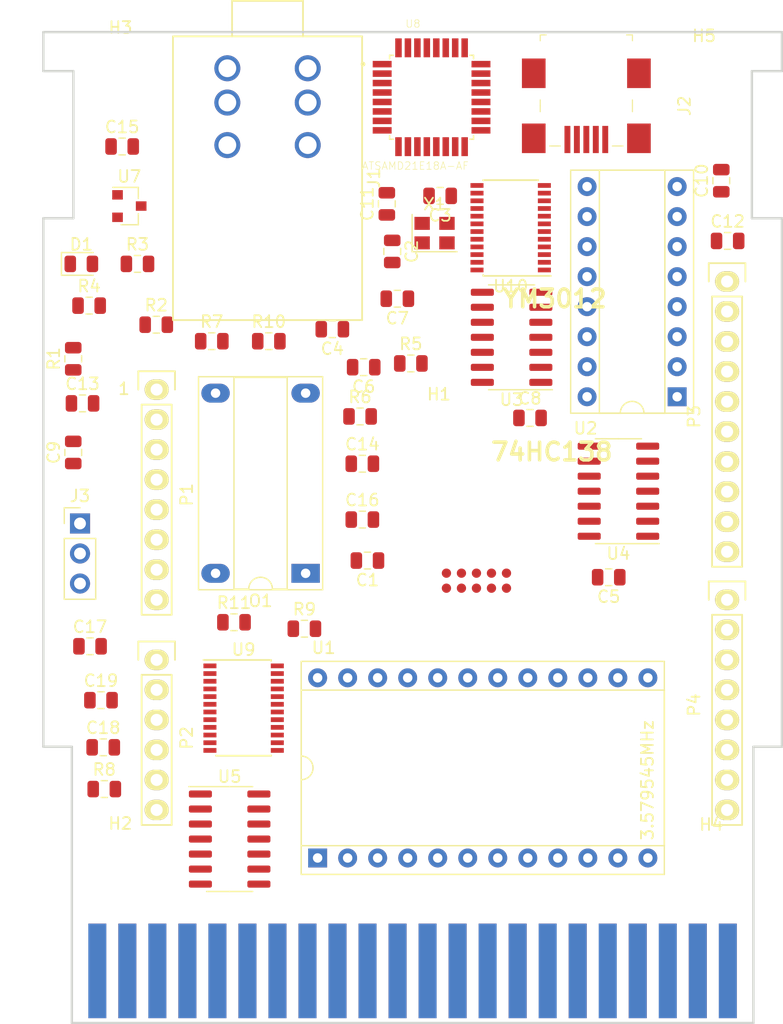
<source format=kicad_pcb>
(kicad_pcb (version 20171130) (host pcbnew "(5.1.0)")

  (general
    (thickness 1.6)
    (drawings 25)
    (tracks 0)
    (zones 0)
    (modules 56)
    (nets 78)
  )

  (page A4)
  (title_block
    (date "lun. 30 mars 2015")
  )

  (layers
    (0 F.Cu signal)
    (31 B.Cu signal)
    (32 B.Adhes user)
    (33 F.Adhes user)
    (34 B.Paste user)
    (35 F.Paste user)
    (36 B.SilkS user)
    (37 F.SilkS user)
    (38 B.Mask user)
    (39 F.Mask user)
    (40 Dwgs.User user)
    (41 Cmts.User user hide)
    (42 Eco1.User user)
    (43 Eco2.User user)
    (44 Edge.Cuts user)
    (45 Margin user)
    (46 B.CrtYd user)
    (47 F.CrtYd user)
    (48 B.Fab user)
    (49 F.Fab user)
  )

  (setup
    (last_trace_width 0.35)
    (trace_clearance 0.2)
    (zone_clearance 0.508)
    (zone_45_only no)
    (trace_min 0.2)
    (via_size 0.6)
    (via_drill 0.4)
    (via_min_size 0.4)
    (via_min_drill 0.3)
    (uvia_size 0.3)
    (uvia_drill 0.1)
    (uvias_allowed no)
    (uvia_min_size 0.2)
    (uvia_min_drill 0.1)
    (edge_width 0.15)
    (segment_width 0.15)
    (pcb_text_width 0.3)
    (pcb_text_size 1.5 1.5)
    (mod_edge_width 0.15)
    (mod_text_size 1 1)
    (mod_text_width 0.15)
    (pad_size 2.7 2.7)
    (pad_drill 1.8)
    (pad_to_mask_clearance 0)
    (aux_axis_origin 86.548 130.145)
    (grid_origin 86.548 130.145)
    (visible_elements FFFFFF7F)
    (pcbplotparams
      (layerselection 0x010f0_ffffffff)
      (usegerberextensions true)
      (usegerberattributes false)
      (usegerberadvancedattributes false)
      (creategerberjobfile false)
      (excludeedgelayer true)
      (linewidth 0.100000)
      (plotframeref false)
      (viasonmask false)
      (mode 1)
      (useauxorigin false)
      (hpglpennumber 1)
      (hpglpenspeed 20)
      (hpglpendiameter 15.000000)
      (psnegative false)
      (psa4output false)
      (plotreference true)
      (plotvalue true)
      (plotinvisibletext false)
      (padsonsilk false)
      (subtractmaskfromsilk false)
      (outputformat 1)
      (mirror false)
      (drillshape 0)
      (scaleselection 1)
      (outputdirectory "PCB/"))
  )

  (net 0 "")
  (net 1 /A0)
  (net 2 "Net-(C1-Pad1)")
  (net 3 "Net-(C2-Pad1)")
  (net 4 "Net-(C3-Pad1)")
  (net 5 "Net-(C4-Pad1)")
  (net 6 "Net-(C4-Pad2)")
  (net 7 "Net-(C5-Pad1)")
  (net 8 "Net-(C5-Pad2)")
  (net 9 VCC)
  (net 10 /phM)
  (net 11 /~IC)
  (net 12 /D7)
  (net 13 /D6)
  (net 14 /D5)
  (net 15 /D4)
  (net 16 /D3)
  (net 17 /D2)
  (net 18 /D1)
  (net 19 /D0)
  (net 20 "Net-(U1-Pad19)")
  (net 21 "Net-(U1-Pad20)")
  (net 22 "Net-(U1-Pad21)")
  (net 23 "Net-(U1-Pad23)")
  (net 24 "Net-(U2-Pad12)")
  (net 25 "Net-(U2-Pad13)")
  (net 26 "Net-(R5-Pad1)")
  (net 27 "Net-(R5-Pad2)")
  (net 28 "Net-(J1-PadT)")
  (net 29 "Net-(J1-PadR)")
  (net 30 /~IRQ)
  (net 31 /R~W)
  (net 32 "Net-(U1-Pad6)")
  (net 33 "Net-(U1-Pad7)")
  (net 34 "Net-(U4-Pad6)")
  (net 35 "Net-(U4-Pad4)")
  (net 36 "Net-(U4-Pad3)")
  (net 37 /PHI2)
  (net 38 /A1)
  (net 39 GND)
  (net 40 +3V3)
  (net 41 "Net-(C16-Pad1)")
  (net 42 "Net-(R4-Pad2)")
  (net 43 "Net-(R6-Pad2)")
  (net 44 "Net-(U4-Pad13)")
  (net 45 "Net-(U4-Pad12)")
  (net 46 /~IO1)
  (net 47 /A7)
  (net 48 "Net-(U8-Pad15)")
  (net 49 /SAMD21/D+)
  (net 50 /SAMD21/D-)
  (net 51 "Net-(C19-Pad1)")
  (net 52 "Net-(D1-Pad2)")
  (net 53 "Net-(J3-Pad3)")
  (net 54 "Net-(J3-Pad2)")
  (net 55 "Net-(J3-Pad1)")
  (net 56 /SAMD21/SWCLK)
  (net 57 /SAMD21/SWDIO)
  (net 58 /SAMD21/RESET)
  (net 59 "Net-(R7-Pad2)")
  (net 60 "Net-(R8-Pad2)")
  (net 61 "Net-(R9-Pad1)")
  (net 62 "Net-(R10-Pad2)")
  (net 63 "Net-(U10-Pad9)")
  (net 64 "Net-(U10-Pad8)")
  (net 65 "Net-(U10-Pad7)")
  (net 66 "Net-(U10-Pad6)")
  (net 67 "Net-(U10-Pad5)")
  (net 68 "Net-(U10-Pad4)")
  (net 69 "Net-(U10-Pad3)")
  (net 70 "Net-(U8-Pad8)")
  (net 71 "Net-(U8-Pad7)")
  (net 72 "Net-(U8-Pad6)")
  (net 73 "Net-(U8-Pad5)")
  (net 74 "Net-(U8-Pad4)")
  (net 75 "Net-(U8-Pad3)")
  (net 76 "Net-(U8-Pad2)")
  (net 77 "Net-(U8-Pad1)")

  (net_class Default "This is the default net class."
    (clearance 0.2)
    (trace_width 0.35)
    (via_dia 0.6)
    (via_drill 0.4)
    (uvia_dia 0.3)
    (uvia_drill 0.1)
    (add_net +3V3)
    (add_net /A0)
    (add_net /A1)
    (add_net /A7)
    (add_net /D0)
    (add_net /D1)
    (add_net /D2)
    (add_net /D3)
    (add_net /D4)
    (add_net /D5)
    (add_net /D6)
    (add_net /D7)
    (add_net /PHI2)
    (add_net /R~W)
    (add_net /SAMD21/D+)
    (add_net /SAMD21/D-)
    (add_net /SAMD21/RESET)
    (add_net /SAMD21/SWCLK)
    (add_net /SAMD21/SWDIO)
    (add_net /phM)
    (add_net /~IC)
    (add_net /~IO1)
    (add_net /~IRQ)
    (add_net GND)
    (add_net "Net-(C1-Pad1)")
    (add_net "Net-(C16-Pad1)")
    (add_net "Net-(C19-Pad1)")
    (add_net "Net-(C2-Pad1)")
    (add_net "Net-(C3-Pad1)")
    (add_net "Net-(C4-Pad1)")
    (add_net "Net-(C4-Pad2)")
    (add_net "Net-(C5-Pad1)")
    (add_net "Net-(C5-Pad2)")
    (add_net "Net-(D1-Pad2)")
    (add_net "Net-(J1-PadR)")
    (add_net "Net-(J1-PadT)")
    (add_net "Net-(J3-Pad1)")
    (add_net "Net-(J3-Pad2)")
    (add_net "Net-(J3-Pad3)")
    (add_net "Net-(R10-Pad2)")
    (add_net "Net-(R4-Pad2)")
    (add_net "Net-(R5-Pad1)")
    (add_net "Net-(R5-Pad2)")
    (add_net "Net-(R6-Pad2)")
    (add_net "Net-(R7-Pad2)")
    (add_net "Net-(R8-Pad2)")
    (add_net "Net-(R9-Pad1)")
    (add_net "Net-(U1-Pad19)")
    (add_net "Net-(U1-Pad20)")
    (add_net "Net-(U1-Pad21)")
    (add_net "Net-(U1-Pad23)")
    (add_net "Net-(U1-Pad6)")
    (add_net "Net-(U1-Pad7)")
    (add_net "Net-(U10-Pad3)")
    (add_net "Net-(U10-Pad4)")
    (add_net "Net-(U10-Pad5)")
    (add_net "Net-(U10-Pad6)")
    (add_net "Net-(U10-Pad7)")
    (add_net "Net-(U10-Pad8)")
    (add_net "Net-(U10-Pad9)")
    (add_net "Net-(U2-Pad12)")
    (add_net "Net-(U2-Pad13)")
    (add_net "Net-(U4-Pad12)")
    (add_net "Net-(U4-Pad13)")
    (add_net "Net-(U4-Pad3)")
    (add_net "Net-(U4-Pad4)")
    (add_net "Net-(U4-Pad6)")
    (add_net "Net-(U8-Pad1)")
    (add_net "Net-(U8-Pad15)")
    (add_net "Net-(U8-Pad2)")
    (add_net "Net-(U8-Pad3)")
    (add_net "Net-(U8-Pad4)")
    (add_net "Net-(U8-Pad5)")
    (add_net "Net-(U8-Pad6)")
    (add_net "Net-(U8-Pad7)")
    (add_net "Net-(U8-Pad8)")
  )

  (net_class BOLD ""
    (clearance 0.2)
    (trace_width 0.65)
    (via_dia 0.6)
    (via_drill 0.4)
    (uvia_dia 0.3)
    (uvia_drill 0.1)
    (add_net VCC)
  )

  (module Package_DIP:DIP-14_W7.62mm_Socket_LongPads (layer F.Cu) (tedit 5DA5D87F) (tstamp 5BA8C1E9)
    (at 116.6343 86.9523 180)
    (descr "14-lead though-hole mounted DIP package, row spacing 7.62 mm (300 mils), Socket, LongPads")
    (tags "THT DIP DIL PDIP 2.54mm 7.62mm 300mil Socket LongPads")
    (path /5B9FFC42)
    (fp_text reference O1 (at 3.81 -2.33 180) (layer F.SilkS)
      (effects (font (size 1 1) (thickness 0.15)))
    )
    (fp_text value 3.579545MHz (at 3.81 17.57 180) (layer F.Fab)
      (effects (font (size 1 1) (thickness 0.15)))
    )
    (fp_text user %R (at 3.81 7.62 180) (layer F.Fab)
      (effects (font (size 1 1) (thickness 0.15)))
    )
    (fp_line (start 9.15 -1.6) (end -1.55 -1.6) (layer F.CrtYd) (width 0.05))
    (fp_line (start 9.15 16.85) (end 9.15 -1.6) (layer F.CrtYd) (width 0.05))
    (fp_line (start -1.55 16.85) (end 9.15 16.85) (layer F.CrtYd) (width 0.05))
    (fp_line (start -1.55 -1.6) (end -1.55 16.85) (layer F.CrtYd) (width 0.05))
    (fp_line (start 9.06 -1.39) (end -1.44 -1.39) (layer F.SilkS) (width 0.12))
    (fp_line (start 9.06 16.63) (end 9.06 -1.39) (layer F.SilkS) (width 0.12))
    (fp_line (start -1.44 16.63) (end 9.06 16.63) (layer F.SilkS) (width 0.12))
    (fp_line (start -1.44 -1.39) (end -1.44 16.63) (layer F.SilkS) (width 0.12))
    (fp_line (start 6.06 -1.33) (end 4.81 -1.33) (layer F.SilkS) (width 0.12))
    (fp_line (start 6.06 16.57) (end 6.06 -1.33) (layer F.SilkS) (width 0.12))
    (fp_line (start 1.56 16.57) (end 6.06 16.57) (layer F.SilkS) (width 0.12))
    (fp_line (start 1.56 -1.33) (end 1.56 16.57) (layer F.SilkS) (width 0.12))
    (fp_line (start 2.81 -1.33) (end 1.56 -1.33) (layer F.SilkS) (width 0.12))
    (fp_line (start 8.89 -1.33) (end -1.27 -1.33) (layer F.Fab) (width 0.1))
    (fp_line (start 8.89 16.57) (end 8.89 -1.33) (layer F.Fab) (width 0.1))
    (fp_line (start -1.27 16.57) (end 8.89 16.57) (layer F.Fab) (width 0.1))
    (fp_line (start -1.27 -1.33) (end -1.27 16.57) (layer F.Fab) (width 0.1))
    (fp_line (start 0.635 -0.27) (end 1.635 -1.27) (layer F.Fab) (width 0.1))
    (fp_line (start 0.635 16.51) (end 0.635 -0.27) (layer F.Fab) (width 0.1))
    (fp_line (start 6.985 16.51) (end 0.635 16.51) (layer F.Fab) (width 0.1))
    (fp_line (start 6.985 -1.27) (end 6.985 16.51) (layer F.Fab) (width 0.1))
    (fp_line (start 1.635 -1.27) (end 6.985 -1.27) (layer F.Fab) (width 0.1))
    (fp_arc (start 3.81 -1.33) (end 2.81 -1.33) (angle -180) (layer F.SilkS) (width 0.12))
    (pad 14 thru_hole oval (at 7.62 0 180) (size 2.4 1.6) (drill 0.8) (layers *.Cu *.Mask)
      (net 9 VCC))
    (pad 7 thru_hole oval (at 0 15.24 180) (size 2.4 1.6) (drill 0.8) (layers *.Cu *.Mask)
      (net 39 GND))
    (pad 8 thru_hole oval (at 7.62 15.24 180) (size 2.4 1.6) (drill 0.8) (layers *.Cu *.Mask)
      (net 10 /phM))
    (pad 1 thru_hole rect (at 0 0 180) (size 2.4 1.6) (drill 0.8) (layers *.Cu *.Mask))
    (model ${KISYS3DMOD}/Package_DIP.3dshapes/DIP-14_W7.62mm_Socket.wrl
      (at (xyz 0 0 0))
      (scale (xyz 1 1 1))
      (rotate (xyz 0 0 0))
    )
  )

  (module Package_SO:SOIC-14_3.9x8.7mm_P1.27mm (layer F.Cu) (tedit 5C97300E) (tstamp 5BFF15BB)
    (at 134.0602 66.9879 180)
    (descr "SOIC, 14 Pin (JEDEC MS-012AB, https://www.analog.com/media/en/package-pcb-resources/package/pkg_pdf/soic_narrow-r/r_14.pdf), generated with kicad-footprint-generator ipc_gullwing_generator.py")
    (tags "SOIC SO")
    (path /5B9F3FDC)
    (attr smd)
    (fp_text reference U3 (at 0 -5.28 180) (layer F.SilkS)
      (effects (font (size 1 1) (thickness 0.15)))
    )
    (fp_text value LMC6484 (at 0 5.28 180) (layer F.Fab)
      (effects (font (size 1 1) (thickness 0.15)))
    )
    (fp_text user %R (at 0 0 180) (layer F.Fab)
      (effects (font (size 0.98 0.98) (thickness 0.15)))
    )
    (fp_line (start 3.7 -4.58) (end -3.7 -4.58) (layer F.CrtYd) (width 0.05))
    (fp_line (start 3.7 4.58) (end 3.7 -4.58) (layer F.CrtYd) (width 0.05))
    (fp_line (start -3.7 4.58) (end 3.7 4.58) (layer F.CrtYd) (width 0.05))
    (fp_line (start -3.7 -4.58) (end -3.7 4.58) (layer F.CrtYd) (width 0.05))
    (fp_line (start -1.95 -3.35) (end -0.975 -4.325) (layer F.Fab) (width 0.1))
    (fp_line (start -1.95 4.325) (end -1.95 -3.35) (layer F.Fab) (width 0.1))
    (fp_line (start 1.95 4.325) (end -1.95 4.325) (layer F.Fab) (width 0.1))
    (fp_line (start 1.95 -4.325) (end 1.95 4.325) (layer F.Fab) (width 0.1))
    (fp_line (start -0.975 -4.325) (end 1.95 -4.325) (layer F.Fab) (width 0.1))
    (fp_line (start 0 -4.435) (end -3.45 -4.435) (layer F.SilkS) (width 0.12))
    (fp_line (start 0 -4.435) (end 1.95 -4.435) (layer F.SilkS) (width 0.12))
    (fp_line (start 0 4.435) (end -1.95 4.435) (layer F.SilkS) (width 0.12))
    (fp_line (start 0 4.435) (end 1.95 4.435) (layer F.SilkS) (width 0.12))
    (pad 14 smd roundrect (at 2.475 -3.81 180) (size 1.95 0.6) (layers F.Cu F.Paste F.Mask) (roundrect_rratio 0.25)
      (net 7 "Net-(C5-Pad1)"))
    (pad 13 smd roundrect (at 2.475 -2.54 180) (size 1.95 0.6) (layers F.Cu F.Paste F.Mask) (roundrect_rratio 0.25)
      (net 7 "Net-(C5-Pad1)"))
    (pad 12 smd roundrect (at 2.475 -1.27 180) (size 1.95 0.6) (layers F.Cu F.Paste F.Mask) (roundrect_rratio 0.25)
      (net 4 "Net-(C3-Pad1)"))
    (pad 11 smd roundrect (at 2.475 0 180) (size 1.95 0.6) (layers F.Cu F.Paste F.Mask) (roundrect_rratio 0.25)
      (net 39 GND))
    (pad 10 smd roundrect (at 2.475 1.27 180) (size 1.95 0.6) (layers F.Cu F.Paste F.Mask) (roundrect_rratio 0.25)
      (net 3 "Net-(C2-Pad1)"))
    (pad 9 smd roundrect (at 2.475 2.54 180) (size 1.95 0.6) (layers F.Cu F.Paste F.Mask) (roundrect_rratio 0.25)
      (net 5 "Net-(C4-Pad1)"))
    (pad 8 smd roundrect (at 2.475 3.81 180) (size 1.95 0.6) (layers F.Cu F.Paste F.Mask) (roundrect_rratio 0.25)
      (net 5 "Net-(C4-Pad1)"))
    (pad 7 smd roundrect (at -2.475 3.81 180) (size 1.95 0.6) (layers F.Cu F.Paste F.Mask) (roundrect_rratio 0.25)
      (net 26 "Net-(R5-Pad1)"))
    (pad 6 smd roundrect (at -2.475 2.54 180) (size 1.95 0.6) (layers F.Cu F.Paste F.Mask) (roundrect_rratio 0.25)
      (net 26 "Net-(R5-Pad1)"))
    (pad 5 smd roundrect (at -2.475 1.27 180) (size 1.95 0.6) (layers F.Cu F.Paste F.Mask) (roundrect_rratio 0.25)
      (net 24 "Net-(U2-Pad12)"))
    (pad 4 smd roundrect (at -2.475 0 180) (size 1.95 0.6) (layers F.Cu F.Paste F.Mask) (roundrect_rratio 0.25)
      (net 9 VCC))
    (pad 3 smd roundrect (at -2.475 -1.27 180) (size 1.95 0.6) (layers F.Cu F.Paste F.Mask) (roundrect_rratio 0.25)
      (net 2 "Net-(C1-Pad1)"))
    (pad 2 smd roundrect (at -2.475 -2.54 180) (size 1.95 0.6) (layers F.Cu F.Paste F.Mask) (roundrect_rratio 0.25)
      (net 25 "Net-(U2-Pad13)"))
    (pad 1 smd roundrect (at -2.475 -3.81 180) (size 1.95 0.6) (layers F.Cu F.Paste F.Mask) (roundrect_rratio 0.25)
      (net 25 "Net-(U2-Pad13)"))
    (model ${KISYS3DMOD}/Package_SO.3dshapes/SOIC-14_3.9x8.7mm_P1.27mm.wrl
      (at (xyz 0 0 0))
      (scale (xyz 1 1 1))
      (rotate (xyz 0 0 0))
    )
  )

  (module Resistor_SMD:R_0805_2012Metric (layer F.Cu) (tedit 5B36C52B) (tstamp 5DA658CE)
    (at 110.5741 91.0925)
    (descr "Resistor SMD 0805 (2012 Metric), square (rectangular) end terminal, IPC_7351 nominal, (Body size source: https://docs.google.com/spreadsheets/d/1BsfQQcO9C6DZCsRaXUlFlo91Tg2WpOkGARC1WS5S8t0/edit?usp=sharing), generated with kicad-footprint-generator")
    (tags resistor)
    (path /5DD60B8C/5E0C7664)
    (attr smd)
    (fp_text reference R11 (at 0 -1.65) (layer F.SilkS)
      (effects (font (size 1 1) (thickness 0.15)))
    )
    (fp_text value 1M (at 0 1.65) (layer F.Fab)
      (effects (font (size 1 1) (thickness 0.15)))
    )
    (fp_text user %R (at 0 0) (layer F.Fab)
      (effects (font (size 0.5 0.5) (thickness 0.08)))
    )
    (fp_line (start 1.68 0.95) (end -1.68 0.95) (layer F.CrtYd) (width 0.05))
    (fp_line (start 1.68 -0.95) (end 1.68 0.95) (layer F.CrtYd) (width 0.05))
    (fp_line (start -1.68 -0.95) (end 1.68 -0.95) (layer F.CrtYd) (width 0.05))
    (fp_line (start -1.68 0.95) (end -1.68 -0.95) (layer F.CrtYd) (width 0.05))
    (fp_line (start -0.258578 0.71) (end 0.258578 0.71) (layer F.SilkS) (width 0.12))
    (fp_line (start -0.258578 -0.71) (end 0.258578 -0.71) (layer F.SilkS) (width 0.12))
    (fp_line (start 1 0.6) (end -1 0.6) (layer F.Fab) (width 0.1))
    (fp_line (start 1 -0.6) (end 1 0.6) (layer F.Fab) (width 0.1))
    (fp_line (start -1 -0.6) (end 1 -0.6) (layer F.Fab) (width 0.1))
    (fp_line (start -1 0.6) (end -1 -0.6) (layer F.Fab) (width 0.1))
    (pad 2 smd roundrect (at 0.9375 0) (size 0.975 1.4) (layers F.Cu F.Paste F.Mask) (roundrect_rratio 0.25)
      (net 51 "Net-(C19-Pad1)"))
    (pad 1 smd roundrect (at -0.9375 0) (size 0.975 1.4) (layers F.Cu F.Paste F.Mask) (roundrect_rratio 0.25)
      (net 39 GND))
    (model ${KISYS3DMOD}/Resistor_SMD.3dshapes/R_0805_2012Metric.wrl
      (at (xyz 0 0 0))
      (scale (xyz 1 1 1))
      (rotate (xyz 0 0 0))
    )
  )

  (module Resistor_SMD:R_0805_2012Metric (layer F.Cu) (tedit 5B36C52B) (tstamp 5DA67170)
    (at 113.5205 67.3181)
    (descr "Resistor SMD 0805 (2012 Metric), square (rectangular) end terminal, IPC_7351 nominal, (Body size source: https://docs.google.com/spreadsheets/d/1BsfQQcO9C6DZCsRaXUlFlo91Tg2WpOkGARC1WS5S8t0/edit?usp=sharing), generated with kicad-footprint-generator")
    (tags resistor)
    (path /5DD60B8C/5E1B976C)
    (attr smd)
    (fp_text reference R10 (at 0 -1.65) (layer F.SilkS)
      (effects (font (size 1 1) (thickness 0.15)))
    )
    (fp_text value 10k (at 0 1.65) (layer F.Fab)
      (effects (font (size 1 1) (thickness 0.15)))
    )
    (fp_text user %R (at 0 0) (layer F.Fab)
      (effects (font (size 0.5 0.5) (thickness 0.08)))
    )
    (fp_line (start 1.68 0.95) (end -1.68 0.95) (layer F.CrtYd) (width 0.05))
    (fp_line (start 1.68 -0.95) (end 1.68 0.95) (layer F.CrtYd) (width 0.05))
    (fp_line (start -1.68 -0.95) (end 1.68 -0.95) (layer F.CrtYd) (width 0.05))
    (fp_line (start -1.68 0.95) (end -1.68 -0.95) (layer F.CrtYd) (width 0.05))
    (fp_line (start -0.258578 0.71) (end 0.258578 0.71) (layer F.SilkS) (width 0.12))
    (fp_line (start -0.258578 -0.71) (end 0.258578 -0.71) (layer F.SilkS) (width 0.12))
    (fp_line (start 1 0.6) (end -1 0.6) (layer F.Fab) (width 0.1))
    (fp_line (start 1 -0.6) (end 1 0.6) (layer F.Fab) (width 0.1))
    (fp_line (start -1 -0.6) (end 1 -0.6) (layer F.Fab) (width 0.1))
    (fp_line (start -1 0.6) (end -1 -0.6) (layer F.Fab) (width 0.1))
    (pad 2 smd roundrect (at 0.9375 0) (size 0.975 1.4) (layers F.Cu F.Paste F.Mask) (roundrect_rratio 0.25)
      (net 62 "Net-(R10-Pad2)"))
    (pad 1 smd roundrect (at -0.9375 0) (size 0.975 1.4) (layers F.Cu F.Paste F.Mask) (roundrect_rratio 0.25)
      (net 39 GND))
    (model ${KISYS3DMOD}/Resistor_SMD.3dshapes/R_0805_2012Metric.wrl
      (at (xyz 0 0 0))
      (scale (xyz 1 1 1))
      (rotate (xyz 0 0 0))
    )
  )

  (module Resistor_SMD:R_0805_2012Metric (layer F.Cu) (tedit 5B36C52B) (tstamp 5DA658AC)
    (at 116.5304 91.6386)
    (descr "Resistor SMD 0805 (2012 Metric), square (rectangular) end terminal, IPC_7351 nominal, (Body size source: https://docs.google.com/spreadsheets/d/1BsfQQcO9C6DZCsRaXUlFlo91Tg2WpOkGARC1WS5S8t0/edit?usp=sharing), generated with kicad-footprint-generator")
    (tags resistor)
    (path /5DD60B8C/5E25097D)
    (attr smd)
    (fp_text reference R9 (at 0 -1.65) (layer F.SilkS)
      (effects (font (size 1 1) (thickness 0.15)))
    )
    (fp_text value 10k (at 0 1.65) (layer F.Fab)
      (effects (font (size 1 1) (thickness 0.15)))
    )
    (fp_text user %R (at 0 0) (layer F.Fab)
      (effects (font (size 0.5 0.5) (thickness 0.08)))
    )
    (fp_line (start 1.68 0.95) (end -1.68 0.95) (layer F.CrtYd) (width 0.05))
    (fp_line (start 1.68 -0.95) (end 1.68 0.95) (layer F.CrtYd) (width 0.05))
    (fp_line (start -1.68 -0.95) (end 1.68 -0.95) (layer F.CrtYd) (width 0.05))
    (fp_line (start -1.68 0.95) (end -1.68 -0.95) (layer F.CrtYd) (width 0.05))
    (fp_line (start -0.258578 0.71) (end 0.258578 0.71) (layer F.SilkS) (width 0.12))
    (fp_line (start -0.258578 -0.71) (end 0.258578 -0.71) (layer F.SilkS) (width 0.12))
    (fp_line (start 1 0.6) (end -1 0.6) (layer F.Fab) (width 0.1))
    (fp_line (start 1 -0.6) (end 1 0.6) (layer F.Fab) (width 0.1))
    (fp_line (start -1 -0.6) (end 1 -0.6) (layer F.Fab) (width 0.1))
    (fp_line (start -1 0.6) (end -1 -0.6) (layer F.Fab) (width 0.1))
    (pad 2 smd roundrect (at 0.9375 0) (size 0.975 1.4) (layers F.Cu F.Paste F.Mask) (roundrect_rratio 0.25)
      (net 39 GND))
    (pad 1 smd roundrect (at -0.9375 0) (size 0.975 1.4) (layers F.Cu F.Paste F.Mask) (roundrect_rratio 0.25)
      (net 61 "Net-(R9-Pad1)"))
    (model ${KISYS3DMOD}/Resistor_SMD.3dshapes/R_0805_2012Metric.wrl
      (at (xyz 0 0 0))
      (scale (xyz 1 1 1))
      (rotate (xyz 0 0 0))
    )
  )

  (module Resistor_SMD:R_0805_2012Metric (layer F.Cu) (tedit 5B36C52B) (tstamp 5DA6589B)
    (at 99.6013 105.2022)
    (descr "Resistor SMD 0805 (2012 Metric), square (rectangular) end terminal, IPC_7351 nominal, (Body size source: https://docs.google.com/spreadsheets/d/1BsfQQcO9C6DZCsRaXUlFlo91Tg2WpOkGARC1WS5S8t0/edit?usp=sharing), generated with kicad-footprint-generator")
    (tags resistor)
    (path /5DD60B8C/5E2D0B81)
    (attr smd)
    (fp_text reference R8 (at 0 -1.65) (layer F.SilkS)
      (effects (font (size 1 1) (thickness 0.15)))
    )
    (fp_text value 1k (at 0 1.65) (layer F.Fab)
      (effects (font (size 1 1) (thickness 0.15)))
    )
    (fp_text user %R (at 0 0) (layer F.Fab)
      (effects (font (size 0.5 0.5) (thickness 0.08)))
    )
    (fp_line (start 1.68 0.95) (end -1.68 0.95) (layer F.CrtYd) (width 0.05))
    (fp_line (start 1.68 -0.95) (end 1.68 0.95) (layer F.CrtYd) (width 0.05))
    (fp_line (start -1.68 -0.95) (end 1.68 -0.95) (layer F.CrtYd) (width 0.05))
    (fp_line (start -1.68 0.95) (end -1.68 -0.95) (layer F.CrtYd) (width 0.05))
    (fp_line (start -0.258578 0.71) (end 0.258578 0.71) (layer F.SilkS) (width 0.12))
    (fp_line (start -0.258578 -0.71) (end 0.258578 -0.71) (layer F.SilkS) (width 0.12))
    (fp_line (start 1 0.6) (end -1 0.6) (layer F.Fab) (width 0.1))
    (fp_line (start 1 -0.6) (end 1 0.6) (layer F.Fab) (width 0.1))
    (fp_line (start -1 -0.6) (end 1 -0.6) (layer F.Fab) (width 0.1))
    (fp_line (start -1 0.6) (end -1 -0.6) (layer F.Fab) (width 0.1))
    (pad 2 smd roundrect (at 0.9375 0) (size 0.975 1.4) (layers F.Cu F.Paste F.Mask) (roundrect_rratio 0.25)
      (net 60 "Net-(R8-Pad2)"))
    (pad 1 smd roundrect (at -0.9375 0) (size 0.975 1.4) (layers F.Cu F.Paste F.Mask) (roundrect_rratio 0.25)
      (net 52 "Net-(D1-Pad2)"))
    (model ${KISYS3DMOD}/Resistor_SMD.3dshapes/R_0805_2012Metric.wrl
      (at (xyz 0 0 0))
      (scale (xyz 1 1 1))
      (rotate (xyz 0 0 0))
    )
  )

  (module Resistor_SMD:R_0805_2012Metric (layer F.Cu) (tedit 5B36C52B) (tstamp 5DA6588A)
    (at 108.6945 67.3181)
    (descr "Resistor SMD 0805 (2012 Metric), square (rectangular) end terminal, IPC_7351 nominal, (Body size source: https://docs.google.com/spreadsheets/d/1BsfQQcO9C6DZCsRaXUlFlo91Tg2WpOkGARC1WS5S8t0/edit?usp=sharing), generated with kicad-footprint-generator")
    (tags resistor)
    (path /5DD60B8C/5E1BFC58)
    (attr smd)
    (fp_text reference R7 (at 0 -1.65) (layer F.SilkS)
      (effects (font (size 1 1) (thickness 0.15)))
    )
    (fp_text value 10k (at 0 1.65) (layer F.Fab)
      (effects (font (size 1 1) (thickness 0.15)))
    )
    (fp_text user %R (at 0 0) (layer F.Fab)
      (effects (font (size 0.5 0.5) (thickness 0.08)))
    )
    (fp_line (start 1.68 0.95) (end -1.68 0.95) (layer F.CrtYd) (width 0.05))
    (fp_line (start 1.68 -0.95) (end 1.68 0.95) (layer F.CrtYd) (width 0.05))
    (fp_line (start -1.68 -0.95) (end 1.68 -0.95) (layer F.CrtYd) (width 0.05))
    (fp_line (start -1.68 0.95) (end -1.68 -0.95) (layer F.CrtYd) (width 0.05))
    (fp_line (start -0.258578 0.71) (end 0.258578 0.71) (layer F.SilkS) (width 0.12))
    (fp_line (start -0.258578 -0.71) (end 0.258578 -0.71) (layer F.SilkS) (width 0.12))
    (fp_line (start 1 0.6) (end -1 0.6) (layer F.Fab) (width 0.1))
    (fp_line (start 1 -0.6) (end 1 0.6) (layer F.Fab) (width 0.1))
    (fp_line (start -1 -0.6) (end 1 -0.6) (layer F.Fab) (width 0.1))
    (fp_line (start -1 0.6) (end -1 -0.6) (layer F.Fab) (width 0.1))
    (pad 2 smd roundrect (at 0.9375 0) (size 0.975 1.4) (layers F.Cu F.Paste F.Mask) (roundrect_rratio 0.25)
      (net 59 "Net-(R7-Pad2)"))
    (pad 1 smd roundrect (at -0.9375 0) (size 0.975 1.4) (layers F.Cu F.Paste F.Mask) (roundrect_rratio 0.25)
      (net 39 GND))
    (model ${KISYS3DMOD}/Resistor_SMD.3dshapes/R_0805_2012Metric.wrl
      (at (xyz 0 0 0))
      (scale (xyz 1 1 1))
      (rotate (xyz 0 0 0))
    )
  )

  (module Resistor_SMD:R_0805_2012Metric (layer F.Cu) (tedit 5B36C52B) (tstamp 5C19656C)
    (at 125.537 69.1977)
    (descr "Resistor SMD 0805 (2012 Metric), square (rectangular) end terminal, IPC_7351 nominal, (Body size source: https://docs.google.com/spreadsheets/d/1BsfQQcO9C6DZCsRaXUlFlo91Tg2WpOkGARC1WS5S8t0/edit?usp=sharing), generated with kicad-footprint-generator")
    (tags resistor)
    (path /5C105952)
    (attr smd)
    (fp_text reference R5 (at 0 -1.65) (layer F.SilkS)
      (effects (font (size 1 1) (thickness 0.15)))
    )
    (fp_text value 100 (at 0 1.65) (layer F.Fab)
      (effects (font (size 1 1) (thickness 0.15)))
    )
    (fp_text user %R (at 0 0) (layer F.Fab)
      (effects (font (size 0.5 0.5) (thickness 0.08)))
    )
    (fp_line (start 1.68 0.95) (end -1.68 0.95) (layer F.CrtYd) (width 0.05))
    (fp_line (start 1.68 -0.95) (end 1.68 0.95) (layer F.CrtYd) (width 0.05))
    (fp_line (start -1.68 -0.95) (end 1.68 -0.95) (layer F.CrtYd) (width 0.05))
    (fp_line (start -1.68 0.95) (end -1.68 -0.95) (layer F.CrtYd) (width 0.05))
    (fp_line (start -0.258578 0.71) (end 0.258578 0.71) (layer F.SilkS) (width 0.12))
    (fp_line (start -0.258578 -0.71) (end 0.258578 -0.71) (layer F.SilkS) (width 0.12))
    (fp_line (start 1 0.6) (end -1 0.6) (layer F.Fab) (width 0.1))
    (fp_line (start 1 -0.6) (end 1 0.6) (layer F.Fab) (width 0.1))
    (fp_line (start -1 -0.6) (end 1 -0.6) (layer F.Fab) (width 0.1))
    (fp_line (start -1 0.6) (end -1 -0.6) (layer F.Fab) (width 0.1))
    (pad 2 smd roundrect (at 0.9375 0) (size 0.975 1.4) (layers F.Cu F.Paste F.Mask) (roundrect_rratio 0.25)
      (net 27 "Net-(R5-Pad2)"))
    (pad 1 smd roundrect (at -0.9375 0) (size 0.975 1.4) (layers F.Cu F.Paste F.Mask) (roundrect_rratio 0.25)
      (net 26 "Net-(R5-Pad1)"))
    (model ${KISYS3DMOD}/Resistor_SMD.3dshapes/R_0805_2012Metric.wrl
      (at (xyz 0 0 0))
      (scale (xyz 1 1 1))
      (rotate (xyz 0 0 0))
    )
  )

  (module Resistor_SMD:R_0805_2012Metric (layer F.Cu) (tedit 5B36C52B) (tstamp 5BFF1845)
    (at 103.9978 65.9211)
    (descr "Resistor SMD 0805 (2012 Metric), square (rectangular) end terminal, IPC_7351 nominal, (Body size source: https://docs.google.com/spreadsheets/d/1BsfQQcO9C6DZCsRaXUlFlo91Tg2WpOkGARC1WS5S8t0/edit?usp=sharing), generated with kicad-footprint-generator")
    (tags resistor)
    (path /5B9F5B7E)
    (attr smd)
    (fp_text reference R2 (at 0 -1.65) (layer F.SilkS)
      (effects (font (size 1 1) (thickness 0.15)))
    )
    (fp_text value 1k (at 0 1.65) (layer F.Fab)
      (effects (font (size 1 1) (thickness 0.15)))
    )
    (fp_text user %R (at 0 0) (layer F.Fab)
      (effects (font (size 0.5 0.5) (thickness 0.08)))
    )
    (fp_line (start 1.68 0.95) (end -1.68 0.95) (layer F.CrtYd) (width 0.05))
    (fp_line (start 1.68 -0.95) (end 1.68 0.95) (layer F.CrtYd) (width 0.05))
    (fp_line (start -1.68 -0.95) (end 1.68 -0.95) (layer F.CrtYd) (width 0.05))
    (fp_line (start -1.68 0.95) (end -1.68 -0.95) (layer F.CrtYd) (width 0.05))
    (fp_line (start -0.258578 0.71) (end 0.258578 0.71) (layer F.SilkS) (width 0.12))
    (fp_line (start -0.258578 -0.71) (end 0.258578 -0.71) (layer F.SilkS) (width 0.12))
    (fp_line (start 1 0.6) (end -1 0.6) (layer F.Fab) (width 0.1))
    (fp_line (start 1 -0.6) (end 1 0.6) (layer F.Fab) (width 0.1))
    (fp_line (start -1 -0.6) (end 1 -0.6) (layer F.Fab) (width 0.1))
    (fp_line (start -1 0.6) (end -1 -0.6) (layer F.Fab) (width 0.1))
    (pad 2 smd roundrect (at 0.9375 0) (size 0.975 1.4) (layers F.Cu F.Paste F.Mask) (roundrect_rratio 0.25)
      (net 8 "Net-(C5-Pad2)"))
    (pad 1 smd roundrect (at -0.9375 0) (size 0.975 1.4) (layers F.Cu F.Paste F.Mask) (roundrect_rratio 0.25)
      (net 28 "Net-(J1-PadT)"))
    (model ${KISYS3DMOD}/Resistor_SMD.3dshapes/R_0805_2012Metric.wrl
      (at (xyz 0 0 0))
      (scale (xyz 1 1 1))
      (rotate (xyz 0 0 0))
    )
  )

  (module Resistor_SMD:R_0805_2012Metric (layer F.Cu) (tedit 5B36C52B) (tstamp 5B9F65D3)
    (at 96.9747 68.804 90)
    (descr "Resistor SMD 0805 (2012 Metric), square (rectangular) end terminal, IPC_7351 nominal, (Body size source: https://docs.google.com/spreadsheets/d/1BsfQQcO9C6DZCsRaXUlFlo91Tg2WpOkGARC1WS5S8t0/edit?usp=sharing), generated with kicad-footprint-generator")
    (tags resistor)
    (path /5B9F59BC)
    (attr smd)
    (fp_text reference R1 (at 0 -1.65 90) (layer F.SilkS)
      (effects (font (size 1 1) (thickness 0.15)))
    )
    (fp_text value 1k (at 0 1.65 90) (layer F.Fab)
      (effects (font (size 1 1) (thickness 0.15)))
    )
    (fp_text user %R (at 0 0 90) (layer F.Fab)
      (effects (font (size 0.5 0.5) (thickness 0.08)))
    )
    (fp_line (start 1.68 0.95) (end -1.68 0.95) (layer F.CrtYd) (width 0.05))
    (fp_line (start 1.68 -0.95) (end 1.68 0.95) (layer F.CrtYd) (width 0.05))
    (fp_line (start -1.68 -0.95) (end 1.68 -0.95) (layer F.CrtYd) (width 0.05))
    (fp_line (start -1.68 0.95) (end -1.68 -0.95) (layer F.CrtYd) (width 0.05))
    (fp_line (start -0.258578 0.71) (end 0.258578 0.71) (layer F.SilkS) (width 0.12))
    (fp_line (start -0.258578 -0.71) (end 0.258578 -0.71) (layer F.SilkS) (width 0.12))
    (fp_line (start 1 0.6) (end -1 0.6) (layer F.Fab) (width 0.1))
    (fp_line (start 1 -0.6) (end 1 0.6) (layer F.Fab) (width 0.1))
    (fp_line (start -1 -0.6) (end 1 -0.6) (layer F.Fab) (width 0.1))
    (fp_line (start -1 0.6) (end -1 -0.6) (layer F.Fab) (width 0.1))
    (pad 2 smd roundrect (at 0.9375 0 90) (size 0.975 1.4) (layers F.Cu F.Paste F.Mask) (roundrect_rratio 0.25)
      (net 6 "Net-(C4-Pad2)"))
    (pad 1 smd roundrect (at -0.9375 0 90) (size 0.975 1.4) (layers F.Cu F.Paste F.Mask) (roundrect_rratio 0.25)
      (net 29 "Net-(J1-PadR)"))
    (model ${KISYS3DMOD}/Resistor_SMD.3dshapes/R_0805_2012Metric.wrl
      (at (xyz 0 0 0))
      (scale (xyz 1 1 1))
      (rotate (xyz 0 0 0))
    )
  )

  (module Connector_PinHeader_2.54mm:PinHeader_1x03_P2.54mm_Vertical (layer F.Cu) (tedit 59FED5CC) (tstamp 5DA6569F)
    (at 97.5462 82.7359)
    (descr "Through hole straight pin header, 1x03, 2.54mm pitch, single row")
    (tags "Through hole pin header THT 1x03 2.54mm single row")
    (path /5DD60B8C/5E2EB9E0)
    (fp_text reference J3 (at 0 -2.33) (layer F.SilkS)
      (effects (font (size 1 1) (thickness 0.15)))
    )
    (fp_text value Conn_01x03_Male (at 0 7.41) (layer F.Fab)
      (effects (font (size 1 1) (thickness 0.15)))
    )
    (fp_text user %R (at 0 2.54 90) (layer F.Fab)
      (effects (font (size 1 1) (thickness 0.15)))
    )
    (fp_line (start 1.8 -1.8) (end -1.8 -1.8) (layer F.CrtYd) (width 0.05))
    (fp_line (start 1.8 6.85) (end 1.8 -1.8) (layer F.CrtYd) (width 0.05))
    (fp_line (start -1.8 6.85) (end 1.8 6.85) (layer F.CrtYd) (width 0.05))
    (fp_line (start -1.8 -1.8) (end -1.8 6.85) (layer F.CrtYd) (width 0.05))
    (fp_line (start -1.33 -1.33) (end 0 -1.33) (layer F.SilkS) (width 0.12))
    (fp_line (start -1.33 0) (end -1.33 -1.33) (layer F.SilkS) (width 0.12))
    (fp_line (start -1.33 1.27) (end 1.33 1.27) (layer F.SilkS) (width 0.12))
    (fp_line (start 1.33 1.27) (end 1.33 6.41) (layer F.SilkS) (width 0.12))
    (fp_line (start -1.33 1.27) (end -1.33 6.41) (layer F.SilkS) (width 0.12))
    (fp_line (start -1.33 6.41) (end 1.33 6.41) (layer F.SilkS) (width 0.12))
    (fp_line (start -1.27 -0.635) (end -0.635 -1.27) (layer F.Fab) (width 0.1))
    (fp_line (start -1.27 6.35) (end -1.27 -0.635) (layer F.Fab) (width 0.1))
    (fp_line (start 1.27 6.35) (end -1.27 6.35) (layer F.Fab) (width 0.1))
    (fp_line (start 1.27 -1.27) (end 1.27 6.35) (layer F.Fab) (width 0.1))
    (fp_line (start -0.635 -1.27) (end 1.27 -1.27) (layer F.Fab) (width 0.1))
    (pad 3 thru_hole oval (at 0 5.08) (size 1.7 1.7) (drill 1) (layers *.Cu *.Mask)
      (net 53 "Net-(J3-Pad3)"))
    (pad 2 thru_hole oval (at 0 2.54) (size 1.7 1.7) (drill 1) (layers *.Cu *.Mask)
      (net 54 "Net-(J3-Pad2)"))
    (pad 1 thru_hole rect (at 0 0) (size 1.7 1.7) (drill 1) (layers *.Cu *.Mask)
      (net 55 "Net-(J3-Pad1)"))
    (model ${KISYS3DMOD}/Connector_PinHeader_2.54mm.3dshapes/PinHeader_1x03_P2.54mm_Vertical.wrl
      (at (xyz 0 0 0))
      (scale (xyz 1 1 1))
      (rotate (xyz 0 0 0))
    )
  )

  (module MountingHole:MountingHole_3.2mm_M3 (layer F.Cu) (tedit 56D1B4CB) (tstamp 5DA65624)
    (at 150.3401 45.69)
    (descr "Mounting Hole 3.2mm, no annular, M3")
    (tags "mounting hole 3.2mm no annular m3")
    (path /5E386CBF)
    (attr virtual)
    (fp_text reference H5 (at 0 -4.2) (layer F.SilkS)
      (effects (font (size 1 1) (thickness 0.15)))
    )
    (fp_text value MountingHole (at 0 4.2) (layer F.Fab)
      (effects (font (size 1 1) (thickness 0.15)))
    )
    (fp_circle (center 0 0) (end 3.45 0) (layer F.CrtYd) (width 0.05))
    (fp_circle (center 0 0) (end 3.2 0) (layer Cmts.User) (width 0.15))
    (fp_text user %R (at 0.3 0) (layer F.Fab)
      (effects (font (size 1 1) (thickness 0.15)))
    )
    (pad 1 np_thru_hole circle (at 0 0) (size 3.2 3.2) (drill 3.2) (layers *.Cu *.Mask))
  )

  (module MountingHole:MountingHole_3.2mm_M3 (layer F.Cu) (tedit 56D1B4CB) (tstamp 5DA6561C)
    (at 150.9497 112.4031)
    (descr "Mounting Hole 3.2mm, no annular, M3")
    (tags "mounting hole 3.2mm no annular m3")
    (path /5E386ADB)
    (attr virtual)
    (fp_text reference H4 (at 0 -4.2) (layer F.SilkS)
      (effects (font (size 1 1) (thickness 0.15)))
    )
    (fp_text value MountingHole (at 0 4.2) (layer F.Fab)
      (effects (font (size 1 1) (thickness 0.15)))
    )
    (fp_circle (center 0 0) (end 3.45 0) (layer F.CrtYd) (width 0.05))
    (fp_circle (center 0 0) (end 3.2 0) (layer Cmts.User) (width 0.15))
    (fp_text user %R (at 0.3 0) (layer F.Fab)
      (effects (font (size 1 1) (thickness 0.15)))
    )
    (pad 1 np_thru_hole circle (at 0 0) (size 3.2 3.2) (drill 3.2) (layers *.Cu *.Mask))
  )

  (module MountingHole:MountingHole_3.2mm_M3 (layer F.Cu) (tedit 56D1B4CB) (tstamp 5DA66891)
    (at 100.9752 44.9915)
    (descr "Mounting Hole 3.2mm, no annular, M3")
    (tags "mounting hole 3.2mm no annular m3")
    (path /5E38694F)
    (attr virtual)
    (fp_text reference H3 (at 0 -4.2) (layer F.SilkS)
      (effects (font (size 1 1) (thickness 0.15)))
    )
    (fp_text value MountingHole (at 0 4.2) (layer F.Fab)
      (effects (font (size 1 1) (thickness 0.15)))
    )
    (fp_circle (center 0 0) (end 3.45 0) (layer F.CrtYd) (width 0.05))
    (fp_circle (center 0 0) (end 3.2 0) (layer Cmts.User) (width 0.15))
    (fp_text user %R (at 0.3 0) (layer F.Fab)
      (effects (font (size 1 1) (thickness 0.15)))
    )
    (pad 1 np_thru_hole circle (at 0 0) (size 3.2 3.2) (drill 3.2) (layers *.Cu *.Mask))
  )

  (module MountingHole:MountingHole_3.2mm_M3 (layer F.Cu) (tedit 56D1B4CB) (tstamp 5DA6676D)
    (at 100.9625 112.3142)
    (descr "Mounting Hole 3.2mm, no annular, M3")
    (tags "mounting hole 3.2mm no annular m3")
    (path /5E385F86)
    (attr virtual)
    (fp_text reference H2 (at 0 -4.2) (layer F.SilkS)
      (effects (font (size 1 1) (thickness 0.15)))
    )
    (fp_text value MountingHole (at 0 4.2) (layer F.Fab)
      (effects (font (size 1 1) (thickness 0.15)))
    )
    (fp_circle (center 0 0) (end 3.45 0) (layer F.CrtYd) (width 0.05))
    (fp_circle (center 0 0) (end 3.2 0) (layer Cmts.User) (width 0.15))
    (fp_text user %R (at 0.3 0) (layer F.Fab)
      (effects (font (size 1 1) (thickness 0.15)))
    )
    (pad 1 np_thru_hole circle (at 0 0) (size 3.2 3.2) (drill 3.2) (layers *.Cu *.Mask))
  )

  (module LED_SMD:LED_0805_2012Metric (layer F.Cu) (tedit 5B36C52C) (tstamp 5DA5C7F4)
    (at 97.6605 60.7776)
    (descr "LED SMD 0805 (2012 Metric), square (rectangular) end terminal, IPC_7351 nominal, (Body size source: https://docs.google.com/spreadsheets/d/1BsfQQcO9C6DZCsRaXUlFlo91Tg2WpOkGARC1WS5S8t0/edit?usp=sharing), generated with kicad-footprint-generator")
    (tags diode)
    (path /5DD60B8C/5E2CEEC3)
    (attr smd)
    (fp_text reference D1 (at 0 -1.65) (layer F.SilkS)
      (effects (font (size 1 1) (thickness 0.15)))
    )
    (fp_text value LED (at 0 1.65) (layer F.Fab)
      (effects (font (size 1 1) (thickness 0.15)))
    )
    (fp_text user %R (at 0 0) (layer F.Fab)
      (effects (font (size 0.5 0.5) (thickness 0.08)))
    )
    (fp_line (start 1.68 0.95) (end -1.68 0.95) (layer F.CrtYd) (width 0.05))
    (fp_line (start 1.68 -0.95) (end 1.68 0.95) (layer F.CrtYd) (width 0.05))
    (fp_line (start -1.68 -0.95) (end 1.68 -0.95) (layer F.CrtYd) (width 0.05))
    (fp_line (start -1.68 0.95) (end -1.68 -0.95) (layer F.CrtYd) (width 0.05))
    (fp_line (start -1.685 0.96) (end 1 0.96) (layer F.SilkS) (width 0.12))
    (fp_line (start -1.685 -0.96) (end -1.685 0.96) (layer F.SilkS) (width 0.12))
    (fp_line (start 1 -0.96) (end -1.685 -0.96) (layer F.SilkS) (width 0.12))
    (fp_line (start 1 0.6) (end 1 -0.6) (layer F.Fab) (width 0.1))
    (fp_line (start -1 0.6) (end 1 0.6) (layer F.Fab) (width 0.1))
    (fp_line (start -1 -0.3) (end -1 0.6) (layer F.Fab) (width 0.1))
    (fp_line (start -0.7 -0.6) (end -1 -0.3) (layer F.Fab) (width 0.1))
    (fp_line (start 1 -0.6) (end -0.7 -0.6) (layer F.Fab) (width 0.1))
    (pad 2 smd roundrect (at 0.9375 0) (size 0.975 1.4) (layers F.Cu F.Paste F.Mask) (roundrect_rratio 0.25)
      (net 52 "Net-(D1-Pad2)"))
    (pad 1 smd roundrect (at -0.9375 0) (size 0.975 1.4) (layers F.Cu F.Paste F.Mask) (roundrect_rratio 0.25)
      (net 39 GND))
    (model ${KISYS3DMOD}/LED_SMD.3dshapes/LED_0805_2012Metric.wrl
      (at (xyz 0 0 0))
      (scale (xyz 1 1 1))
      (rotate (xyz 0 0 0))
    )
  )

  (module Capacitor_SMD:C_0805_2012Metric (layer F.Cu) (tedit 5B36C52B) (tstamp 5DA655E6)
    (at 99.3219 97.6838)
    (descr "Capacitor SMD 0805 (2012 Metric), square (rectangular) end terminal, IPC_7351 nominal, (Body size source: https://docs.google.com/spreadsheets/d/1BsfQQcO9C6DZCsRaXUlFlo91Tg2WpOkGARC1WS5S8t0/edit?usp=sharing), generated with kicad-footprint-generator")
    (tags capacitor)
    (path /5DD60B8C/5E0C7D00)
    (attr smd)
    (fp_text reference C19 (at 0 -1.65) (layer F.SilkS)
      (effects (font (size 1 1) (thickness 0.15)))
    )
    (fp_text value 4.7nF/250V (at 0 1.65) (layer F.Fab)
      (effects (font (size 1 1) (thickness 0.15)))
    )
    (fp_text user %R (at 0 0) (layer F.Fab)
      (effects (font (size 0.5 0.5) (thickness 0.08)))
    )
    (fp_line (start 1.68 0.95) (end -1.68 0.95) (layer F.CrtYd) (width 0.05))
    (fp_line (start 1.68 -0.95) (end 1.68 0.95) (layer F.CrtYd) (width 0.05))
    (fp_line (start -1.68 -0.95) (end 1.68 -0.95) (layer F.CrtYd) (width 0.05))
    (fp_line (start -1.68 0.95) (end -1.68 -0.95) (layer F.CrtYd) (width 0.05))
    (fp_line (start -0.258578 0.71) (end 0.258578 0.71) (layer F.SilkS) (width 0.12))
    (fp_line (start -0.258578 -0.71) (end 0.258578 -0.71) (layer F.SilkS) (width 0.12))
    (fp_line (start 1 0.6) (end -1 0.6) (layer F.Fab) (width 0.1))
    (fp_line (start 1 -0.6) (end 1 0.6) (layer F.Fab) (width 0.1))
    (fp_line (start -1 -0.6) (end 1 -0.6) (layer F.Fab) (width 0.1))
    (fp_line (start -1 0.6) (end -1 -0.6) (layer F.Fab) (width 0.1))
    (pad 2 smd roundrect (at 0.9375 0) (size 0.975 1.4) (layers F.Cu F.Paste F.Mask) (roundrect_rratio 0.25)
      (net 39 GND))
    (pad 1 smd roundrect (at -0.9375 0) (size 0.975 1.4) (layers F.Cu F.Paste F.Mask) (roundrect_rratio 0.25)
      (net 51 "Net-(C19-Pad1)"))
    (model ${KISYS3DMOD}/Capacitor_SMD.3dshapes/C_0805_2012Metric.wrl
      (at (xyz 0 0 0))
      (scale (xyz 1 1 1))
      (rotate (xyz 0 0 0))
    )
  )

  (module Capacitor_SMD:C_0805_2012Metric (layer F.Cu) (tedit 5B36C52B) (tstamp 5DA655D5)
    (at 99.5124 101.6716)
    (descr "Capacitor SMD 0805 (2012 Metric), square (rectangular) end terminal, IPC_7351 nominal, (Body size source: https://docs.google.com/spreadsheets/d/1BsfQQcO9C6DZCsRaXUlFlo91Tg2WpOkGARC1WS5S8t0/edit?usp=sharing), generated with kicad-footprint-generator")
    (tags capacitor)
    (path /5DD60B8C/5E2B15ED)
    (attr smd)
    (fp_text reference C18 (at 0 -1.65) (layer F.SilkS)
      (effects (font (size 1 1) (thickness 0.15)))
    )
    (fp_text value 100nF (at 0 1.65) (layer F.Fab)
      (effects (font (size 1 1) (thickness 0.15)))
    )
    (fp_text user %R (at 0 0) (layer F.Fab)
      (effects (font (size 0.5 0.5) (thickness 0.08)))
    )
    (fp_line (start 1.68 0.95) (end -1.68 0.95) (layer F.CrtYd) (width 0.05))
    (fp_line (start 1.68 -0.95) (end 1.68 0.95) (layer F.CrtYd) (width 0.05))
    (fp_line (start -1.68 -0.95) (end 1.68 -0.95) (layer F.CrtYd) (width 0.05))
    (fp_line (start -1.68 0.95) (end -1.68 -0.95) (layer F.CrtYd) (width 0.05))
    (fp_line (start -0.258578 0.71) (end 0.258578 0.71) (layer F.SilkS) (width 0.12))
    (fp_line (start -0.258578 -0.71) (end 0.258578 -0.71) (layer F.SilkS) (width 0.12))
    (fp_line (start 1 0.6) (end -1 0.6) (layer F.Fab) (width 0.1))
    (fp_line (start 1 -0.6) (end 1 0.6) (layer F.Fab) (width 0.1))
    (fp_line (start -1 -0.6) (end 1 -0.6) (layer F.Fab) (width 0.1))
    (fp_line (start -1 0.6) (end -1 -0.6) (layer F.Fab) (width 0.1))
    (pad 2 smd roundrect (at 0.9375 0) (size 0.975 1.4) (layers F.Cu F.Paste F.Mask) (roundrect_rratio 0.25)
      (net 39 GND))
    (pad 1 smd roundrect (at -0.9375 0) (size 0.975 1.4) (layers F.Cu F.Paste F.Mask) (roundrect_rratio 0.25)
      (net 40 +3V3))
    (model ${KISYS3DMOD}/Capacitor_SMD.3dshapes/C_0805_2012Metric.wrl
      (at (xyz 0 0 0))
      (scale (xyz 1 1 1))
      (rotate (xyz 0 0 0))
    )
  )

  (module Capacitor_SMD:C_0805_2012Metric (layer F.Cu) (tedit 5B36C52B) (tstamp 5DA655C4)
    (at 98.3948 93.1245)
    (descr "Capacitor SMD 0805 (2012 Metric), square (rectangular) end terminal, IPC_7351 nominal, (Body size source: https://docs.google.com/spreadsheets/d/1BsfQQcO9C6DZCsRaXUlFlo91Tg2WpOkGARC1WS5S8t0/edit?usp=sharing), generated with kicad-footprint-generator")
    (tags capacitor)
    (path /5DD60B8C/5E2A7D9B)
    (attr smd)
    (fp_text reference C17 (at 0 -1.65) (layer F.SilkS)
      (effects (font (size 1 1) (thickness 0.15)))
    )
    (fp_text value 100nF (at 0 1.65) (layer F.Fab)
      (effects (font (size 1 1) (thickness 0.15)))
    )
    (fp_text user %R (at 0 0) (layer F.Fab)
      (effects (font (size 0.5 0.5) (thickness 0.08)))
    )
    (fp_line (start 1.68 0.95) (end -1.68 0.95) (layer F.CrtYd) (width 0.05))
    (fp_line (start 1.68 -0.95) (end 1.68 0.95) (layer F.CrtYd) (width 0.05))
    (fp_line (start -1.68 -0.95) (end 1.68 -0.95) (layer F.CrtYd) (width 0.05))
    (fp_line (start -1.68 0.95) (end -1.68 -0.95) (layer F.CrtYd) (width 0.05))
    (fp_line (start -0.258578 0.71) (end 0.258578 0.71) (layer F.SilkS) (width 0.12))
    (fp_line (start -0.258578 -0.71) (end 0.258578 -0.71) (layer F.SilkS) (width 0.12))
    (fp_line (start 1 0.6) (end -1 0.6) (layer F.Fab) (width 0.1))
    (fp_line (start 1 -0.6) (end 1 0.6) (layer F.Fab) (width 0.1))
    (fp_line (start -1 -0.6) (end 1 -0.6) (layer F.Fab) (width 0.1))
    (fp_line (start -1 0.6) (end -1 -0.6) (layer F.Fab) (width 0.1))
    (pad 2 smd roundrect (at 0.9375 0) (size 0.975 1.4) (layers F.Cu F.Paste F.Mask) (roundrect_rratio 0.25)
      (net 39 GND))
    (pad 1 smd roundrect (at -0.9375 0) (size 0.975 1.4) (layers F.Cu F.Paste F.Mask) (roundrect_rratio 0.25)
      (net 40 +3V3))
    (model ${KISYS3DMOD}/Capacitor_SMD.3dshapes/C_0805_2012Metric.wrl
      (at (xyz 0 0 0))
      (scale (xyz 1 1 1))
      (rotate (xyz 0 0 0))
    )
  )

  (module Capacitor_SMD:C_0805_2012Metric (layer F.Cu) (tedit 5B36C52B) (tstamp 5DA1ABA7)
    (at 123.505 55.6976 90)
    (descr "Capacitor SMD 0805 (2012 Metric), square (rectangular) end terminal, IPC_7351 nominal, (Body size source: https://docs.google.com/spreadsheets/d/1BsfQQcO9C6DZCsRaXUlFlo91Tg2WpOkGARC1WS5S8t0/edit?usp=sharing), generated with kicad-footprint-generator")
    (tags capacitor)
    (path /5C10F70F)
    (attr smd)
    (fp_text reference C11 (at 0 -1.65 90) (layer F.SilkS)
      (effects (font (size 1 1) (thickness 0.15)))
    )
    (fp_text value 4.7u (at 0 1.65 90) (layer F.Fab)
      (effects (font (size 1 1) (thickness 0.15)))
    )
    (fp_text user %R (at 0 0 90) (layer F.Fab)
      (effects (font (size 0.5 0.5) (thickness 0.08)))
    )
    (fp_line (start 1.68 0.95) (end -1.68 0.95) (layer F.CrtYd) (width 0.05))
    (fp_line (start 1.68 -0.95) (end 1.68 0.95) (layer F.CrtYd) (width 0.05))
    (fp_line (start -1.68 -0.95) (end 1.68 -0.95) (layer F.CrtYd) (width 0.05))
    (fp_line (start -1.68 0.95) (end -1.68 -0.95) (layer F.CrtYd) (width 0.05))
    (fp_line (start -0.258578 0.71) (end 0.258578 0.71) (layer F.SilkS) (width 0.12))
    (fp_line (start -0.258578 -0.71) (end 0.258578 -0.71) (layer F.SilkS) (width 0.12))
    (fp_line (start 1 0.6) (end -1 0.6) (layer F.Fab) (width 0.1))
    (fp_line (start 1 -0.6) (end 1 0.6) (layer F.Fab) (width 0.1))
    (fp_line (start -1 -0.6) (end 1 -0.6) (layer F.Fab) (width 0.1))
    (fp_line (start -1 0.6) (end -1 -0.6) (layer F.Fab) (width 0.1))
    (pad 2 smd roundrect (at 0.9375 0 90) (size 0.975 1.4) (layers F.Cu F.Paste F.Mask) (roundrect_rratio 0.25)
      (net 39 GND))
    (pad 1 smd roundrect (at -0.9375 0 90) (size 0.975 1.4) (layers F.Cu F.Paste F.Mask) (roundrect_rratio 0.25)
      (net 9 VCC))
    (model ${KISYS3DMOD}/Capacitor_SMD.3dshapes/C_0805_2012Metric.wrl
      (at (xyz 0 0 0))
      (scale (xyz 1 1 1))
      (rotate (xyz 0 0 0))
    )
  )

  (module Capacitor_SMD:C_0805_2012Metric (layer F.Cu) (tedit 5B36C52B) (tstamp 5C196CAD)
    (at 151.8006 53.7395 90)
    (descr "Capacitor SMD 0805 (2012 Metric), square (rectangular) end terminal, IPC_7351 nominal, (Body size source: https://docs.google.com/spreadsheets/d/1BsfQQcO9C6DZCsRaXUlFlo91Tg2WpOkGARC1WS5S8t0/edit?usp=sharing), generated with kicad-footprint-generator")
    (tags capacitor)
    (path /5B9FA014)
    (attr smd)
    (fp_text reference C10 (at 0 -1.65 90) (layer F.SilkS)
      (effects (font (size 1 1) (thickness 0.15)))
    )
    (fp_text value 4.7u (at 0 1.65 90) (layer F.Fab)
      (effects (font (size 1 1) (thickness 0.15)))
    )
    (fp_text user %R (at 0 0 90) (layer F.Fab)
      (effects (font (size 0.5 0.5) (thickness 0.08)))
    )
    (fp_line (start 1.68 0.95) (end -1.68 0.95) (layer F.CrtYd) (width 0.05))
    (fp_line (start 1.68 -0.95) (end 1.68 0.95) (layer F.CrtYd) (width 0.05))
    (fp_line (start -1.68 -0.95) (end 1.68 -0.95) (layer F.CrtYd) (width 0.05))
    (fp_line (start -1.68 0.95) (end -1.68 -0.95) (layer F.CrtYd) (width 0.05))
    (fp_line (start -0.258578 0.71) (end 0.258578 0.71) (layer F.SilkS) (width 0.12))
    (fp_line (start -0.258578 -0.71) (end 0.258578 -0.71) (layer F.SilkS) (width 0.12))
    (fp_line (start 1 0.6) (end -1 0.6) (layer F.Fab) (width 0.1))
    (fp_line (start 1 -0.6) (end 1 0.6) (layer F.Fab) (width 0.1))
    (fp_line (start -1 -0.6) (end 1 -0.6) (layer F.Fab) (width 0.1))
    (fp_line (start -1 0.6) (end -1 -0.6) (layer F.Fab) (width 0.1))
    (pad 2 smd roundrect (at 0.9375 0 90) (size 0.975 1.4) (layers F.Cu F.Paste F.Mask) (roundrect_rratio 0.25)
      (net 39 GND))
    (pad 1 smd roundrect (at -0.9375 0 90) (size 0.975 1.4) (layers F.Cu F.Paste F.Mask) (roundrect_rratio 0.25)
      (net 9 VCC))
    (model ${KISYS3DMOD}/Capacitor_SMD.3dshapes/C_0805_2012Metric.wrl
      (at (xyz 0 0 0))
      (scale (xyz 1 1 1))
      (rotate (xyz 0 0 0))
    )
  )

  (module Capacitor_SMD:C_0805_2012Metric (layer F.Cu) (tedit 5B36C52B) (tstamp 5C187D0B)
    (at 96.9747 76.7269 90)
    (descr "Capacitor SMD 0805 (2012 Metric), square (rectangular) end terminal, IPC_7351 nominal, (Body size source: https://docs.google.com/spreadsheets/d/1BsfQQcO9C6DZCsRaXUlFlo91Tg2WpOkGARC1WS5S8t0/edit?usp=sharing), generated with kicad-footprint-generator")
    (tags capacitor)
    (path /5C0D1662)
    (attr smd)
    (fp_text reference C9 (at 0 -1.65 90) (layer F.SilkS)
      (effects (font (size 1 1) (thickness 0.15)))
    )
    (fp_text value 0.1u (at 0 1.65 90) (layer F.Fab)
      (effects (font (size 1 1) (thickness 0.15)))
    )
    (fp_text user %R (at 0 0 90) (layer F.Fab)
      (effects (font (size 0.5 0.5) (thickness 0.08)))
    )
    (fp_line (start 1.68 0.95) (end -1.68 0.95) (layer F.CrtYd) (width 0.05))
    (fp_line (start 1.68 -0.95) (end 1.68 0.95) (layer F.CrtYd) (width 0.05))
    (fp_line (start -1.68 -0.95) (end 1.68 -0.95) (layer F.CrtYd) (width 0.05))
    (fp_line (start -1.68 0.95) (end -1.68 -0.95) (layer F.CrtYd) (width 0.05))
    (fp_line (start -0.258578 0.71) (end 0.258578 0.71) (layer F.SilkS) (width 0.12))
    (fp_line (start -0.258578 -0.71) (end 0.258578 -0.71) (layer F.SilkS) (width 0.12))
    (fp_line (start 1 0.6) (end -1 0.6) (layer F.Fab) (width 0.1))
    (fp_line (start 1 -0.6) (end 1 0.6) (layer F.Fab) (width 0.1))
    (fp_line (start -1 -0.6) (end 1 -0.6) (layer F.Fab) (width 0.1))
    (fp_line (start -1 0.6) (end -1 -0.6) (layer F.Fab) (width 0.1))
    (pad 2 smd roundrect (at 0.9375 0 90) (size 0.975 1.4) (layers F.Cu F.Paste F.Mask) (roundrect_rratio 0.25)
      (net 39 GND))
    (pad 1 smd roundrect (at -0.9375 0 90) (size 0.975 1.4) (layers F.Cu F.Paste F.Mask) (roundrect_rratio 0.25)
      (net 9 VCC))
    (model ${KISYS3DMOD}/Capacitor_SMD.3dshapes/C_0805_2012Metric.wrl
      (at (xyz 0 0 0))
      (scale (xyz 1 1 1))
      (rotate (xyz 0 0 0))
    )
  )

  (module Capacitor_SMD:C_0805_2012Metric (layer F.Cu) (tedit 5B36C52B) (tstamp 5C187D0C)
    (at 135.6185 73.8078)
    (descr "Capacitor SMD 0805 (2012 Metric), square (rectangular) end terminal, IPC_7351 nominal, (Body size source: https://docs.google.com/spreadsheets/d/1BsfQQcO9C6DZCsRaXUlFlo91Tg2WpOkGARC1WS5S8t0/edit?usp=sharing), generated with kicad-footprint-generator")
    (tags capacitor)
    (path /5B9F9EF1)
    (attr smd)
    (fp_text reference C8 (at 0 -1.65) (layer F.SilkS)
      (effects (font (size 1 1) (thickness 0.15)))
    )
    (fp_text value 0.1u (at 0 1.65) (layer F.Fab)
      (effects (font (size 1 1) (thickness 0.15)))
    )
    (fp_text user %R (at 0 0) (layer F.Fab)
      (effects (font (size 0.5 0.5) (thickness 0.08)))
    )
    (fp_line (start 1.68 0.95) (end -1.68 0.95) (layer F.CrtYd) (width 0.05))
    (fp_line (start 1.68 -0.95) (end 1.68 0.95) (layer F.CrtYd) (width 0.05))
    (fp_line (start -1.68 -0.95) (end 1.68 -0.95) (layer F.CrtYd) (width 0.05))
    (fp_line (start -1.68 0.95) (end -1.68 -0.95) (layer F.CrtYd) (width 0.05))
    (fp_line (start -0.258578 0.71) (end 0.258578 0.71) (layer F.SilkS) (width 0.12))
    (fp_line (start -0.258578 -0.71) (end 0.258578 -0.71) (layer F.SilkS) (width 0.12))
    (fp_line (start 1 0.6) (end -1 0.6) (layer F.Fab) (width 0.1))
    (fp_line (start 1 -0.6) (end 1 0.6) (layer F.Fab) (width 0.1))
    (fp_line (start -1 -0.6) (end 1 -0.6) (layer F.Fab) (width 0.1))
    (fp_line (start -1 0.6) (end -1 -0.6) (layer F.Fab) (width 0.1))
    (pad 2 smd roundrect (at 0.9375 0) (size 0.975 1.4) (layers F.Cu F.Paste F.Mask) (roundrect_rratio 0.25)
      (net 39 GND))
    (pad 1 smd roundrect (at -0.9375 0) (size 0.975 1.4) (layers F.Cu F.Paste F.Mask) (roundrect_rratio 0.25)
      (net 9 VCC))
    (model ${KISYS3DMOD}/Capacitor_SMD.3dshapes/C_0805_2012Metric.wrl
      (at (xyz 0 0 0))
      (scale (xyz 1 1 1))
      (rotate (xyz 0 0 0))
    )
  )

  (module Capacitor_SMD:C_0805_2012Metric (layer F.Cu) (tedit 5B36C52B) (tstamp 5C187D1C)
    (at 124.394 63.724 180)
    (descr "Capacitor SMD 0805 (2012 Metric), square (rectangular) end terminal, IPC_7351 nominal, (Body size source: https://docs.google.com/spreadsheets/d/1BsfQQcO9C6DZCsRaXUlFlo91Tg2WpOkGARC1WS5S8t0/edit?usp=sharing), generated with kicad-footprint-generator")
    (tags capacitor)
    (path /5B9F9E37)
    (attr smd)
    (fp_text reference C7 (at 0 -1.65 180) (layer F.SilkS)
      (effects (font (size 1 1) (thickness 0.15)))
    )
    (fp_text value 0.1u (at 0 1.65 180) (layer F.Fab)
      (effects (font (size 1 1) (thickness 0.15)))
    )
    (fp_text user %R (at 0 0 180) (layer F.Fab)
      (effects (font (size 0.5 0.5) (thickness 0.08)))
    )
    (fp_line (start 1.68 0.95) (end -1.68 0.95) (layer F.CrtYd) (width 0.05))
    (fp_line (start 1.68 -0.95) (end 1.68 0.95) (layer F.CrtYd) (width 0.05))
    (fp_line (start -1.68 -0.95) (end 1.68 -0.95) (layer F.CrtYd) (width 0.05))
    (fp_line (start -1.68 0.95) (end -1.68 -0.95) (layer F.CrtYd) (width 0.05))
    (fp_line (start -0.258578 0.71) (end 0.258578 0.71) (layer F.SilkS) (width 0.12))
    (fp_line (start -0.258578 -0.71) (end 0.258578 -0.71) (layer F.SilkS) (width 0.12))
    (fp_line (start 1 0.6) (end -1 0.6) (layer F.Fab) (width 0.1))
    (fp_line (start 1 -0.6) (end 1 0.6) (layer F.Fab) (width 0.1))
    (fp_line (start -1 -0.6) (end 1 -0.6) (layer F.Fab) (width 0.1))
    (fp_line (start -1 0.6) (end -1 -0.6) (layer F.Fab) (width 0.1))
    (pad 2 smd roundrect (at 0.9375 0 180) (size 0.975 1.4) (layers F.Cu F.Paste F.Mask) (roundrect_rratio 0.25)
      (net 39 GND))
    (pad 1 smd roundrect (at -0.9375 0 180) (size 0.975 1.4) (layers F.Cu F.Paste F.Mask) (roundrect_rratio 0.25)
      (net 9 VCC))
    (model ${KISYS3DMOD}/Capacitor_SMD.3dshapes/C_0805_2012Metric.wrl
      (at (xyz 0 0 0))
      (scale (xyz 1 1 1))
      (rotate (xyz 0 0 0))
    )
  )

  (module Capacitor_SMD:C_0805_2012Metric (layer F.Cu) (tedit 5B36C52B) (tstamp 5DA66B5E)
    (at 121.5469 69.5152 180)
    (descr "Capacitor SMD 0805 (2012 Metric), square (rectangular) end terminal, IPC_7351 nominal, (Body size source: https://docs.google.com/spreadsheets/d/1BsfQQcO9C6DZCsRaXUlFlo91Tg2WpOkGARC1WS5S8t0/edit?usp=sharing), generated with kicad-footprint-generator")
    (tags capacitor)
    (path /5B9F99F9)
    (attr smd)
    (fp_text reference C6 (at 0 -1.65 180) (layer F.SilkS)
      (effects (font (size 1 1) (thickness 0.15)))
    )
    (fp_text value 4.7u (at 0 1.65 180) (layer F.Fab)
      (effects (font (size 1 1) (thickness 0.15)))
    )
    (fp_text user %R (at 0 0 180) (layer F.Fab)
      (effects (font (size 0.5 0.5) (thickness 0.08)))
    )
    (fp_line (start 1.68 0.95) (end -1.68 0.95) (layer F.CrtYd) (width 0.05))
    (fp_line (start 1.68 -0.95) (end 1.68 0.95) (layer F.CrtYd) (width 0.05))
    (fp_line (start -1.68 -0.95) (end 1.68 -0.95) (layer F.CrtYd) (width 0.05))
    (fp_line (start -1.68 0.95) (end -1.68 -0.95) (layer F.CrtYd) (width 0.05))
    (fp_line (start -0.258578 0.71) (end 0.258578 0.71) (layer F.SilkS) (width 0.12))
    (fp_line (start -0.258578 -0.71) (end 0.258578 -0.71) (layer F.SilkS) (width 0.12))
    (fp_line (start 1 0.6) (end -1 0.6) (layer F.Fab) (width 0.1))
    (fp_line (start 1 -0.6) (end 1 0.6) (layer F.Fab) (width 0.1))
    (fp_line (start -1 -0.6) (end 1 -0.6) (layer F.Fab) (width 0.1))
    (fp_line (start -1 0.6) (end -1 -0.6) (layer F.Fab) (width 0.1))
    (pad 2 smd roundrect (at 0.9375 0 180) (size 0.975 1.4) (layers F.Cu F.Paste F.Mask) (roundrect_rratio 0.25)
      (net 39 GND))
    (pad 1 smd roundrect (at -0.9375 0 180) (size 0.975 1.4) (layers F.Cu F.Paste F.Mask) (roundrect_rratio 0.25)
      (net 9 VCC))
    (model ${KISYS3DMOD}/Capacitor_SMD.3dshapes/C_0805_2012Metric.wrl
      (at (xyz 0 0 0))
      (scale (xyz 1 1 1))
      (rotate (xyz 0 0 0))
    )
  )

  (module Capacitor_SMD:C_0805_2012Metric (layer F.Cu) (tedit 5B36C52B) (tstamp 5DA1C727)
    (at 142.2756 87.2825 180)
    (descr "Capacitor SMD 0805 (2012 Metric), square (rectangular) end terminal, IPC_7351 nominal, (Body size source: https://docs.google.com/spreadsheets/d/1BsfQQcO9C6DZCsRaXUlFlo91Tg2WpOkGARC1WS5S8t0/edit?usp=sharing), generated with kicad-footprint-generator")
    (tags capacitor)
    (path /5B9F57F3)
    (attr smd)
    (fp_text reference C5 (at 0 -1.65 180) (layer F.SilkS)
      (effects (font (size 1 1) (thickness 0.15)))
    )
    (fp_text value 4.7u (at 0 1.65 180) (layer F.Fab)
      (effects (font (size 1 1) (thickness 0.15)))
    )
    (fp_text user %R (at 0 0 180) (layer F.Fab)
      (effects (font (size 0.5 0.5) (thickness 0.08)))
    )
    (fp_line (start 1.68 0.95) (end -1.68 0.95) (layer F.CrtYd) (width 0.05))
    (fp_line (start 1.68 -0.95) (end 1.68 0.95) (layer F.CrtYd) (width 0.05))
    (fp_line (start -1.68 -0.95) (end 1.68 -0.95) (layer F.CrtYd) (width 0.05))
    (fp_line (start -1.68 0.95) (end -1.68 -0.95) (layer F.CrtYd) (width 0.05))
    (fp_line (start -0.258578 0.71) (end 0.258578 0.71) (layer F.SilkS) (width 0.12))
    (fp_line (start -0.258578 -0.71) (end 0.258578 -0.71) (layer F.SilkS) (width 0.12))
    (fp_line (start 1 0.6) (end -1 0.6) (layer F.Fab) (width 0.1))
    (fp_line (start 1 -0.6) (end 1 0.6) (layer F.Fab) (width 0.1))
    (fp_line (start -1 -0.6) (end 1 -0.6) (layer F.Fab) (width 0.1))
    (fp_line (start -1 0.6) (end -1 -0.6) (layer F.Fab) (width 0.1))
    (pad 2 smd roundrect (at 0.9375 0 180) (size 0.975 1.4) (layers F.Cu F.Paste F.Mask) (roundrect_rratio 0.25)
      (net 8 "Net-(C5-Pad2)"))
    (pad 1 smd roundrect (at -0.9375 0 180) (size 0.975 1.4) (layers F.Cu F.Paste F.Mask) (roundrect_rratio 0.25)
      (net 7 "Net-(C5-Pad1)"))
    (model ${KISYS3DMOD}/Capacitor_SMD.3dshapes/C_0805_2012Metric.wrl
      (at (xyz 0 0 0))
      (scale (xyz 1 1 1))
      (rotate (xyz 0 0 0))
    )
  )

  (module Capacitor_SMD:C_0805_2012Metric (layer F.Cu) (tedit 5B36C52B) (tstamp 5DA1CD39)
    (at 118.8949 66.3021 180)
    (descr "Capacitor SMD 0805 (2012 Metric), square (rectangular) end terminal, IPC_7351 nominal, (Body size source: https://docs.google.com/spreadsheets/d/1BsfQQcO9C6DZCsRaXUlFlo91Tg2WpOkGARC1WS5S8t0/edit?usp=sharing), generated with kicad-footprint-generator")
    (tags capacitor)
    (path /5B9F569E)
    (attr smd)
    (fp_text reference C4 (at 0 -1.65 180) (layer F.SilkS)
      (effects (font (size 1 1) (thickness 0.15)))
    )
    (fp_text value 4.7u (at 0 1.65 180) (layer F.Fab)
      (effects (font (size 1 1) (thickness 0.15)))
    )
    (fp_text user %R (at 0 0 180) (layer F.Fab)
      (effects (font (size 0.5 0.5) (thickness 0.08)))
    )
    (fp_line (start 1.68 0.95) (end -1.68 0.95) (layer F.CrtYd) (width 0.05))
    (fp_line (start 1.68 -0.95) (end 1.68 0.95) (layer F.CrtYd) (width 0.05))
    (fp_line (start -1.68 -0.95) (end 1.68 -0.95) (layer F.CrtYd) (width 0.05))
    (fp_line (start -1.68 0.95) (end -1.68 -0.95) (layer F.CrtYd) (width 0.05))
    (fp_line (start -0.258578 0.71) (end 0.258578 0.71) (layer F.SilkS) (width 0.12))
    (fp_line (start -0.258578 -0.71) (end 0.258578 -0.71) (layer F.SilkS) (width 0.12))
    (fp_line (start 1 0.6) (end -1 0.6) (layer F.Fab) (width 0.1))
    (fp_line (start 1 -0.6) (end 1 0.6) (layer F.Fab) (width 0.1))
    (fp_line (start -1 -0.6) (end 1 -0.6) (layer F.Fab) (width 0.1))
    (fp_line (start -1 0.6) (end -1 -0.6) (layer F.Fab) (width 0.1))
    (pad 2 smd roundrect (at 0.9375 0 180) (size 0.975 1.4) (layers F.Cu F.Paste F.Mask) (roundrect_rratio 0.25)
      (net 6 "Net-(C4-Pad2)"))
    (pad 1 smd roundrect (at -0.9375 0 180) (size 0.975 1.4) (layers F.Cu F.Paste F.Mask) (roundrect_rratio 0.25)
      (net 5 "Net-(C4-Pad1)"))
    (model ${KISYS3DMOD}/Capacitor_SMD.3dshapes/C_0805_2012Metric.wrl
      (at (xyz 0 0 0))
      (scale (xyz 1 1 1))
      (rotate (xyz 0 0 0))
    )
  )

  (module Capacitor_SMD:C_0805_2012Metric (layer F.Cu) (tedit 5B36C52B) (tstamp 5C0BCADE)
    (at 128.0158 55.0245 180)
    (descr "Capacitor SMD 0805 (2012 Metric), square (rectangular) end terminal, IPC_7351 nominal, (Body size source: https://docs.google.com/spreadsheets/d/1BsfQQcO9C6DZCsRaXUlFlo91Tg2WpOkGARC1WS5S8t0/edit?usp=sharing), generated with kicad-footprint-generator")
    (tags capacitor)
    (path /5B9F507E)
    (attr smd)
    (fp_text reference C3 (at 0 -1.65 180) (layer F.SilkS)
      (effects (font (size 1 1) (thickness 0.15)))
    )
    (fp_text value 3300p (at 0 1.65 180) (layer F.Fab)
      (effects (font (size 1 1) (thickness 0.15)))
    )
    (fp_text user %R (at 0 0 180) (layer F.Fab)
      (effects (font (size 0.5 0.5) (thickness 0.08)))
    )
    (fp_line (start 1.68 0.95) (end -1.68 0.95) (layer F.CrtYd) (width 0.05))
    (fp_line (start 1.68 -0.95) (end 1.68 0.95) (layer F.CrtYd) (width 0.05))
    (fp_line (start -1.68 -0.95) (end 1.68 -0.95) (layer F.CrtYd) (width 0.05))
    (fp_line (start -1.68 0.95) (end -1.68 -0.95) (layer F.CrtYd) (width 0.05))
    (fp_line (start -0.258578 0.71) (end 0.258578 0.71) (layer F.SilkS) (width 0.12))
    (fp_line (start -0.258578 -0.71) (end 0.258578 -0.71) (layer F.SilkS) (width 0.12))
    (fp_line (start 1 0.6) (end -1 0.6) (layer F.Fab) (width 0.1))
    (fp_line (start 1 -0.6) (end 1 0.6) (layer F.Fab) (width 0.1))
    (fp_line (start -1 -0.6) (end 1 -0.6) (layer F.Fab) (width 0.1))
    (fp_line (start -1 0.6) (end -1 -0.6) (layer F.Fab) (width 0.1))
    (pad 2 smd roundrect (at 0.9375 0 180) (size 0.975 1.4) (layers F.Cu F.Paste F.Mask) (roundrect_rratio 0.25)
      (net 39 GND))
    (pad 1 smd roundrect (at -0.9375 0 180) (size 0.975 1.4) (layers F.Cu F.Paste F.Mask) (roundrect_rratio 0.25)
      (net 4 "Net-(C3-Pad1)"))
    (model ${KISYS3DMOD}/Capacitor_SMD.3dshapes/C_0805_2012Metric.wrl
      (at (xyz 0 0 0))
      (scale (xyz 1 1 1))
      (rotate (xyz 0 0 0))
    )
  )

  (module Capacitor_SMD:C_0805_2012Metric (layer F.Cu) (tedit 5B36C52B) (tstamp 5DA1B6F6)
    (at 123.9622 59.7235 270)
    (descr "Capacitor SMD 0805 (2012 Metric), square (rectangular) end terminal, IPC_7351 nominal, (Body size source: https://docs.google.com/spreadsheets/d/1BsfQQcO9C6DZCsRaXUlFlo91Tg2WpOkGARC1WS5S8t0/edit?usp=sharing), generated with kicad-footprint-generator")
    (tags capacitor)
    (path /5B9F4D48)
    (attr smd)
    (fp_text reference C2 (at 0 -1.65 270) (layer F.SilkS)
      (effects (font (size 1 1) (thickness 0.15)))
    )
    (fp_text value 3300p (at 0 1.65 270) (layer F.Fab)
      (effects (font (size 1 1) (thickness 0.15)))
    )
    (fp_text user %R (at 0.0762 0.0508 270) (layer F.Fab)
      (effects (font (size 0.5 0.5) (thickness 0.08)))
    )
    (fp_line (start 1.68 0.95) (end -1.68 0.95) (layer F.CrtYd) (width 0.05))
    (fp_line (start 1.68 -0.95) (end 1.68 0.95) (layer F.CrtYd) (width 0.05))
    (fp_line (start -1.68 -0.95) (end 1.68 -0.95) (layer F.CrtYd) (width 0.05))
    (fp_line (start -1.68 0.95) (end -1.68 -0.95) (layer F.CrtYd) (width 0.05))
    (fp_line (start -0.258578 0.71) (end 0.258578 0.71) (layer F.SilkS) (width 0.12))
    (fp_line (start -0.258578 -0.71) (end 0.258578 -0.71) (layer F.SilkS) (width 0.12))
    (fp_line (start 1 0.6) (end -1 0.6) (layer F.Fab) (width 0.1))
    (fp_line (start 1 -0.6) (end 1 0.6) (layer F.Fab) (width 0.1))
    (fp_line (start -1 -0.6) (end 1 -0.6) (layer F.Fab) (width 0.1))
    (fp_line (start -1 0.6) (end -1 -0.6) (layer F.Fab) (width 0.1))
    (pad 2 smd roundrect (at 0.9375 0 270) (size 0.975 1.4) (layers F.Cu F.Paste F.Mask) (roundrect_rratio 0.25)
      (net 39 GND))
    (pad 1 smd roundrect (at -0.9375 0 270) (size 0.975 1.4) (layers F.Cu F.Paste F.Mask) (roundrect_rratio 0.25)
      (net 3 "Net-(C2-Pad1)"))
    (model ${KISYS3DMOD}/Capacitor_SMD.3dshapes/C_0805_2012Metric.wrl
      (at (xyz 0 0 0))
      (scale (xyz 1 1 1))
      (rotate (xyz 0 0 0))
    )
  )

  (module Capacitor_SMD:C_0805_2012Metric (layer F.Cu) (tedit 5B36C52B) (tstamp 5DA1C390)
    (at 121.8644 85.8728 180)
    (descr "Capacitor SMD 0805 (2012 Metric), square (rectangular) end terminal, IPC_7351 nominal, (Body size source: https://docs.google.com/spreadsheets/d/1BsfQQcO9C6DZCsRaXUlFlo91Tg2WpOkGARC1WS5S8t0/edit?usp=sharing), generated with kicad-footprint-generator")
    (tags capacitor)
    (path /5B9F4766)
    (attr smd)
    (fp_text reference C1 (at 0 -1.65 180) (layer F.SilkS)
      (effects (font (size 1 1) (thickness 0.15)))
    )
    (fp_text value 10u (at 0 1.65 180) (layer F.Fab)
      (effects (font (size 1 1) (thickness 0.15)))
    )
    (fp_text user %R (at 0 0 180) (layer F.Fab)
      (effects (font (size 0.5 0.5) (thickness 0.08)))
    )
    (fp_line (start 1.68 0.95) (end -1.68 0.95) (layer F.CrtYd) (width 0.05))
    (fp_line (start 1.68 -0.95) (end 1.68 0.95) (layer F.CrtYd) (width 0.05))
    (fp_line (start -1.68 -0.95) (end 1.68 -0.95) (layer F.CrtYd) (width 0.05))
    (fp_line (start -1.68 0.95) (end -1.68 -0.95) (layer F.CrtYd) (width 0.05))
    (fp_line (start -0.258578 0.71) (end 0.258578 0.71) (layer F.SilkS) (width 0.12))
    (fp_line (start -0.258578 -0.71) (end 0.258578 -0.71) (layer F.SilkS) (width 0.12))
    (fp_line (start 1 0.6) (end -1 0.6) (layer F.Fab) (width 0.1))
    (fp_line (start 1 -0.6) (end 1 0.6) (layer F.Fab) (width 0.1))
    (fp_line (start -1 -0.6) (end 1 -0.6) (layer F.Fab) (width 0.1))
    (fp_line (start -1 0.6) (end -1 -0.6) (layer F.Fab) (width 0.1))
    (pad 2 smd roundrect (at 0.9375 0 180) (size 0.975 1.4) (layers F.Cu F.Paste F.Mask) (roundrect_rratio 0.25)
      (net 39 GND))
    (pad 1 smd roundrect (at -0.9375 0 180) (size 0.975 1.4) (layers F.Cu F.Paste F.Mask) (roundrect_rratio 0.25)
      (net 2 "Net-(C1-Pad1)"))
    (model ${KISYS3DMOD}/Capacitor_SMD.3dshapes/C_0805_2012Metric.wrl
      (at (xyz 0 0 0))
      (scale (xyz 1 1 1))
      (rotate (xyz 0 0 0))
    )
  )

  (module swd:swd (layer F.Cu) (tedit 5AA48772) (tstamp 5DA5C9A0)
    (at 131.0869 87.5746)
    (path /5DD60B8C/5DED9720)
    (fp_text reference P9 (at 0 -5.08) (layer F.Fab)
      (effects (font (size 1 1) (thickness 0.15)))
    )
    (fp_text value SWD (at 0 5.08) (layer F.Fab)
      (effects (font (size 1 1) (thickness 0.15)))
    )
    (fp_line (start -5.715 4.445) (end -5.715 -4.445) (layer F.CrtYd) (width 0.15))
    (fp_line (start 5.08 4.445) (end -5.715 4.445) (layer F.CrtYd) (width 0.15))
    (fp_line (start 5.08 -4.445) (end 5.08 4.445) (layer F.CrtYd) (width 0.15))
    (fp_line (start -5.715 -4.445) (end 5.08 -4.445) (layer F.CrtYd) (width 0.15))
    (pad "" np_thru_hole circle (at -3.81 2.54) (size 2.3749 2.3749) (drill 2.3749) (layers *.Cu *.Mask))
    (pad "" np_thru_hole circle (at 1.905 2.54) (size 2.3749 2.3749) (drill 2.3749) (layers *.Cu *.Mask))
    (pad "" np_thru_hole circle (at 1.905 -2.54) (size 2.3749 2.3749) (drill 2.3749) (layers *.Cu *.Mask))
    (pad "" np_thru_hole circle (at -3.81 -2.54) (size 2.3749 2.3749) (drill 2.3749) (layers *.Cu *.Mask))
    (pad "" np_thru_hole circle (at 3.81 1.016) (size 0.9906 0.9906) (drill 0.9906) (layers *.Cu *.Mask))
    (pad "" np_thru_hole circle (at 3.81 -1.016) (size 0.9906 0.9906) (drill 0.9906) (layers *.Cu *.Mask))
    (pad "" np_thru_hole circle (at -3.81 0) (size 0.9906 0.9906) (drill 0.9906) (layers *.Cu *.Mask))
    (pad 6 smd circle (at 2.54 -0.635) (size 0.7874 0.7874) (layers F.Cu F.Paste F.Mask))
    (pad 5 smd circle (at 2.54 0.635) (size 0.7874 0.7874) (layers F.Cu F.Paste F.Mask)
      (net 9 VCC))
    (pad 7 smd circle (at 1.27 -0.635) (size 0.7874 0.7874) (layers F.Cu F.Paste F.Mask))
    (pad 4 smd circle (at 1.27 0.635) (size 0.7874 0.7874) (layers F.Cu F.Paste F.Mask)
      (net 56 /SAMD21/SWCLK))
    (pad 8 smd circle (at 0 -0.635) (size 0.7874 0.7874) (layers F.Cu F.Paste F.Mask))
    (pad 3 smd circle (at 0 0.635) (size 0.7874 0.7874) (layers F.Cu F.Paste F.Mask)
      (net 39 GND))
    (pad 9 smd circle (at -1.27 -0.635) (size 0.7874 0.7874) (layers F.Cu F.Paste F.Mask))
    (pad 2 smd circle (at -1.27 0.635) (size 0.7874 0.7874) (layers F.Cu F.Paste F.Mask)
      (net 57 /SAMD21/SWDIO))
    (pad 10 smd circle (at -2.54 -0.635) (size 0.7874 0.7874) (layers F.Cu F.Paste F.Mask)
      (net 58 /SAMD21/RESET))
    (pad 1 smd circle (at -2.54 0.635) (size 0.7874 0.7874) (layers F.Cu F.Paste F.Mask)
      (net 40 +3V3))
  )

  (module Oscillator:Oscillator_SMD_Abracon_ASE-4Pin_3.2x2.5mm (layer F.Cu) (tedit 58CD3344) (tstamp 5DA5CD16)
    (at 127.5436 58.1741)
    (descr "Miniature Crystal Clock Oscillator Abracon ASE series, http://www.abracon.com/Oscillators/ASEseries.pdf, 3.2x2.5mm^2 package")
    (tags "SMD SMT crystal oscillator")
    (path /5DD60B8C/5DD8437D)
    (attr smd)
    (fp_text reference X1 (at 0 -2.45) (layer F.SilkS)
      (effects (font (size 1 1) (thickness 0.15)))
    )
    (fp_text value ASE-xxxMHz (at 0 2.45) (layer F.Fab)
      (effects (font (size 1 1) (thickness 0.15)))
    )
    (fp_circle (center 0 0) (end 0.058333 0) (layer F.Adhes) (width 0.116667))
    (fp_circle (center 0 0) (end 0.133333 0) (layer F.Adhes) (width 0.083333))
    (fp_circle (center 0 0) (end 0.208333 0) (layer F.Adhes) (width 0.083333))
    (fp_circle (center 0 0) (end 0.25 0) (layer F.Adhes) (width 0.1))
    (fp_line (start 2 -1.7) (end -2 -1.7) (layer F.CrtYd) (width 0.05))
    (fp_line (start 2 1.7) (end 2 -1.7) (layer F.CrtYd) (width 0.05))
    (fp_line (start -2 1.7) (end 2 1.7) (layer F.CrtYd) (width 0.05))
    (fp_line (start -2 -1.7) (end -2 1.7) (layer F.CrtYd) (width 0.05))
    (fp_line (start -1.9 1.575) (end 1.9 1.575) (layer F.SilkS) (width 0.12))
    (fp_line (start -1.9 -1.575) (end -1.9 1.575) (layer F.SilkS) (width 0.12))
    (fp_line (start -1.6 0.25) (end -0.6 1.25) (layer F.Fab) (width 0.1))
    (fp_line (start -1.6 -1.15) (end -1.5 -1.25) (layer F.Fab) (width 0.1))
    (fp_line (start -1.6 1.15) (end -1.6 -1.15) (layer F.Fab) (width 0.1))
    (fp_line (start -1.5 1.25) (end -1.6 1.15) (layer F.Fab) (width 0.1))
    (fp_line (start 1.5 1.25) (end -1.5 1.25) (layer F.Fab) (width 0.1))
    (fp_line (start 1.6 1.15) (end 1.5 1.25) (layer F.Fab) (width 0.1))
    (fp_line (start 1.6 -1.15) (end 1.6 1.15) (layer F.Fab) (width 0.1))
    (fp_line (start 1.5 -1.25) (end 1.6 -1.15) (layer F.Fab) (width 0.1))
    (fp_line (start -1.5 -1.25) (end 1.5 -1.25) (layer F.Fab) (width 0.1))
    (fp_text user %R (at 0 0) (layer F.Fab)
      (effects (font (size 0.7 0.7) (thickness 0.105)))
    )
    (pad 4 smd rect (at -1.05 -0.825) (size 1.3 1.1) (layers F.Cu F.Paste F.Mask)
      (net 40 +3V3))
    (pad 3 smd rect (at 1.05 -0.825) (size 1.3 1.1) (layers F.Cu F.Paste F.Mask)
      (net 48 "Net-(U8-Pad15)"))
    (pad 2 smd rect (at 1.05 0.825) (size 1.3 1.1) (layers F.Cu F.Paste F.Mask)
      (net 39 GND))
    (pad 1 smd rect (at -1.05 0.825) (size 1.3 1.1) (layers F.Cu F.Paste F.Mask)
      (net 40 +3V3))
    (model ${KISYS3DMOD}/Oscillator.3dshapes/Oscillator_SMD_Abracon_ASE-4Pin_3.2x2.5mm.wrl
      (at (xyz 0 0 0))
      (scale (xyz 1 1 1))
      (rotate (xyz 0 0 0))
    )
  )

  (module Package_SO:TSSOP-24_4.4x7.8mm_P0.65mm (layer F.Cu) (tedit 5A02F25C) (tstamp 5DA5CCFA)
    (at 133.9825 57.7169 180)
    (descr "TSSOP24: plastic thin shrink small outline package; 24 leads; body width 4.4 mm; (see NXP SSOP-TSSOP-VSO-REFLOW.pdf and sot355-1_po.pdf)")
    (tags "SSOP 0.65")
    (path /5DD60B8C/5DDA638A)
    (attr smd)
    (fp_text reference U10 (at 0 -4.95 180) (layer F.SilkS)
      (effects (font (size 1 1) (thickness 0.15)))
    )
    (fp_text value SN74AVC8T245PW (at 0 4.95 180) (layer F.Fab)
      (effects (font (size 1 1) (thickness 0.15)))
    )
    (fp_text user %R (at 0 0 180) (layer F.Fab)
      (effects (font (size 0.8 0.8) (thickness 0.15)))
    )
    (fp_line (start -2.325 4.025) (end 2.325 4.025) (layer F.SilkS) (width 0.15))
    (fp_line (start -3.4 -4.075) (end 2.325 -4.075) (layer F.SilkS) (width 0.15))
    (fp_line (start -2.325 4.025) (end -2.325 4) (layer F.SilkS) (width 0.15))
    (fp_line (start 2.325 4.025) (end 2.325 4) (layer F.SilkS) (width 0.15))
    (fp_line (start 2.325 -4.025) (end 2.325 -4) (layer F.SilkS) (width 0.15))
    (fp_line (start -3.65 4.2) (end 3.65 4.2) (layer F.CrtYd) (width 0.05))
    (fp_line (start -3.65 -4.2) (end 3.65 -4.2) (layer F.CrtYd) (width 0.05))
    (fp_line (start 3.65 -4.2) (end 3.65 4.2) (layer F.CrtYd) (width 0.05))
    (fp_line (start -3.65 -4.2) (end -3.65 4.2) (layer F.CrtYd) (width 0.05))
    (fp_line (start -2.2 -2.9) (end -1.2 -3.9) (layer F.Fab) (width 0.15))
    (fp_line (start -2.2 3.9) (end -2.2 -2.9) (layer F.Fab) (width 0.15))
    (fp_line (start 2.2 3.9) (end -2.2 3.9) (layer F.Fab) (width 0.15))
    (fp_line (start 2.2 -3.9) (end 2.2 3.9) (layer F.Fab) (width 0.15))
    (fp_line (start -1.2 -3.9) (end 2.2 -3.9) (layer F.Fab) (width 0.15))
    (pad 24 smd rect (at 2.85 -3.575 180) (size 1.1 0.4) (layers F.Cu F.Paste F.Mask)
      (net 40 +3V3))
    (pad 23 smd rect (at 2.85 -2.925 180) (size 1.1 0.4) (layers F.Cu F.Paste F.Mask)
      (net 9 VCC))
    (pad 22 smd rect (at 2.85 -2.275 180) (size 1.1 0.4) (layers F.Cu F.Paste F.Mask)
      (net 39 GND))
    (pad 21 smd rect (at 2.85 -1.625 180) (size 1.1 0.4) (layers F.Cu F.Paste F.Mask))
    (pad 20 smd rect (at 2.85 -0.975 180) (size 1.1 0.4) (layers F.Cu F.Paste F.Mask))
    (pad 19 smd rect (at 2.85 -0.325 180) (size 1.1 0.4) (layers F.Cu F.Paste F.Mask))
    (pad 18 smd rect (at 2.85 0.325 180) (size 1.1 0.4) (layers F.Cu F.Paste F.Mask))
    (pad 17 smd rect (at 2.85 0.975 180) (size 1.1 0.4) (layers F.Cu F.Paste F.Mask))
    (pad 16 smd rect (at 2.85 1.625 180) (size 1.1 0.4) (layers F.Cu F.Paste F.Mask))
    (pad 15 smd rect (at 2.85 2.275 180) (size 1.1 0.4) (layers F.Cu F.Paste F.Mask))
    (pad 14 smd rect (at 2.85 2.925 180) (size 1.1 0.4) (layers F.Cu F.Paste F.Mask))
    (pad 13 smd rect (at 2.85 3.575 180) (size 1.1 0.4) (layers F.Cu F.Paste F.Mask)
      (net 39 GND))
    (pad 12 smd rect (at -2.85 3.575 180) (size 1.1 0.4) (layers F.Cu F.Paste F.Mask)
      (net 39 GND))
    (pad 11 smd rect (at -2.85 2.925 180) (size 1.1 0.4) (layers F.Cu F.Paste F.Mask)
      (net 39 GND))
    (pad 10 smd rect (at -2.85 2.275 180) (size 1.1 0.4) (layers F.Cu F.Paste F.Mask)
      (net 61 "Net-(R9-Pad1)"))
    (pad 9 smd rect (at -2.85 1.625 180) (size 1.1 0.4) (layers F.Cu F.Paste F.Mask)
      (net 63 "Net-(U10-Pad9)"))
    (pad 8 smd rect (at -2.85 0.975 180) (size 1.1 0.4) (layers F.Cu F.Paste F.Mask)
      (net 64 "Net-(U10-Pad8)"))
    (pad 7 smd rect (at -2.85 0.325 180) (size 1.1 0.4) (layers F.Cu F.Paste F.Mask)
      (net 65 "Net-(U10-Pad7)"))
    (pad 6 smd rect (at -2.85 -0.325 180) (size 1.1 0.4) (layers F.Cu F.Paste F.Mask)
      (net 66 "Net-(U10-Pad6)"))
    (pad 5 smd rect (at -2.85 -0.975 180) (size 1.1 0.4) (layers F.Cu F.Paste F.Mask)
      (net 67 "Net-(U10-Pad5)"))
    (pad 4 smd rect (at -2.85 -1.625 180) (size 1.1 0.4) (layers F.Cu F.Paste F.Mask)
      (net 68 "Net-(U10-Pad4)"))
    (pad 3 smd rect (at -2.85 -2.275 180) (size 1.1 0.4) (layers F.Cu F.Paste F.Mask)
      (net 69 "Net-(U10-Pad3)"))
    (pad 2 smd rect (at -2.85 -2.925 180) (size 1.1 0.4) (layers F.Cu F.Paste F.Mask)
      (net 62 "Net-(R10-Pad2)"))
    (pad 1 smd rect (at -2.85 -3.575 180) (size 1.1 0.4) (layers F.Cu F.Paste F.Mask)
      (net 40 +3V3))
    (model ${KISYS3DMOD}/Package_SO.3dshapes/TSSOP-24_4.4x7.8mm_P0.65mm.wrl
      (at (xyz 0 0 0))
      (scale (xyz 1 1 1))
      (rotate (xyz 0 0 0))
    )
  )

  (module Package_SO:TSSOP-24_4.4x7.8mm_P0.65mm (layer F.Cu) (tedit 5A02F25C) (tstamp 5DA5CCCF)
    (at 111.3892 98.3569)
    (descr "TSSOP24: plastic thin shrink small outline package; 24 leads; body width 4.4 mm; (see NXP SSOP-TSSOP-VSO-REFLOW.pdf and sot355-1_po.pdf)")
    (tags "SSOP 0.65")
    (path /5DD60B8C/5DDA4C06)
    (attr smd)
    (fp_text reference U9 (at 0 -4.95) (layer F.SilkS)
      (effects (font (size 1 1) (thickness 0.15)))
    )
    (fp_text value SN74AVC8T245PW (at 0 4.95) (layer F.Fab)
      (effects (font (size 1 1) (thickness 0.15)))
    )
    (fp_text user %R (at 0 0) (layer F.Fab)
      (effects (font (size 0.8 0.8) (thickness 0.15)))
    )
    (fp_line (start -2.325 4.025) (end 2.325 4.025) (layer F.SilkS) (width 0.15))
    (fp_line (start -3.4 -4.075) (end 2.325 -4.075) (layer F.SilkS) (width 0.15))
    (fp_line (start -2.325 4.025) (end -2.325 4) (layer F.SilkS) (width 0.15))
    (fp_line (start 2.325 4.025) (end 2.325 4) (layer F.SilkS) (width 0.15))
    (fp_line (start 2.325 -4.025) (end 2.325 -4) (layer F.SilkS) (width 0.15))
    (fp_line (start -3.65 4.2) (end 3.65 4.2) (layer F.CrtYd) (width 0.05))
    (fp_line (start -3.65 -4.2) (end 3.65 -4.2) (layer F.CrtYd) (width 0.05))
    (fp_line (start 3.65 -4.2) (end 3.65 4.2) (layer F.CrtYd) (width 0.05))
    (fp_line (start -3.65 -4.2) (end -3.65 4.2) (layer F.CrtYd) (width 0.05))
    (fp_line (start -2.2 -2.9) (end -1.2 -3.9) (layer F.Fab) (width 0.15))
    (fp_line (start -2.2 3.9) (end -2.2 -2.9) (layer F.Fab) (width 0.15))
    (fp_line (start 2.2 3.9) (end -2.2 3.9) (layer F.Fab) (width 0.15))
    (fp_line (start 2.2 -3.9) (end 2.2 3.9) (layer F.Fab) (width 0.15))
    (fp_line (start -1.2 -3.9) (end 2.2 -3.9) (layer F.Fab) (width 0.15))
    (pad 24 smd rect (at 2.85 -3.575) (size 1.1 0.4) (layers F.Cu F.Paste F.Mask)
      (net 9 VCC))
    (pad 23 smd rect (at 2.85 -2.925) (size 1.1 0.4) (layers F.Cu F.Paste F.Mask)
      (net 9 VCC))
    (pad 22 smd rect (at 2.85 -2.275) (size 1.1 0.4) (layers F.Cu F.Paste F.Mask)
      (net 39 GND))
    (pad 21 smd rect (at 2.85 -1.625) (size 1.1 0.4) (layers F.Cu F.Paste F.Mask))
    (pad 20 smd rect (at 2.85 -0.975) (size 1.1 0.4) (layers F.Cu F.Paste F.Mask))
    (pad 19 smd rect (at 2.85 -0.325) (size 1.1 0.4) (layers F.Cu F.Paste F.Mask))
    (pad 18 smd rect (at 2.85 0.325) (size 1.1 0.4) (layers F.Cu F.Paste F.Mask))
    (pad 17 smd rect (at 2.85 0.975) (size 1.1 0.4) (layers F.Cu F.Paste F.Mask))
    (pad 16 smd rect (at 2.85 1.625) (size 1.1 0.4) (layers F.Cu F.Paste F.Mask))
    (pad 15 smd rect (at 2.85 2.275) (size 1.1 0.4) (layers F.Cu F.Paste F.Mask))
    (pad 14 smd rect (at 2.85 2.925) (size 1.1 0.4) (layers F.Cu F.Paste F.Mask))
    (pad 13 smd rect (at 2.85 3.575) (size 1.1 0.4) (layers F.Cu F.Paste F.Mask)
      (net 39 GND))
    (pad 12 smd rect (at -2.85 3.575) (size 1.1 0.4) (layers F.Cu F.Paste F.Mask)
      (net 39 GND))
    (pad 11 smd rect (at -2.85 2.925) (size 1.1 0.4) (layers F.Cu F.Paste F.Mask)
      (net 39 GND))
    (pad 10 smd rect (at -2.85 2.275) (size 1.1 0.4) (layers F.Cu F.Paste F.Mask)
      (net 70 "Net-(U8-Pad8)"))
    (pad 9 smd rect (at -2.85 1.625) (size 1.1 0.4) (layers F.Cu F.Paste F.Mask)
      (net 71 "Net-(U8-Pad7)"))
    (pad 8 smd rect (at -2.85 0.975) (size 1.1 0.4) (layers F.Cu F.Paste F.Mask)
      (net 72 "Net-(U8-Pad6)"))
    (pad 7 smd rect (at -2.85 0.325) (size 1.1 0.4) (layers F.Cu F.Paste F.Mask)
      (net 73 "Net-(U8-Pad5)"))
    (pad 6 smd rect (at -2.85 -0.325) (size 1.1 0.4) (layers F.Cu F.Paste F.Mask)
      (net 74 "Net-(U8-Pad4)"))
    (pad 5 smd rect (at -2.85 -0.975) (size 1.1 0.4) (layers F.Cu F.Paste F.Mask)
      (net 75 "Net-(U8-Pad3)"))
    (pad 4 smd rect (at -2.85 -1.625) (size 1.1 0.4) (layers F.Cu F.Paste F.Mask)
      (net 76 "Net-(U8-Pad2)"))
    (pad 3 smd rect (at -2.85 -2.275) (size 1.1 0.4) (layers F.Cu F.Paste F.Mask)
      (net 77 "Net-(U8-Pad1)"))
    (pad 2 smd rect (at -2.85 -2.925) (size 1.1 0.4) (layers F.Cu F.Paste F.Mask)
      (net 59 "Net-(R7-Pad2)"))
    (pad 1 smd rect (at -2.85 -3.575) (size 1.1 0.4) (layers F.Cu F.Paste F.Mask)
      (net 40 +3V3))
    (model ${KISYS3DMOD}/Package_SO.3dshapes/TSSOP-24_4.4x7.8mm_P0.65mm.wrl
      (at (xyz 0 0 0))
      (scale (xyz 1 1 1))
      (rotate (xyz 0 0 0))
    )
  )

  (module ATSAMD21E18A-AF:QFP80P900X900X120-32N (layer F.Cu) (tedit 0) (tstamp 5DA5CCA4)
    (at 127.2896 46.6806)
    (path /5DD60B8C/5DD6469B)
    (attr smd)
    (fp_text reference U8 (at -1.57583 -6.21204) (layer F.SilkS)
      (effects (font (size 0.640581 0.640581) (thickness 0.05)))
    )
    (fp_text value ATSAMD21E18A-AF (at -1.37052 5.80424) (layer F.SilkS)
      (effects (font (size 0.641176 0.641176) (thickness 0.05)))
    )
    (fp_circle (center -5.8 -2.8) (end -5.7 -2.8) (layer Eco2.User) (width 0.2))
    (fp_circle (center -5.8 -2.8) (end -5.7 -2.8) (layer F.SilkS) (width 0.2))
    (fp_line (start -3.8 3.33) (end -5.23 3.33) (layer Eco1.User) (width 0.05))
    (fp_line (start -3.8 3.8) (end -3.8 3.33) (layer Eco1.User) (width 0.05))
    (fp_line (start -3.33 3.8) (end -3.8 3.8) (layer Eco1.User) (width 0.05))
    (fp_line (start -3.33 5.23) (end -3.33 3.8) (layer Eco1.User) (width 0.05))
    (fp_line (start 3.33 5.23) (end -3.33 5.23) (layer Eco1.User) (width 0.05))
    (fp_line (start 3.33 3.8) (end 3.33 5.23) (layer Eco1.User) (width 0.05))
    (fp_line (start 3.8 3.8) (end 3.33 3.8) (layer Eco1.User) (width 0.05))
    (fp_line (start 3.8 3.33) (end 3.8 3.8) (layer Eco1.User) (width 0.05))
    (fp_line (start 5.23 3.33) (end 3.8 3.33) (layer Eco1.User) (width 0.05))
    (fp_line (start 5.23 -3.33) (end 5.23 3.33) (layer Eco1.User) (width 0.05))
    (fp_line (start 3.8 -3.33) (end 5.23 -3.33) (layer Eco1.User) (width 0.05))
    (fp_line (start 3.8 -3.9) (end 3.8 -3.33) (layer Eco1.User) (width 0.05))
    (fp_line (start 3.33 -3.9) (end 3.8 -3.9) (layer Eco1.User) (width 0.05))
    (fp_line (start 3.33 -5.23) (end 3.33 -3.9) (layer Eco1.User) (width 0.05))
    (fp_line (start -3.33 -5.23) (end 3.33 -5.23) (layer Eco1.User) (width 0.05))
    (fp_line (start -3.33 -3.8) (end -3.33 -5.23) (layer Eco1.User) (width 0.05))
    (fp_line (start -3.8 -3.8) (end -3.33 -3.8) (layer Eco1.User) (width 0.05))
    (fp_line (start -3.8 -3.3) (end -3.8 -3.8) (layer Eco1.User) (width 0.05))
    (fp_line (start -5.23 -3.3) (end -3.8 -3.3) (layer Eco1.User) (width 0.05))
    (fp_line (start -5.23 3.33) (end -5.23 -3.3) (layer Eco1.User) (width 0.05))
    (fp_line (start 3.55 3.55) (end 3.55 3.25) (layer F.SilkS) (width 0.127))
    (fp_line (start 3.25 3.55) (end 3.55 3.55) (layer F.SilkS) (width 0.127))
    (fp_line (start -3.55 3.55) (end -3.25 3.55) (layer F.SilkS) (width 0.127))
    (fp_line (start -3.55 3.25) (end -3.55 3.55) (layer F.SilkS) (width 0.127))
    (fp_line (start 3.55 -3.55) (end 3.55 -3.25) (layer F.SilkS) (width 0.127))
    (fp_line (start 3.25 -3.55) (end 3.55 -3.55) (layer F.SilkS) (width 0.127))
    (fp_line (start -3.55 -3.55) (end -3.55 -3.25) (layer F.SilkS) (width 0.127))
    (fp_line (start -3.25 -3.55) (end -3.55 -3.55) (layer F.SilkS) (width 0.127))
    (fp_line (start 3.55 3.55) (end -3.55 3.55) (layer Eco2.User) (width 0.127))
    (fp_line (start 3.55 -3.55) (end 3.55 3.55) (layer Eco2.User) (width 0.127))
    (fp_line (start -3.55 -3.55) (end 3.55 -3.55) (layer Eco2.User) (width 0.127))
    (fp_line (start -3.55 3.55) (end -3.55 -3.55) (layer Eco2.User) (width 0.127))
    (pad 32 smd rect (at -2.8 -4.18 270) (size 1.6 0.55) (layers F.Cu F.Paste F.Mask)
      (net 57 /SAMD21/SWDIO))
    (pad 31 smd rect (at -2 -4.18 270) (size 1.6 0.55) (layers F.Cu F.Paste F.Mask)
      (net 56 /SAMD21/SWCLK))
    (pad 30 smd rect (at -1.2 -4.18 270) (size 1.6 0.55) (layers F.Cu F.Paste F.Mask)
      (net 40 +3V3))
    (pad 29 smd rect (at -0.4 -4.18 270) (size 1.6 0.55) (layers F.Cu F.Paste F.Mask)
      (net 41 "Net-(C16-Pad1)"))
    (pad 28 smd rect (at 0.4 -4.18 270) (size 1.6 0.55) (layers F.Cu F.Paste F.Mask)
      (net 39 GND))
    (pad 27 smd rect (at 1.2 -4.18 270) (size 1.6 0.55) (layers F.Cu F.Paste F.Mask)
      (net 60 "Net-(R8-Pad2)"))
    (pad 26 smd rect (at 2 -4.18 270) (size 1.6 0.55) (layers F.Cu F.Paste F.Mask)
      (net 58 /SAMD21/RESET))
    (pad 25 smd rect (at 2.8 -4.18 270) (size 1.6 0.55) (layers F.Cu F.Paste F.Mask)
      (net 43 "Net-(R6-Pad2)"))
    (pad 24 smd rect (at 4.18 -2.8 180) (size 1.6 0.55) (layers F.Cu F.Paste F.Mask)
      (net 42 "Net-(R4-Pad2)"))
    (pad 23 smd rect (at 4.18 -2 180) (size 1.6 0.55) (layers F.Cu F.Paste F.Mask)
      (net 63 "Net-(U10-Pad9)"))
    (pad 22 smd rect (at 4.18 -1.2 180) (size 1.6 0.55) (layers F.Cu F.Paste F.Mask)
      (net 64 "Net-(U10-Pad8)"))
    (pad 21 smd rect (at 4.18 -0.4 180) (size 1.6 0.55) (layers F.Cu F.Paste F.Mask)
      (net 65 "Net-(U10-Pad7)"))
    (pad 20 smd rect (at 4.18 0.4 180) (size 1.6 0.55) (layers F.Cu F.Paste F.Mask)
      (net 66 "Net-(U10-Pad6)"))
    (pad 19 smd rect (at 4.18 1.2 180) (size 1.6 0.55) (layers F.Cu F.Paste F.Mask)
      (net 67 "Net-(U10-Pad5)"))
    (pad 18 smd rect (at 4.18 2 180) (size 1.6 0.55) (layers F.Cu F.Paste F.Mask)
      (net 68 "Net-(U10-Pad4)"))
    (pad 17 smd rect (at 4.18 2.8 180) (size 1.6 0.55) (layers F.Cu F.Paste F.Mask)
      (net 69 "Net-(U10-Pad3)"))
    (pad 16 smd rect (at 2.8 4.18 90) (size 1.6 0.55) (layers F.Cu F.Paste F.Mask)
      (net 62 "Net-(R10-Pad2)"))
    (pad 15 smd rect (at 2 4.18 90) (size 1.6 0.55) (layers F.Cu F.Paste F.Mask)
      (net 48 "Net-(U8-Pad15)"))
    (pad 14 smd rect (at 1.2 4.18 90) (size 1.6 0.55) (layers F.Cu F.Paste F.Mask)
      (net 53 "Net-(J3-Pad3)"))
    (pad 13 smd rect (at 0.4 4.18 90) (size 1.6 0.55) (layers F.Cu F.Paste F.Mask)
      (net 54 "Net-(J3-Pad2)"))
    (pad 12 smd rect (at -0.4 4.18 90) (size 1.6 0.55) (layers F.Cu F.Paste F.Mask)
      (net 55 "Net-(J3-Pad1)"))
    (pad 11 smd rect (at -1.2 4.18 90) (size 1.6 0.55) (layers F.Cu F.Paste F.Mask)
      (net 59 "Net-(R7-Pad2)"))
    (pad 10 smd rect (at -2 4.18 90) (size 1.6 0.55) (layers F.Cu F.Paste F.Mask)
      (net 39 GND))
    (pad 9 smd rect (at -2.8 4.18 90) (size 1.6 0.55) (layers F.Cu F.Paste F.Mask)
      (net 40 +3V3))
    (pad 8 smd rect (at -4.18 2.8) (size 1.6 0.55) (layers F.Cu F.Paste F.Mask)
      (net 70 "Net-(U8-Pad8)"))
    (pad 7 smd rect (at -4.18 2) (size 1.6 0.55) (layers F.Cu F.Paste F.Mask)
      (net 71 "Net-(U8-Pad7)"))
    (pad 6 smd rect (at -4.18 1.2) (size 1.6 0.55) (layers F.Cu F.Paste F.Mask)
      (net 72 "Net-(U8-Pad6)"))
    (pad 5 smd rect (at -4.18 0.4) (size 1.6 0.55) (layers F.Cu F.Paste F.Mask)
      (net 73 "Net-(U8-Pad5)"))
    (pad 4 smd rect (at -4.18 -0.4) (size 1.6 0.55) (layers F.Cu F.Paste F.Mask)
      (net 74 "Net-(U8-Pad4)"))
    (pad 3 smd rect (at -4.18 -1.2) (size 1.6 0.55) (layers F.Cu F.Paste F.Mask)
      (net 75 "Net-(U8-Pad3)"))
    (pad 2 smd rect (at -4.18 -2) (size 1.6 0.55) (layers F.Cu F.Paste F.Mask)
      (net 76 "Net-(U8-Pad2)"))
    (pad 1 smd rect (at -4.18 -2.8) (size 1.6 0.55) (layers F.Cu F.Paste F.Mask)
      (net 77 "Net-(U8-Pad1)"))
  )

  (module Package_TO_SOT_SMD:SOT-23 (layer F.Cu) (tedit 5A02FF57) (tstamp 5DA5CC5E)
    (at 101.7212 55.8856)
    (descr "SOT-23, Standard")
    (tags SOT-23)
    (path /5DD60B8C/5DD646A1)
    (attr smd)
    (fp_text reference U7 (at 0 -2.5) (layer F.SilkS)
      (effects (font (size 1 1) (thickness 0.15)))
    )
    (fp_text value MCP1700-3302E_SOT23 (at 0 2.5) (layer F.Fab)
      (effects (font (size 1 1) (thickness 0.15)))
    )
    (fp_line (start 0.76 1.58) (end -0.7 1.58) (layer F.SilkS) (width 0.12))
    (fp_line (start 0.76 -1.58) (end -1.4 -1.58) (layer F.SilkS) (width 0.12))
    (fp_line (start -1.7 1.75) (end -1.7 -1.75) (layer F.CrtYd) (width 0.05))
    (fp_line (start 1.7 1.75) (end -1.7 1.75) (layer F.CrtYd) (width 0.05))
    (fp_line (start 1.7 -1.75) (end 1.7 1.75) (layer F.CrtYd) (width 0.05))
    (fp_line (start -1.7 -1.75) (end 1.7 -1.75) (layer F.CrtYd) (width 0.05))
    (fp_line (start 0.76 -1.58) (end 0.76 -0.65) (layer F.SilkS) (width 0.12))
    (fp_line (start 0.76 1.58) (end 0.76 0.65) (layer F.SilkS) (width 0.12))
    (fp_line (start -0.7 1.52) (end 0.7 1.52) (layer F.Fab) (width 0.1))
    (fp_line (start 0.7 -1.52) (end 0.7 1.52) (layer F.Fab) (width 0.1))
    (fp_line (start -0.7 -0.95) (end -0.15 -1.52) (layer F.Fab) (width 0.1))
    (fp_line (start -0.15 -1.52) (end 0.7 -1.52) (layer F.Fab) (width 0.1))
    (fp_line (start -0.7 -0.95) (end -0.7 1.5) (layer F.Fab) (width 0.1))
    (fp_text user %R (at 0 0 90) (layer F.Fab)
      (effects (font (size 0.5 0.5) (thickness 0.075)))
    )
    (pad 3 smd rect (at 1 0) (size 0.9 0.8) (layers F.Cu F.Paste F.Mask)
      (net 9 VCC))
    (pad 2 smd rect (at -1 0.95) (size 0.9 0.8) (layers F.Cu F.Paste F.Mask)
      (net 40 +3V3))
    (pad 1 smd rect (at -1 -0.95) (size 0.9 0.8) (layers F.Cu F.Paste F.Mask)
      (net 39 GND))
    (model ${KISYS3DMOD}/Package_TO_SOT_SMD.3dshapes/SOT-23.wrl
      (at (xyz 0 0 0))
      (scale (xyz 1 1 1))
      (rotate (xyz 0 0 0))
    )
  )

  (module Resistor_SMD:R_0805_2012Metric (layer F.Cu) (tedit 5B36C52B) (tstamp 5DA5CA53)
    (at 121.2421 73.6808)
    (descr "Resistor SMD 0805 (2012 Metric), square (rectangular) end terminal, IPC_7351 nominal, (Body size source: https://docs.google.com/spreadsheets/d/1BsfQQcO9C6DZCsRaXUlFlo91Tg2WpOkGARC1WS5S8t0/edit?usp=sharing), generated with kicad-footprint-generator")
    (tags resistor)
    (path /5DD60B8C/5DD90320)
    (attr smd)
    (fp_text reference R6 (at 0 -1.65) (layer F.SilkS)
      (effects (font (size 1 1) (thickness 0.15)))
    )
    (fp_text value 33 (at 0 1.65) (layer F.Fab)
      (effects (font (size 1 1) (thickness 0.15)))
    )
    (fp_text user %R (at 0 0) (layer F.Fab)
      (effects (font (size 0.5 0.5) (thickness 0.08)))
    )
    (fp_line (start 1.68 0.95) (end -1.68 0.95) (layer F.CrtYd) (width 0.05))
    (fp_line (start 1.68 -0.95) (end 1.68 0.95) (layer F.CrtYd) (width 0.05))
    (fp_line (start -1.68 -0.95) (end 1.68 -0.95) (layer F.CrtYd) (width 0.05))
    (fp_line (start -1.68 0.95) (end -1.68 -0.95) (layer F.CrtYd) (width 0.05))
    (fp_line (start -0.258578 0.71) (end 0.258578 0.71) (layer F.SilkS) (width 0.12))
    (fp_line (start -0.258578 -0.71) (end 0.258578 -0.71) (layer F.SilkS) (width 0.12))
    (fp_line (start 1 0.6) (end -1 0.6) (layer F.Fab) (width 0.1))
    (fp_line (start 1 -0.6) (end 1 0.6) (layer F.Fab) (width 0.1))
    (fp_line (start -1 -0.6) (end 1 -0.6) (layer F.Fab) (width 0.1))
    (fp_line (start -1 0.6) (end -1 -0.6) (layer F.Fab) (width 0.1))
    (pad 2 smd roundrect (at 0.9375 0) (size 0.975 1.4) (layers F.Cu F.Paste F.Mask) (roundrect_rratio 0.25)
      (net 43 "Net-(R6-Pad2)"))
    (pad 1 smd roundrect (at -0.9375 0) (size 0.975 1.4) (layers F.Cu F.Paste F.Mask) (roundrect_rratio 0.25)
      (net 50 /SAMD21/D-))
    (model ${KISYS3DMOD}/Resistor_SMD.3dshapes/R_0805_2012Metric.wrl
      (at (xyz 0 0 0))
      (scale (xyz 1 1 1))
      (rotate (xyz 0 0 0))
    )
  )

  (module Resistor_SMD:R_0805_2012Metric (layer F.Cu) (tedit 5B36C52B) (tstamp 5DA5CA16)
    (at 98.3186 64.3082)
    (descr "Resistor SMD 0805 (2012 Metric), square (rectangular) end terminal, IPC_7351 nominal, (Body size source: https://docs.google.com/spreadsheets/d/1BsfQQcO9C6DZCsRaXUlFlo91Tg2WpOkGARC1WS5S8t0/edit?usp=sharing), generated with kicad-footprint-generator")
    (tags resistor)
    (path /5DD60B8C/5DD8FC6D)
    (attr smd)
    (fp_text reference R4 (at 0 -1.65) (layer F.SilkS)
      (effects (font (size 1 1) (thickness 0.15)))
    )
    (fp_text value 33 (at 0 1.65) (layer F.Fab)
      (effects (font (size 1 1) (thickness 0.15)))
    )
    (fp_text user %R (at 0 0) (layer F.Fab)
      (effects (font (size 0.5 0.5) (thickness 0.08)))
    )
    (fp_line (start 1.68 0.95) (end -1.68 0.95) (layer F.CrtYd) (width 0.05))
    (fp_line (start 1.68 -0.95) (end 1.68 0.95) (layer F.CrtYd) (width 0.05))
    (fp_line (start -1.68 -0.95) (end 1.68 -0.95) (layer F.CrtYd) (width 0.05))
    (fp_line (start -1.68 0.95) (end -1.68 -0.95) (layer F.CrtYd) (width 0.05))
    (fp_line (start -0.258578 0.71) (end 0.258578 0.71) (layer F.SilkS) (width 0.12))
    (fp_line (start -0.258578 -0.71) (end 0.258578 -0.71) (layer F.SilkS) (width 0.12))
    (fp_line (start 1 0.6) (end -1 0.6) (layer F.Fab) (width 0.1))
    (fp_line (start 1 -0.6) (end 1 0.6) (layer F.Fab) (width 0.1))
    (fp_line (start -1 -0.6) (end 1 -0.6) (layer F.Fab) (width 0.1))
    (fp_line (start -1 0.6) (end -1 -0.6) (layer F.Fab) (width 0.1))
    (pad 2 smd roundrect (at 0.9375 0) (size 0.975 1.4) (layers F.Cu F.Paste F.Mask) (roundrect_rratio 0.25)
      (net 42 "Net-(R4-Pad2)"))
    (pad 1 smd roundrect (at -0.9375 0) (size 0.975 1.4) (layers F.Cu F.Paste F.Mask) (roundrect_rratio 0.25)
      (net 49 /SAMD21/D+))
    (model ${KISYS3DMOD}/Resistor_SMD.3dshapes/R_0805_2012Metric.wrl
      (at (xyz 0 0 0))
      (scale (xyz 1 1 1))
      (rotate (xyz 0 0 0))
    )
  )

  (module Resistor_SMD:R_0805_2012Metric (layer F.Cu) (tedit 5B36C52B) (tstamp 5DA5CA05)
    (at 102.408 60.7776)
    (descr "Resistor SMD 0805 (2012 Metric), square (rectangular) end terminal, IPC_7351 nominal, (Body size source: https://docs.google.com/spreadsheets/d/1BsfQQcO9C6DZCsRaXUlFlo91Tg2WpOkGARC1WS5S8t0/edit?usp=sharing), generated with kicad-footprint-generator")
    (tags resistor)
    (path /5DD60B8C/5DD7FFF5)
    (attr smd)
    (fp_text reference R3 (at 0 -1.65) (layer F.SilkS)
      (effects (font (size 1 1) (thickness 0.15)))
    )
    (fp_text value 10k (at 0 1.65) (layer F.Fab)
      (effects (font (size 1 1) (thickness 0.15)))
    )
    (fp_text user %R (at 0 0) (layer F.Fab)
      (effects (font (size 0.5 0.5) (thickness 0.08)))
    )
    (fp_line (start 1.68 0.95) (end -1.68 0.95) (layer F.CrtYd) (width 0.05))
    (fp_line (start 1.68 -0.95) (end 1.68 0.95) (layer F.CrtYd) (width 0.05))
    (fp_line (start -1.68 -0.95) (end 1.68 -0.95) (layer F.CrtYd) (width 0.05))
    (fp_line (start -1.68 0.95) (end -1.68 -0.95) (layer F.CrtYd) (width 0.05))
    (fp_line (start -0.258578 0.71) (end 0.258578 0.71) (layer F.SilkS) (width 0.12))
    (fp_line (start -0.258578 -0.71) (end 0.258578 -0.71) (layer F.SilkS) (width 0.12))
    (fp_line (start 1 0.6) (end -1 0.6) (layer F.Fab) (width 0.1))
    (fp_line (start 1 -0.6) (end 1 0.6) (layer F.Fab) (width 0.1))
    (fp_line (start -1 -0.6) (end 1 -0.6) (layer F.Fab) (width 0.1))
    (fp_line (start -1 0.6) (end -1 -0.6) (layer F.Fab) (width 0.1))
    (pad 2 smd roundrect (at 0.9375 0) (size 0.975 1.4) (layers F.Cu F.Paste F.Mask) (roundrect_rratio 0.25)
      (net 58 /SAMD21/RESET))
    (pad 1 smd roundrect (at -0.9375 0) (size 0.975 1.4) (layers F.Cu F.Paste F.Mask) (roundrect_rratio 0.25)
      (net 40 +3V3))
    (model ${KISYS3DMOD}/Resistor_SMD.3dshapes/R_0805_2012Metric.wrl
      (at (xyz 0 0 0))
      (scale (xyz 1 1 1))
      (rotate (xyz 0 0 0))
    )
  )

  (module KiCAD:USB_Mini_B_Female_690-005-299-043 (layer F.Cu) (tedit 5D28ADF9) (tstamp 5DA5CF4B)
    (at 140.3833 47.4045 270)
    (descr http://files.edac.net/USB_Mini_B_Female_690-005-299-043.pdf)
    (path /5DD60B8C/5E076C30)
    (attr smd)
    (fp_text reference J2 (at 0 -8.3 270) (layer F.SilkS)
      (effects (font (size 1 1) (thickness 0.15)))
    )
    (fp_text value 690-005-299-043 (at 0.08 9.44 270) (layer F.Fab)
      (effects (font (size 1 1) (thickness 0.15)))
    )
    (fp_line (start 3.3 -3.75) (end -5.9 -3.75) (layer F.Fab) (width 0.1))
    (fp_line (start 3.3 3.75) (end -5.9 3.75) (layer F.Fab) (width 0.1))
    (fp_line (start 3.3 -3.75) (end 3.3 3.75) (layer F.Fab) (width 0.1))
    (fp_line (start -5.9 3.75) (end -5.9 -3.75) (layer F.Fab) (width 0.1))
    (fp_line (start -6 -3.9) (end -5.5 -3.9) (layer F.SilkS) (width 0.1))
    (fp_line (start -6 -3.9) (end -6 -3.4) (layer F.SilkS) (width 0.1))
    (fp_line (start -6 3.9) (end -5.5 3.9) (layer F.SilkS) (width 0.1))
    (fp_line (start -6 3.9) (end -6 3.4) (layer F.SilkS) (width 0.1))
    (fp_line (start 0 3.9) (end -0.5 3.9) (layer F.SilkS) (width 0.1))
    (fp_line (start 0 3.9) (end 0.5 3.9) (layer F.SilkS) (width 0.1))
    (fp_line (start 3.4 2.2) (end 3.4 3.1) (layer F.SilkS) (width 0.1))
    (fp_line (start 3.4 -2.2) (end 3.4 -3.1) (layer F.SilkS) (width 0.1))
    (fp_line (start 0 -3.9) (end -0.5 -3.9) (layer F.SilkS) (width 0.1))
    (fp_line (start 0 -3.9) (end 0.5 -3.9) (layer F.SilkS) (width 0.1))
    (fp_text user %R (at -1.3 0 270) (layer F.Fab)
      (effects (font (size 1 1) (thickness 0.15)))
    )
    (fp_line (start 4.25 -5.7) (end -6.15 -5.7) (layer F.CrtYd) (width 0.05))
    (fp_line (start 4.25 5.7) (end 4.25 -5.7) (layer F.CrtYd) (width 0.05))
    (fp_line (start -6.15 5.7) (end 4.25 5.7) (layer F.CrtYd) (width 0.05))
    (fp_line (start -6.15 -5.7) (end -6.15 5.7) (layer F.CrtYd) (width 0.05))
    (pad "" np_thru_hole circle (at 0 -2.2 270) (size 0.9 0.9) (drill 0.9) (layers *.Cu *.Mask))
    (pad "" np_thru_hole circle (at 0 2.2 270) (size 0.9 0.9) (drill 0.9) (layers *.Cu *.Mask))
    (pad 5 smd rect (at 2.85 1.6 270) (size 2.3 0.5) (layers F.Cu F.Paste F.Mask)
      (net 39 GND))
    (pad 4 smd rect (at 2.85 0.8 270) (size 2.3 0.5) (layers F.Cu F.Paste F.Mask))
    (pad 3 smd rect (at 2.85 0 270) (size 2.3 0.5) (layers F.Cu F.Paste F.Mask)
      (net 49 /SAMD21/D+))
    (pad 2 smd rect (at 2.85 -0.8 270) (size 2.3 0.5) (layers F.Cu F.Paste F.Mask)
      (net 50 /SAMD21/D-))
    (pad 1 smd rect (at 2.85 -1.6 270) (size 2.3 0.5) (layers F.Cu F.Paste F.Mask)
      (net 9 VCC))
    (pad SH smd rect (at 2.75 4.45 270) (size 2.5 2) (layers F.Cu F.Paste F.Mask)
      (net 51 "Net-(C19-Pad1)"))
    (pad SH smd rect (at 2.75 -4.45 270) (size 2.5 2) (layers F.Cu F.Paste F.Mask)
      (net 51 "Net-(C19-Pad1)"))
    (pad SH smd rect (at -2.75 -4.45 270) (size 2.5 2) (layers F.Cu F.Paste F.Mask)
      (net 51 "Net-(C19-Pad1)"))
    (pad SH smd rect (at -2.75 4.45 270) (size 2.5 2) (layers F.Cu F.Paste F.Mask)
      (net 51 "Net-(C19-Pad1)"))
  )

  (module Capacitor_SMD:C_0805_2012Metric (layer F.Cu) (tedit 5B36C52B) (tstamp 5DA5C7DA)
    (at 121.4326 82.4057)
    (descr "Capacitor SMD 0805 (2012 Metric), square (rectangular) end terminal, IPC_7351 nominal, (Body size source: https://docs.google.com/spreadsheets/d/1BsfQQcO9C6DZCsRaXUlFlo91Tg2WpOkGARC1WS5S8t0/edit?usp=sharing), generated with kicad-footprint-generator")
    (tags capacitor)
    (path /5DD60B8C/5DD7994B)
    (attr smd)
    (fp_text reference C16 (at 0 -1.65) (layer F.SilkS)
      (effects (font (size 1 1) (thickness 0.15)))
    )
    (fp_text value 1uF (at 0 1.65) (layer F.Fab)
      (effects (font (size 1 1) (thickness 0.15)))
    )
    (fp_text user %R (at 0 0) (layer F.Fab)
      (effects (font (size 0.5 0.5) (thickness 0.08)))
    )
    (fp_line (start 1.68 0.95) (end -1.68 0.95) (layer F.CrtYd) (width 0.05))
    (fp_line (start 1.68 -0.95) (end 1.68 0.95) (layer F.CrtYd) (width 0.05))
    (fp_line (start -1.68 -0.95) (end 1.68 -0.95) (layer F.CrtYd) (width 0.05))
    (fp_line (start -1.68 0.95) (end -1.68 -0.95) (layer F.CrtYd) (width 0.05))
    (fp_line (start -0.258578 0.71) (end 0.258578 0.71) (layer F.SilkS) (width 0.12))
    (fp_line (start -0.258578 -0.71) (end 0.258578 -0.71) (layer F.SilkS) (width 0.12))
    (fp_line (start 1 0.6) (end -1 0.6) (layer F.Fab) (width 0.1))
    (fp_line (start 1 -0.6) (end 1 0.6) (layer F.Fab) (width 0.1))
    (fp_line (start -1 -0.6) (end 1 -0.6) (layer F.Fab) (width 0.1))
    (fp_line (start -1 0.6) (end -1 -0.6) (layer F.Fab) (width 0.1))
    (pad 2 smd roundrect (at 0.9375 0) (size 0.975 1.4) (layers F.Cu F.Paste F.Mask) (roundrect_rratio 0.25)
      (net 39 GND))
    (pad 1 smd roundrect (at -0.9375 0) (size 0.975 1.4) (layers F.Cu F.Paste F.Mask) (roundrect_rratio 0.25)
      (net 41 "Net-(C16-Pad1)"))
    (model ${KISYS3DMOD}/Capacitor_SMD.3dshapes/C_0805_2012Metric.wrl
      (at (xyz 0 0 0))
      (scale (xyz 1 1 1))
      (rotate (xyz 0 0 0))
    )
  )

  (module Capacitor_SMD:C_0805_2012Metric (layer F.Cu) (tedit 5B36C52B) (tstamp 5DA5C7C9)
    (at 101.1126 50.8462)
    (descr "Capacitor SMD 0805 (2012 Metric), square (rectangular) end terminal, IPC_7351 nominal, (Body size source: https://docs.google.com/spreadsheets/d/1BsfQQcO9C6DZCsRaXUlFlo91Tg2WpOkGARC1WS5S8t0/edit?usp=sharing), generated with kicad-footprint-generator")
    (tags capacitor)
    (path /5DD60B8C/5DD7CDC2)
    (attr smd)
    (fp_text reference C15 (at 0 -1.65) (layer F.SilkS)
      (effects (font (size 1 1) (thickness 0.15)))
    )
    (fp_text value 100nF (at 0 1.65) (layer F.Fab)
      (effects (font (size 1 1) (thickness 0.15)))
    )
    (fp_text user %R (at 0 0) (layer F.Fab)
      (effects (font (size 0.5 0.5) (thickness 0.08)))
    )
    (fp_line (start 1.68 0.95) (end -1.68 0.95) (layer F.CrtYd) (width 0.05))
    (fp_line (start 1.68 -0.95) (end 1.68 0.95) (layer F.CrtYd) (width 0.05))
    (fp_line (start -1.68 -0.95) (end 1.68 -0.95) (layer F.CrtYd) (width 0.05))
    (fp_line (start -1.68 0.95) (end -1.68 -0.95) (layer F.CrtYd) (width 0.05))
    (fp_line (start -0.258578 0.71) (end 0.258578 0.71) (layer F.SilkS) (width 0.12))
    (fp_line (start -0.258578 -0.71) (end 0.258578 -0.71) (layer F.SilkS) (width 0.12))
    (fp_line (start 1 0.6) (end -1 0.6) (layer F.Fab) (width 0.1))
    (fp_line (start 1 -0.6) (end 1 0.6) (layer F.Fab) (width 0.1))
    (fp_line (start -1 -0.6) (end 1 -0.6) (layer F.Fab) (width 0.1))
    (fp_line (start -1 0.6) (end -1 -0.6) (layer F.Fab) (width 0.1))
    (pad 2 smd roundrect (at 0.9375 0) (size 0.975 1.4) (layers F.Cu F.Paste F.Mask) (roundrect_rratio 0.25)
      (net 39 GND))
    (pad 1 smd roundrect (at -0.9375 0) (size 0.975 1.4) (layers F.Cu F.Paste F.Mask) (roundrect_rratio 0.25)
      (net 40 +3V3))
    (model ${KISYS3DMOD}/Capacitor_SMD.3dshapes/C_0805_2012Metric.wrl
      (at (xyz 0 0 0))
      (scale (xyz 1 1 1))
      (rotate (xyz 0 0 0))
    )
  )

  (module Capacitor_SMD:C_0805_2012Metric (layer F.Cu) (tedit 5B36C52B) (tstamp 5DA5C7B8)
    (at 121.4326 77.6813)
    (descr "Capacitor SMD 0805 (2012 Metric), square (rectangular) end terminal, IPC_7351 nominal, (Body size source: https://docs.google.com/spreadsheets/d/1BsfQQcO9C6DZCsRaXUlFlo91Tg2WpOkGARC1WS5S8t0/edit?usp=sharing), generated with kicad-footprint-generator")
    (tags capacitor)
    (path /5DD60B8C/5DD7BEFF)
    (attr smd)
    (fp_text reference C14 (at 0 -1.65) (layer F.SilkS)
      (effects (font (size 1 1) (thickness 0.15)))
    )
    (fp_text value 100nF (at 0 1.65) (layer F.Fab)
      (effects (font (size 1 1) (thickness 0.15)))
    )
    (fp_text user %R (at 0 0) (layer F.Fab)
      (effects (font (size 0.5 0.5) (thickness 0.08)))
    )
    (fp_line (start 1.68 0.95) (end -1.68 0.95) (layer F.CrtYd) (width 0.05))
    (fp_line (start 1.68 -0.95) (end 1.68 0.95) (layer F.CrtYd) (width 0.05))
    (fp_line (start -1.68 -0.95) (end 1.68 -0.95) (layer F.CrtYd) (width 0.05))
    (fp_line (start -1.68 0.95) (end -1.68 -0.95) (layer F.CrtYd) (width 0.05))
    (fp_line (start -0.258578 0.71) (end 0.258578 0.71) (layer F.SilkS) (width 0.12))
    (fp_line (start -0.258578 -0.71) (end 0.258578 -0.71) (layer F.SilkS) (width 0.12))
    (fp_line (start 1 0.6) (end -1 0.6) (layer F.Fab) (width 0.1))
    (fp_line (start 1 -0.6) (end 1 0.6) (layer F.Fab) (width 0.1))
    (fp_line (start -1 -0.6) (end 1 -0.6) (layer F.Fab) (width 0.1))
    (fp_line (start -1 0.6) (end -1 -0.6) (layer F.Fab) (width 0.1))
    (pad 2 smd roundrect (at 0.9375 0) (size 0.975 1.4) (layers F.Cu F.Paste F.Mask) (roundrect_rratio 0.25)
      (net 39 GND))
    (pad 1 smd roundrect (at -0.9375 0) (size 0.975 1.4) (layers F.Cu F.Paste F.Mask) (roundrect_rratio 0.25)
      (net 40 +3V3))
    (model ${KISYS3DMOD}/Capacitor_SMD.3dshapes/C_0805_2012Metric.wrl
      (at (xyz 0 0 0))
      (scale (xyz 1 1 1))
      (rotate (xyz 0 0 0))
    )
  )

  (module Capacitor_SMD:C_0805_2012Metric (layer F.Cu) (tedit 5B36C52B) (tstamp 5DA5C7A7)
    (at 97.7598 72.5759)
    (descr "Capacitor SMD 0805 (2012 Metric), square (rectangular) end terminal, IPC_7351 nominal, (Body size source: https://docs.google.com/spreadsheets/d/1BsfQQcO9C6DZCsRaXUlFlo91Tg2WpOkGARC1WS5S8t0/edit?usp=sharing), generated with kicad-footprint-generator")
    (tags capacitor)
    (path /5DD60B8C/5DD646BF)
    (attr smd)
    (fp_text reference C13 (at 0 -1.65) (layer F.SilkS)
      (effects (font (size 1 1) (thickness 0.15)))
    )
    (fp_text value 1uF (at 0 1.65) (layer F.Fab)
      (effects (font (size 1 1) (thickness 0.15)))
    )
    (fp_text user %R (at 0 0) (layer F.Fab)
      (effects (font (size 0.5 0.5) (thickness 0.08)))
    )
    (fp_line (start 1.68 0.95) (end -1.68 0.95) (layer F.CrtYd) (width 0.05))
    (fp_line (start 1.68 -0.95) (end 1.68 0.95) (layer F.CrtYd) (width 0.05))
    (fp_line (start -1.68 -0.95) (end 1.68 -0.95) (layer F.CrtYd) (width 0.05))
    (fp_line (start -1.68 0.95) (end -1.68 -0.95) (layer F.CrtYd) (width 0.05))
    (fp_line (start -0.258578 0.71) (end 0.258578 0.71) (layer F.SilkS) (width 0.12))
    (fp_line (start -0.258578 -0.71) (end 0.258578 -0.71) (layer F.SilkS) (width 0.12))
    (fp_line (start 1 0.6) (end -1 0.6) (layer F.Fab) (width 0.1))
    (fp_line (start 1 -0.6) (end 1 0.6) (layer F.Fab) (width 0.1))
    (fp_line (start -1 -0.6) (end 1 -0.6) (layer F.Fab) (width 0.1))
    (fp_line (start -1 0.6) (end -1 -0.6) (layer F.Fab) (width 0.1))
    (pad 2 smd roundrect (at 0.9375 0) (size 0.975 1.4) (layers F.Cu F.Paste F.Mask) (roundrect_rratio 0.25)
      (net 39 GND))
    (pad 1 smd roundrect (at -0.9375 0) (size 0.975 1.4) (layers F.Cu F.Paste F.Mask) (roundrect_rratio 0.25)
      (net 40 +3V3))
    (model ${KISYS3DMOD}/Capacitor_SMD.3dshapes/C_0805_2012Metric.wrl
      (at (xyz 0 0 0))
      (scale (xyz 1 1 1))
      (rotate (xyz 0 0 0))
    )
  )

  (module Capacitor_SMD:C_0805_2012Metric (layer F.Cu) (tedit 5B36C52B) (tstamp 5DA5C796)
    (at 152.3363 58.8345)
    (descr "Capacitor SMD 0805 (2012 Metric), square (rectangular) end terminal, IPC_7351 nominal, (Body size source: https://docs.google.com/spreadsheets/d/1BsfQQcO9C6DZCsRaXUlFlo91Tg2WpOkGARC1WS5S8t0/edit?usp=sharing), generated with kicad-footprint-generator")
    (tags capacitor)
    (path /5DD60B8C/5DD646A7)
    (attr smd)
    (fp_text reference C12 (at 0 -1.65) (layer F.SilkS)
      (effects (font (size 1 1) (thickness 0.15)))
    )
    (fp_text value 1uF (at 0 1.65) (layer F.Fab)
      (effects (font (size 1 1) (thickness 0.15)))
    )
    (fp_text user %R (at 0 0) (layer F.Fab)
      (effects (font (size 0.5 0.5) (thickness 0.08)))
    )
    (fp_line (start 1.68 0.95) (end -1.68 0.95) (layer F.CrtYd) (width 0.05))
    (fp_line (start 1.68 -0.95) (end 1.68 0.95) (layer F.CrtYd) (width 0.05))
    (fp_line (start -1.68 -0.95) (end 1.68 -0.95) (layer F.CrtYd) (width 0.05))
    (fp_line (start -1.68 0.95) (end -1.68 -0.95) (layer F.CrtYd) (width 0.05))
    (fp_line (start -0.258578 0.71) (end 0.258578 0.71) (layer F.SilkS) (width 0.12))
    (fp_line (start -0.258578 -0.71) (end 0.258578 -0.71) (layer F.SilkS) (width 0.12))
    (fp_line (start 1 0.6) (end -1 0.6) (layer F.Fab) (width 0.1))
    (fp_line (start 1 -0.6) (end 1 0.6) (layer F.Fab) (width 0.1))
    (fp_line (start -1 -0.6) (end 1 -0.6) (layer F.Fab) (width 0.1))
    (fp_line (start -1 0.6) (end -1 -0.6) (layer F.Fab) (width 0.1))
    (pad 2 smd roundrect (at 0.9375 0) (size 0.975 1.4) (layers F.Cu F.Paste F.Mask) (roundrect_rratio 0.25)
      (net 39 GND))
    (pad 1 smd roundrect (at -0.9375 0) (size 0.975 1.4) (layers F.Cu F.Paste F.Mask) (roundrect_rratio 0.25)
      (net 9 VCC))
    (model ${KISYS3DMOD}/Capacitor_SMD.3dshapes/C_0805_2012Metric.wrl
      (at (xyz 0 0 0))
      (scale (xyz 1 1 1))
      (rotate (xyz 0 0 0))
    )
  )

  (module KiCAD:C64-Cart (layer F.Cu) (tedit 5A47AD92) (tstamp 5DA17560)
    (at 96.472299 124.5228)
    (path /5DA42CBB)
    (fp_text reference U6 (at 3.81 -9.018274) (layer F.SilkS) hide
      (effects (font (size 1 1) (thickness 0.15)))
    )
    (fp_text value C64-Exp-Port (at 30.48 1.27) (layer F.Fab) hide
      (effects (font (size 1 1) (thickness 0.15)))
    )
    (fp_line (start 0 -35.56) (end 0 0) (layer Dwgs.User) (width 0.15))
    (fp_line (start 0 0) (end 58.42 0) (layer F.Fab) (width 0.15))
    (fp_line (start 58.42 0) (end 58.42 -35.56) (layer Dwgs.User) (width 0.15))
    (fp_text user "Card will be inside C64 up to this point" (at 29.21 -36.576) (layer Dwgs.User)
      (effects (font (size 1 1) (thickness 0.15)))
    )
    (fp_line (start 58.42 -35.56) (end 0 -35.56) (layer Dwgs.User) (width 0.15))
    (pad NoSo smd rect (at 29.21 -3.81 180) (size 58.42 8.3) (layers F.Mask))
    (pad NoSo smd rect (at 29.21 -3.81 180) (size 58.42 8.3) (layers B.Mask))
    (pad N smd rect (at 30.48 -3.938274) (size 1.524 8) (layers B.Cu B.Paste B.Mask))
    (pad P smd rect (at 33.02 -3.938274) (size 1.524 8) (layers B.Cu B.Paste B.Mask))
    (pad T smd rect (at 40.64 -3.938274) (size 1.524 8) (layers B.Cu B.Paste B.Mask))
    (pad S smd rect (at 38.1 -3.938274) (size 1.524 8) (layers B.Cu B.Paste B.Mask))
    (pad R smd rect (at 35.56 -3.938274) (size 1.524 8) (layers B.Cu B.Paste B.Mask)
      (net 47 /A7))
    (pad Z smd rect (at 55.88 -3.938274) (size 1.524 8) (layers B.Cu B.Paste B.Mask)
      (net 39 GND))
    (pad Y smd rect (at 53.34 -3.938274) (size 1.524 8) (layers B.Cu B.Paste B.Mask)
      (net 1 /A0))
    (pad X smd rect (at 50.8 -3.938274) (size 1.524 8) (layers B.Cu B.Paste B.Mask)
      (net 38 /A1))
    (pad W smd rect (at 48.26 -3.938274) (size 1.524 8) (layers B.Cu B.Paste B.Mask))
    (pad V smd rect (at 45.72 -3.938274) (size 1.524 8) (layers B.Cu B.Paste B.Mask))
    (pad U smd rect (at 43.18 -3.938274) (size 1.524 8) (layers B.Cu B.Paste B.Mask))
    (pad A smd rect (at 2.54 -3.938274) (size 1.524 8) (layers B.Cu B.Paste B.Mask)
      (net 39 GND))
    (pad E smd rect (at 12.7 -3.938274) (size 1.524 8) (layers B.Cu B.Paste B.Mask)
      (net 37 /PHI2))
    (pad D smd rect (at 10.16 -3.938274) (size 1.524 8) (layers B.Cu B.Paste B.Mask))
    (pad C smd rect (at 7.62 -3.938274) (size 1.524 8) (layers B.Cu B.Paste B.Mask)
      (net 11 /~IC))
    (pad B smd rect (at 5.08 -3.938274) (size 1.524 8) (layers B.Cu B.Paste B.Mask))
    (pad M smd rect (at 27.94 -3.938274) (size 1.524 8) (layers B.Cu B.Paste B.Mask))
    (pad L smd rect (at 25.4 -3.938274) (size 1.524 8) (layers B.Cu B.Paste B.Mask))
    (pad K smd rect (at 22.86 -3.938274) (size 1.524 8) (layers B.Cu B.Paste B.Mask))
    (pad J smd rect (at 20.32 -3.938274) (size 1.524 8) (layers B.Cu B.Paste B.Mask))
    (pad H smd rect (at 17.78 -3.938274) (size 1.524 8) (layers B.Cu B.Paste B.Mask))
    (pad F smd rect (at 15.24 -3.938274) (size 1.524 8) (layers B.Cu B.Paste B.Mask))
    (pad 22 smd rect (at 55.88 -3.938274 180) (size 1.524 8) (layers F.Cu F.Paste F.Mask)
      (net 39 GND))
    (pad 21 smd rect (at 53.34 -3.938274 180) (size 1.524 8) (layers F.Cu F.Paste F.Mask)
      (net 19 /D0))
    (pad 20 smd rect (at 50.8 -3.938274 180) (size 1.524 8) (layers F.Cu F.Paste F.Mask)
      (net 18 /D1))
    (pad 19 smd rect (at 48.26 -3.938274 180) (size 1.524 8) (layers F.Cu F.Paste F.Mask)
      (net 17 /D2))
    (pad 18 smd rect (at 45.72 -3.938274 180) (size 1.524 8) (layers F.Cu F.Paste F.Mask)
      (net 16 /D3))
    (pad 17 smd rect (at 43.18 -3.938274 180) (size 1.524 8) (layers F.Cu F.Paste F.Mask)
      (net 15 /D4))
    (pad 16 smd rect (at 40.64 -3.938274 180) (size 1.524 8) (layers F.Cu F.Paste F.Mask)
      (net 14 /D5))
    (pad 15 smd rect (at 38.1 -3.938274 180) (size 1.524 8) (layers F.Cu F.Paste F.Mask)
      (net 13 /D6))
    (pad 3 smd rect (at 7.62 -3.938274 180) (size 1.524 8) (layers F.Cu F.Paste F.Mask)
      (net 9 VCC))
    (pad 2 smd rect (at 5.08 -3.938274 180) (size 1.524 8) (layers F.Cu F.Paste F.Mask)
      (net 9 VCC))
    (pad 12 smd rect (at 30.48 -3.938274 180) (size 1.524 8) (layers F.Cu F.Paste F.Mask))
    (pad 14 smd rect (at 35.56 -3.938274 180) (size 1.524 8) (layers F.Cu F.Paste F.Mask)
      (net 12 /D7))
    (pad 13 smd rect (at 33.02 -3.938274 180) (size 1.524 8) (layers F.Cu F.Paste F.Mask))
    (pad 11 smd rect (at 27.94 -3.938274 180) (size 1.524 8) (layers F.Cu F.Paste F.Mask))
    (pad 10 smd rect (at 25.4 -3.938274 180) (size 1.524 8) (layers F.Cu F.Paste F.Mask))
    (pad 9 smd rect (at 22.86 -3.938274 180) (size 1.524 8) (layers F.Cu F.Paste F.Mask))
    (pad 8 smd rect (at 20.32 -3.938274 180) (size 1.524 8) (layers F.Cu F.Paste F.Mask))
    (pad 7 smd rect (at 17.78 -3.938274 180) (size 1.524 8) (layers F.Cu F.Paste F.Mask)
      (net 46 /~IO1))
    (pad 6 smd rect (at 15.24 -3.938274 180) (size 1.524 8) (layers F.Cu F.Paste F.Mask))
    (pad 5 smd rect (at 12.7 -3.938274 180) (size 1.524 8) (layers F.Cu F.Paste F.Mask)
      (net 31 /R~W))
    (pad 4 smd rect (at 10.16 -3.938274 180) (size 1.524 8) (layers F.Cu F.Paste F.Mask)
      (net 30 /~IRQ))
    (pad 1 smd rect (at 2.54 -3.938274 180) (size 1.524 8) (layers F.Cu F.Paste F.Mask)
      (net 39 GND))
  )

  (module Package_SO:SOIC-14_3.9x8.7mm_P1.27mm (layer F.Cu) (tedit 5C97300E) (tstamp 5DA174EC)
    (at 110.2066 109.4313)
    (descr "SOIC, 14 Pin (JEDEC MS-012AB, https://www.analog.com/media/en/package-pcb-resources/package/pkg_pdf/soic_narrow-r/r_14.pdf), generated with kicad-footprint-generator ipc_gullwing_generator.py")
    (tags "SOIC SO")
    (path /5DAFFE1D)
    (attr smd)
    (fp_text reference U5 (at 0 -5.28) (layer F.SilkS)
      (effects (font (size 1 1) (thickness 0.15)))
    )
    (fp_text value 74LS00 (at 0 5.28) (layer F.Fab)
      (effects (font (size 1 1) (thickness 0.15)))
    )
    (fp_text user %R (at 0 0) (layer F.Fab)
      (effects (font (size 0.98 0.98) (thickness 0.15)))
    )
    (fp_line (start 3.7 -4.58) (end -3.7 -4.58) (layer F.CrtYd) (width 0.05))
    (fp_line (start 3.7 4.58) (end 3.7 -4.58) (layer F.CrtYd) (width 0.05))
    (fp_line (start -3.7 4.58) (end 3.7 4.58) (layer F.CrtYd) (width 0.05))
    (fp_line (start -3.7 -4.58) (end -3.7 4.58) (layer F.CrtYd) (width 0.05))
    (fp_line (start -1.95 -3.35) (end -0.975 -4.325) (layer F.Fab) (width 0.1))
    (fp_line (start -1.95 4.325) (end -1.95 -3.35) (layer F.Fab) (width 0.1))
    (fp_line (start 1.95 4.325) (end -1.95 4.325) (layer F.Fab) (width 0.1))
    (fp_line (start 1.95 -4.325) (end 1.95 4.325) (layer F.Fab) (width 0.1))
    (fp_line (start -0.975 -4.325) (end 1.95 -4.325) (layer F.Fab) (width 0.1))
    (fp_line (start 0 -4.435) (end -3.45 -4.435) (layer F.SilkS) (width 0.12))
    (fp_line (start 0 -4.435) (end 1.95 -4.435) (layer F.SilkS) (width 0.12))
    (fp_line (start 0 4.435) (end -1.95 4.435) (layer F.SilkS) (width 0.12))
    (fp_line (start 0 4.435) (end 1.95 4.435) (layer F.SilkS) (width 0.12))
    (pad 14 smd roundrect (at 2.475 -3.81) (size 1.95 0.6) (layers F.Cu F.Paste F.Mask) (roundrect_rratio 0.25)
      (net 9 VCC))
    (pad 13 smd roundrect (at 2.475 -2.54) (size 1.95 0.6) (layers F.Cu F.Paste F.Mask) (roundrect_rratio 0.25)
      (net 37 /PHI2))
    (pad 12 smd roundrect (at 2.475 -1.27) (size 1.95 0.6) (layers F.Cu F.Paste F.Mask) (roundrect_rratio 0.25)
      (net 45 "Net-(U4-Pad12)"))
    (pad 11 smd roundrect (at 2.475 0) (size 1.95 0.6) (layers F.Cu F.Paste F.Mask) (roundrect_rratio 0.25)
      (net 33 "Net-(U1-Pad7)"))
    (pad 10 smd roundrect (at 2.475 1.27) (size 1.95 0.6) (layers F.Cu F.Paste F.Mask) (roundrect_rratio 0.25)
      (net 34 "Net-(U4-Pad6)"))
    (pad 9 smd roundrect (at 2.475 2.54) (size 1.95 0.6) (layers F.Cu F.Paste F.Mask) (roundrect_rratio 0.25)
      (net 31 /R~W))
    (pad 8 smd roundrect (at 2.475 3.81) (size 1.95 0.6) (layers F.Cu F.Paste F.Mask) (roundrect_rratio 0.25)
      (net 36 "Net-(U4-Pad3)"))
    (pad 7 smd roundrect (at -2.475 3.81) (size 1.95 0.6) (layers F.Cu F.Paste F.Mask) (roundrect_rratio 0.25)
      (net 39 GND))
    (pad 6 smd roundrect (at -2.475 2.54) (size 1.95 0.6) (layers F.Cu F.Paste F.Mask) (roundrect_rratio 0.25)
      (net 44 "Net-(U4-Pad13)"))
    (pad 5 smd roundrect (at -2.475 1.27) (size 1.95 0.6) (layers F.Cu F.Paste F.Mask) (roundrect_rratio 0.25)
      (net 47 /A7))
    (pad 4 smd roundrect (at -2.475 0) (size 1.95 0.6) (layers F.Cu F.Paste F.Mask) (roundrect_rratio 0.25)
      (net 34 "Net-(U4-Pad6)"))
    (pad 3 smd roundrect (at -2.475 -1.27) (size 1.95 0.6) (layers F.Cu F.Paste F.Mask) (roundrect_rratio 0.25)
      (net 32 "Net-(U1-Pad6)"))
    (pad 2 smd roundrect (at -2.475 -2.54) (size 1.95 0.6) (layers F.Cu F.Paste F.Mask) (roundrect_rratio 0.25)
      (net 35 "Net-(U4-Pad4)"))
    (pad 1 smd roundrect (at -2.475 -3.81) (size 1.95 0.6) (layers F.Cu F.Paste F.Mask) (roundrect_rratio 0.25)
      (net 38 /A1))
    (model ${KISYS3DMOD}/Package_SO.3dshapes/SOIC-14_3.9x8.7mm_P1.27mm.wrl
      (at (xyz 0 0 0))
      (scale (xyz 1 1 1))
      (rotate (xyz 0 0 0))
    )
  )

  (module Package_SO:SOIC-14_3.9x8.7mm_P1.27mm (layer F.Cu) (tedit 5C97300E) (tstamp 5C184916)
    (at 143.0996 80.0054 180)
    (descr "SOIC, 14 Pin (JEDEC MS-012AB, https://www.analog.com/media/en/package-pcb-resources/package/pkg_pdf/soic_narrow-r/r_14.pdf), generated with kicad-footprint-generator ipc_gullwing_generator.py")
    (tags "SOIC SO")
    (path /5DB10AD6)
    (attr smd)
    (fp_text reference U4 (at 0 -5.28 180) (layer F.SilkS)
      (effects (font (size 1 1) (thickness 0.15)))
    )
    (fp_text value 74LS04 (at 0 5.28 180) (layer F.Fab)
      (effects (font (size 1 1) (thickness 0.15)))
    )
    (fp_text user %R (at 0 0 180) (layer F.Fab)
      (effects (font (size 0.98 0.98) (thickness 0.15)))
    )
    (fp_line (start 3.7 -4.58) (end -3.7 -4.58) (layer F.CrtYd) (width 0.05))
    (fp_line (start 3.7 4.58) (end 3.7 -4.58) (layer F.CrtYd) (width 0.05))
    (fp_line (start -3.7 4.58) (end 3.7 4.58) (layer F.CrtYd) (width 0.05))
    (fp_line (start -3.7 -4.58) (end -3.7 4.58) (layer F.CrtYd) (width 0.05))
    (fp_line (start -1.95 -3.35) (end -0.975 -4.325) (layer F.Fab) (width 0.1))
    (fp_line (start -1.95 4.325) (end -1.95 -3.35) (layer F.Fab) (width 0.1))
    (fp_line (start 1.95 4.325) (end -1.95 4.325) (layer F.Fab) (width 0.1))
    (fp_line (start 1.95 -4.325) (end 1.95 4.325) (layer F.Fab) (width 0.1))
    (fp_line (start -0.975 -4.325) (end 1.95 -4.325) (layer F.Fab) (width 0.1))
    (fp_line (start 0 -4.435) (end -3.45 -4.435) (layer F.SilkS) (width 0.12))
    (fp_line (start 0 -4.435) (end 1.95 -4.435) (layer F.SilkS) (width 0.12))
    (fp_line (start 0 4.435) (end -1.95 4.435) (layer F.SilkS) (width 0.12))
    (fp_line (start 0 4.435) (end 1.95 4.435) (layer F.SilkS) (width 0.12))
    (pad 14 smd roundrect (at 2.475 -3.81 180) (size 1.95 0.6) (layers F.Cu F.Paste F.Mask) (roundrect_rratio 0.25)
      (net 9 VCC))
    (pad 13 smd roundrect (at 2.475 -2.54 180) (size 1.95 0.6) (layers F.Cu F.Paste F.Mask) (roundrect_rratio 0.25)
      (net 44 "Net-(U4-Pad13)"))
    (pad 12 smd roundrect (at 2.475 -1.27 180) (size 1.95 0.6) (layers F.Cu F.Paste F.Mask) (roundrect_rratio 0.25)
      (net 45 "Net-(U4-Pad12)"))
    (pad 11 smd roundrect (at 2.475 0 180) (size 1.95 0.6) (layers F.Cu F.Paste F.Mask) (roundrect_rratio 0.25)
      (net 39 GND))
    (pad 10 smd roundrect (at 2.475 1.27 180) (size 1.95 0.6) (layers F.Cu F.Paste F.Mask) (roundrect_rratio 0.25))
    (pad 9 smd roundrect (at 2.475 2.54 180) (size 1.95 0.6) (layers F.Cu F.Paste F.Mask) (roundrect_rratio 0.25)
      (net 39 GND))
    (pad 8 smd roundrect (at 2.475 3.81 180) (size 1.95 0.6) (layers F.Cu F.Paste F.Mask) (roundrect_rratio 0.25))
    (pad 7 smd roundrect (at -2.475 3.81 180) (size 1.95 0.6) (layers F.Cu F.Paste F.Mask) (roundrect_rratio 0.25)
      (net 39 GND))
    (pad 6 smd roundrect (at -2.475 2.54 180) (size 1.95 0.6) (layers F.Cu F.Paste F.Mask) (roundrect_rratio 0.25)
      (net 34 "Net-(U4-Pad6)"))
    (pad 5 smd roundrect (at -2.475 1.27 180) (size 1.95 0.6) (layers F.Cu F.Paste F.Mask) (roundrect_rratio 0.25)
      (net 46 /~IO1))
    (pad 4 smd roundrect (at -2.475 0 180) (size 1.95 0.6) (layers F.Cu F.Paste F.Mask) (roundrect_rratio 0.25)
      (net 35 "Net-(U4-Pad4)"))
    (pad 3 smd roundrect (at -2.475 -1.27 180) (size 1.95 0.6) (layers F.Cu F.Paste F.Mask) (roundrect_rratio 0.25)
      (net 36 "Net-(U4-Pad3)"))
    (pad 2 smd roundrect (at -2.475 -2.54 180) (size 1.95 0.6) (layers F.Cu F.Paste F.Mask) (roundrect_rratio 0.25))
    (pad 1 smd roundrect (at -2.475 -3.81 180) (size 1.95 0.6) (layers F.Cu F.Paste F.Mask) (roundrect_rratio 0.25)
      (net 39 GND))
    (model ${KISYS3DMOD}/Package_SO.3dshapes/SOIC-14_3.9x8.7mm_P1.27mm.wrl
      (at (xyz 0 0 0))
      (scale (xyz 1 1 1))
      (rotate (xyz 0 0 0))
    )
  )

  (module KiCAD:trs (layer F.Cu) (tedit 5CCDD23C) (tstamp 5BFF1322)
    (at 113.4121 41.5295 90)
    (path /5DB5D7AB)
    (fp_text reference J1 (at -12 9 90) (layer F.SilkS)
      (effects (font (size 1 1) (thickness 0.15)))
    )
    (fp_text value AudioJack3_Ground (at -12 -9 90) (layer F.Fab)
      (effects (font (size 1 1) (thickness 0.15)))
    )
    (fp_line (start -24 8) (end 0 8) (layer F.SilkS) (width 0.15))
    (fp_line (start -24 -8) (end -24 8) (layer F.SilkS) (width 0.15))
    (fp_line (start 0 -8) (end -24 -8) (layer F.SilkS) (width 0.15))
    (fp_line (start 0 8) (end 0 -8) (layer F.SilkS) (width 0.15))
    (fp_line (start 3 3) (end 0 3) (layer F.SilkS) (width 0.15))
    (fp_line (start 3 -3) (end 3 3) (layer F.SilkS) (width 0.15))
    (fp_line (start 1 -3) (end 3 -3) (layer F.SilkS) (width 0.15))
    (fp_line (start 0 -3) (end 1 -3) (layer F.SilkS) (width 0.15))
    (pad T thru_hole circle (at -9.2 -3.4 90) (size 2.2 2.2) (drill 1.5) (layers *.Cu *.Mask)
      (net 28 "Net-(J1-PadT)"))
    (pad R thru_hole circle (at -5.6 -3.4 90) (size 2.2 2.2) (drill 1.5) (layers *.Cu *.Mask)
      (net 29 "Net-(J1-PadR)"))
    (pad S thru_hole circle (at -2.7 -3.4 90) (size 2.2 2.2) (drill 1.5) (layers *.Cu *.Mask)
      (net 39 GND))
    (pad 6 thru_hole circle (at -9.2 3.4 90) (size 2.2 2.2) (drill 1.5) (layers *.Cu *.Mask))
    (pad 5 thru_hole circle (at -5.6 3.4 90) (size 2.2 2.2) (drill 1.5) (layers *.Cu *.Mask))
    (pad G thru_hole circle (at -2.7 3.4 90) (size 2.2 2.2) (drill 1.5) (layers *.Cu *.Mask))
    (model ${KIPRJMOD}/trs.wrl
      (offset (xyz -12 0 3))
      (scale (xyz 0.393700787402 0.393700787402 0.393700787402))
      (rotate (xyz -90 0 -90))
    )
  )

  (module MountingHole:MountingHole_3.2mm_M3 (layer F.Cu) (tedit 56D1B4CB) (tstamp 5DA13D42)
    (at 127.9119 76.0049)
    (descr "Mounting Hole 3.2mm, no annular, M3")
    (tags "mounting hole 3.2mm no annular m3")
    (path /5DA2B6B8)
    (attr virtual)
    (fp_text reference H1 (at 0 -4.2) (layer F.SilkS)
      (effects (font (size 1 1) (thickness 0.15)))
    )
    (fp_text value MountingHole (at 0 4.2) (layer F.Fab)
      (effects (font (size 1 1) (thickness 0.15)))
    )
    (fp_circle (center 0 0) (end 3.45 0) (layer F.CrtYd) (width 0.05))
    (fp_circle (center 0 0) (end 3.2 0) (layer Cmts.User) (width 0.15))
    (pad 1 np_thru_hole circle (at 0 0) (size 3.2 3.2) (drill 3.2) (layers *.Cu *.Mask))
  )

  (module Socket_Arduino_Uno:Socket_Strip_Arduino_1x08 locked (layer F.Cu) (tedit 552168D2) (tstamp 551AF9EA)
    (at 104.0313 71.41 270)
    (descr "Through hole socket strip")
    (tags "socket strip")
    (path /56D70129)
    (fp_text reference P1 (at 8.89 -2.54 270) (layer F.SilkS)
      (effects (font (size 1 1) (thickness 0.15)))
    )
    (fp_text value Power (at 8.89 -4.064 270) (layer F.Fab)
      (effects (font (size 1 1) (thickness 0.15)))
    )
    (fp_line (start -1.75 -1.75) (end -1.75 1.75) (layer F.CrtYd) (width 0.05))
    (fp_line (start 19.55 -1.75) (end 19.55 1.75) (layer F.CrtYd) (width 0.05))
    (fp_line (start -1.75 -1.75) (end 19.55 -1.75) (layer F.CrtYd) (width 0.05))
    (fp_line (start -1.75 1.75) (end 19.55 1.75) (layer F.CrtYd) (width 0.05))
    (fp_line (start 1.27 1.27) (end 19.05 1.27) (layer F.SilkS) (width 0.15))
    (fp_line (start 19.05 1.27) (end 19.05 -1.27) (layer F.SilkS) (width 0.15))
    (fp_line (start 19.05 -1.27) (end 1.27 -1.27) (layer F.SilkS) (width 0.15))
    (fp_line (start -1.55 1.55) (end 0 1.55) (layer F.SilkS) (width 0.15))
    (fp_line (start 1.27 1.27) (end 1.27 -1.27) (layer F.SilkS) (width 0.15))
    (fp_line (start 0 -1.55) (end -1.55 -1.55) (layer F.SilkS) (width 0.15))
    (fp_line (start -1.55 -1.55) (end -1.55 1.55) (layer F.SilkS) (width 0.15))
    (pad 1 thru_hole oval (at 0 0 270) (size 1.7272 2.032) (drill 1.016) (layers *.Cu *.Mask F.SilkS))
    (pad 2 thru_hole oval (at 2.54 0 270) (size 1.7272 2.032) (drill 1.016) (layers *.Cu *.Mask F.SilkS))
    (pad 3 thru_hole oval (at 5.08 0 270) (size 1.7272 2.032) (drill 1.016) (layers *.Cu *.Mask F.SilkS))
    (pad 4 thru_hole oval (at 7.62 0 270) (size 1.7272 2.032) (drill 1.016) (layers *.Cu *.Mask F.SilkS))
    (pad 5 thru_hole oval (at 10.16 0 270) (size 1.7272 2.032) (drill 1.016) (layers *.Cu *.Mask F.SilkS)
      (net 9 VCC))
    (pad 6 thru_hole oval (at 12.7 0 270) (size 1.7272 2.032) (drill 1.016) (layers *.Cu *.Mask F.SilkS)
      (net 39 GND))
    (pad 7 thru_hole oval (at 15.24 0 270) (size 1.7272 2.032) (drill 1.016) (layers *.Cu *.Mask F.SilkS)
      (net 39 GND))
    (pad 8 thru_hole oval (at 17.78 0 270) (size 1.7272 2.032) (drill 1.016) (layers *.Cu *.Mask F.SilkS))
    (model ${KIPRJMOD}/Socket_Arduino_Uno.3dshapes/Socket_header_Arduino_1x08.wrl
      (offset (xyz 8.889999866485596 0 0))
      (scale (xyz 1 1 1))
      (rotate (xyz 0 0 180))
    )
  )

  (module Socket_Arduino_Uno:Socket_Strip_Arduino_1x06 locked (layer F.Cu) (tedit 552168D6) (tstamp 551AF9FF)
    (at 104.0313 94.27 270)
    (descr "Through hole socket strip")
    (tags "socket strip")
    (path /56D70DD8)
    (fp_text reference P2 (at 6.604 -2.54 270) (layer F.SilkS)
      (effects (font (size 1 1) (thickness 0.15)))
    )
    (fp_text value Analog (at 6.604 -4.064) (layer F.Fab)
      (effects (font (size 1 1) (thickness 0.15)))
    )
    (fp_line (start -1.75 -1.75) (end -1.75 1.75) (layer F.CrtYd) (width 0.05))
    (fp_line (start 14.45 -1.75) (end 14.45 1.75) (layer F.CrtYd) (width 0.05))
    (fp_line (start -1.75 -1.75) (end 14.45 -1.75) (layer F.CrtYd) (width 0.05))
    (fp_line (start -1.75 1.75) (end 14.45 1.75) (layer F.CrtYd) (width 0.05))
    (fp_line (start 1.27 1.27) (end 13.97 1.27) (layer F.SilkS) (width 0.15))
    (fp_line (start 13.97 1.27) (end 13.97 -1.27) (layer F.SilkS) (width 0.15))
    (fp_line (start 13.97 -1.27) (end 1.27 -1.27) (layer F.SilkS) (width 0.15))
    (fp_line (start -1.55 1.55) (end 0 1.55) (layer F.SilkS) (width 0.15))
    (fp_line (start 1.27 1.27) (end 1.27 -1.27) (layer F.SilkS) (width 0.15))
    (fp_line (start 0 -1.55) (end -1.55 -1.55) (layer F.SilkS) (width 0.15))
    (fp_line (start -1.55 -1.55) (end -1.55 1.55) (layer F.SilkS) (width 0.15))
    (pad 1 thru_hole oval (at 0 0 270) (size 1.7272 2.032) (drill 1.016) (layers *.Cu *.Mask F.SilkS)
      (net 37 /PHI2))
    (pad 2 thru_hole oval (at 2.54 0 270) (size 1.7272 2.032) (drill 1.016) (layers *.Cu *.Mask F.SilkS)
      (net 47 /A7))
    (pad 3 thru_hole oval (at 5.08 0 270) (size 1.7272 2.032) (drill 1.016) (layers *.Cu *.Mask F.SilkS)
      (net 38 /A1))
    (pad 4 thru_hole oval (at 7.62 0 270) (size 1.7272 2.032) (drill 1.016) (layers *.Cu *.Mask F.SilkS))
    (pad 5 thru_hole oval (at 10.16 0 270) (size 1.7272 2.032) (drill 1.016) (layers *.Cu *.Mask F.SilkS))
    (pad 6 thru_hole oval (at 12.7 0 270) (size 1.7272 2.032) (drill 1.016) (layers *.Cu *.Mask F.SilkS))
    (model ${KIPRJMOD}/Socket_Arduino_Uno.3dshapes/Socket_header_Arduino_1x06.wrl
      (offset (xyz 6.349999904632568 0 0))
      (scale (xyz 1 1 1))
      (rotate (xyz 0 0 180))
    )
  )

  (module Socket_Arduino_Uno:Socket_Strip_Arduino_1x10 locked (layer F.Cu) (tedit 552168BF) (tstamp 551AFA18)
    (at 152.2913 62.266 270)
    (descr "Through hole socket strip")
    (tags "socket strip")
    (path /56D721E0)
    (fp_text reference P3 (at 11.43 2.794 270) (layer F.SilkS)
      (effects (font (size 1 1) (thickness 0.15)))
    )
    (fp_text value Digital (at 11.43 4.318 270) (layer F.Fab)
      (effects (font (size 1 1) (thickness 0.15)))
    )
    (fp_line (start -1.75 -1.75) (end -1.75 1.75) (layer F.CrtYd) (width 0.05))
    (fp_line (start 24.65 -1.75) (end 24.65 1.75) (layer F.CrtYd) (width 0.05))
    (fp_line (start -1.75 -1.75) (end 24.65 -1.75) (layer F.CrtYd) (width 0.05))
    (fp_line (start -1.75 1.75) (end 24.65 1.75) (layer F.CrtYd) (width 0.05))
    (fp_line (start 1.27 1.27) (end 24.13 1.27) (layer F.SilkS) (width 0.15))
    (fp_line (start 24.13 1.27) (end 24.13 -1.27) (layer F.SilkS) (width 0.15))
    (fp_line (start 24.13 -1.27) (end 1.27 -1.27) (layer F.SilkS) (width 0.15))
    (fp_line (start -1.55 1.55) (end 0 1.55) (layer F.SilkS) (width 0.15))
    (fp_line (start 1.27 1.27) (end 1.27 -1.27) (layer F.SilkS) (width 0.15))
    (fp_line (start 0 -1.55) (end -1.55 -1.55) (layer F.SilkS) (width 0.15))
    (fp_line (start -1.55 -1.55) (end -1.55 1.55) (layer F.SilkS) (width 0.15))
    (pad 1 thru_hole oval (at 0 0 270) (size 1.7272 2.032) (drill 1.016) (layers *.Cu *.Mask F.SilkS))
    (pad 2 thru_hole oval (at 2.54 0 270) (size 1.7272 2.032) (drill 1.016) (layers *.Cu *.Mask F.SilkS))
    (pad 3 thru_hole oval (at 5.08 0 270) (size 1.7272 2.032) (drill 1.016) (layers *.Cu *.Mask F.SilkS))
    (pad 4 thru_hole oval (at 7.62 0 270) (size 1.7272 2.032) (drill 1.016) (layers *.Cu *.Mask F.SilkS)
      (net 39 GND))
    (pad 5 thru_hole oval (at 10.16 0 270) (size 1.7272 2.032) (drill 1.016) (layers *.Cu *.Mask F.SilkS)
      (net 11 /~IC))
    (pad 6 thru_hole oval (at 12.7 0 270) (size 1.7272 2.032) (drill 1.016) (layers *.Cu *.Mask F.SilkS)
      (net 1 /A0))
    (pad 7 thru_hole oval (at 15.24 0 270) (size 1.7272 2.032) (drill 1.016) (layers *.Cu *.Mask F.SilkS)
      (net 31 /R~W))
    (pad 8 thru_hole oval (at 17.78 0 270) (size 1.7272 2.032) (drill 1.016) (layers *.Cu *.Mask F.SilkS)
      (net 46 /~IO1))
    (pad 9 thru_hole oval (at 20.32 0 270) (size 1.7272 2.032) (drill 1.016) (layers *.Cu *.Mask F.SilkS)
      (net 12 /D7))
    (pad 10 thru_hole oval (at 22.86 0 270) (size 1.7272 2.032) (drill 1.016) (layers *.Cu *.Mask F.SilkS)
      (net 13 /D6))
    (model ${KIPRJMOD}/Socket_Arduino_Uno.3dshapes/Socket_header_Arduino_1x10.wrl
      (offset (xyz 11.42999982833862 0 0))
      (scale (xyz 1 1 1))
      (rotate (xyz 0 0 180))
    )
  )

  (module Socket_Arduino_Uno:Socket_Strip_Arduino_1x08 locked (layer F.Cu) (tedit 552168C7) (tstamp 551AFA2F)
    (at 152.2913 89.19 270)
    (descr "Through hole socket strip")
    (tags "socket strip")
    (path /56D7164F)
    (fp_text reference P4 (at 8.89 2.794 270) (layer F.SilkS)
      (effects (font (size 1 1) (thickness 0.15)))
    )
    (fp_text value Digital (at 8.89 4.318 270) (layer F.Fab)
      (effects (font (size 1 1) (thickness 0.15)))
    )
    (fp_line (start -1.75 -1.75) (end -1.75 1.75) (layer F.CrtYd) (width 0.05))
    (fp_line (start 19.55 -1.75) (end 19.55 1.75) (layer F.CrtYd) (width 0.05))
    (fp_line (start -1.75 -1.75) (end 19.55 -1.75) (layer F.CrtYd) (width 0.05))
    (fp_line (start -1.75 1.75) (end 19.55 1.75) (layer F.CrtYd) (width 0.05))
    (fp_line (start 1.27 1.27) (end 19.05 1.27) (layer F.SilkS) (width 0.15))
    (fp_line (start 19.05 1.27) (end 19.05 -1.27) (layer F.SilkS) (width 0.15))
    (fp_line (start 19.05 -1.27) (end 1.27 -1.27) (layer F.SilkS) (width 0.15))
    (fp_line (start -1.55 1.55) (end 0 1.55) (layer F.SilkS) (width 0.15))
    (fp_line (start 1.27 1.27) (end 1.27 -1.27) (layer F.SilkS) (width 0.15))
    (fp_line (start 0 -1.55) (end -1.55 -1.55) (layer F.SilkS) (width 0.15))
    (fp_line (start -1.55 -1.55) (end -1.55 1.55) (layer F.SilkS) (width 0.15))
    (pad 1 thru_hole oval (at 0 0 270) (size 1.7272 2.032) (drill 1.016) (layers *.Cu *.Mask F.SilkS)
      (net 14 /D5))
    (pad 2 thru_hole oval (at 2.54 0 270) (size 1.7272 2.032) (drill 1.016) (layers *.Cu *.Mask F.SilkS)
      (net 15 /D4))
    (pad 3 thru_hole oval (at 5.08 0 270) (size 1.7272 2.032) (drill 1.016) (layers *.Cu *.Mask F.SilkS)
      (net 16 /D3))
    (pad 4 thru_hole oval (at 7.62 0 270) (size 1.7272 2.032) (drill 1.016) (layers *.Cu *.Mask F.SilkS)
      (net 17 /D2))
    (pad 5 thru_hole oval (at 10.16 0 270) (size 1.7272 2.032) (drill 1.016) (layers *.Cu *.Mask F.SilkS)
      (net 18 /D1))
    (pad 6 thru_hole oval (at 12.7 0 270) (size 1.7272 2.032) (drill 1.016) (layers *.Cu *.Mask F.SilkS)
      (net 19 /D0))
    (pad 7 thru_hole oval (at 15.24 0 270) (size 1.7272 2.032) (drill 1.016) (layers *.Cu *.Mask F.SilkS))
    (pad 8 thru_hole oval (at 17.78 0 270) (size 1.7272 2.032) (drill 1.016) (layers *.Cu *.Mask F.SilkS))
    (model ${KIPRJMOD}/Socket_Arduino_Uno.3dshapes/Socket_header_Arduino_1x08.wrl
      (offset (xyz 8.889999866485596 0 0))
      (scale (xyz 1 1 1))
      (rotate (xyz 0 0 180))
    )
  )

  (module Housings_DIP:DIP-24_W15.24mm_Socket (layer F.Cu) (tedit 58CC8E2E) (tstamp 5B9F65F5)
    (at 117.6503 111.0315 90)
    (descr "24-lead dip package, row spacing 15.24 mm (600 mils), Socket")
    (tags "DIL DIP PDIP 2.54mm 15.24mm 600mil Socket")
    (path /5B9EF75D)
    (fp_text reference U1 (at 17.78 0.508 180) (layer F.SilkS)
      (effects (font (size 1 1) (thickness 0.15)))
    )
    (fp_text value YM2151 (at 7.62 30.33 90) (layer F.Fab)
      (effects (font (size 1 1) (thickness 0.15)))
    )
    (fp_text user %R (at 7.62 13.97 90) (layer F.Fab)
      (effects (font (size 1 1) (thickness 0.15)))
    )
    (fp_line (start 1.255 -1.27) (end 14.985 -1.27) (layer F.Fab) (width 0.1))
    (fp_line (start 14.985 -1.27) (end 14.985 29.21) (layer F.Fab) (width 0.1))
    (fp_line (start 14.985 29.21) (end 0.255 29.21) (layer F.Fab) (width 0.1))
    (fp_line (start 0.255 29.21) (end 0.255 -0.27) (layer F.Fab) (width 0.1))
    (fp_line (start 0.255 -0.27) (end 1.255 -1.27) (layer F.Fab) (width 0.1))
    (fp_line (start -1.27 -1.27) (end -1.27 29.21) (layer F.Fab) (width 0.1))
    (fp_line (start -1.27 29.21) (end 16.51 29.21) (layer F.Fab) (width 0.1))
    (fp_line (start 16.51 29.21) (end 16.51 -1.27) (layer F.Fab) (width 0.1))
    (fp_line (start 16.51 -1.27) (end -1.27 -1.27) (layer F.Fab) (width 0.1))
    (fp_line (start 6.62 -1.39) (end 1.04 -1.39) (layer F.SilkS) (width 0.12))
    (fp_line (start 1.04 -1.39) (end 1.04 29.33) (layer F.SilkS) (width 0.12))
    (fp_line (start 1.04 29.33) (end 14.2 29.33) (layer F.SilkS) (width 0.12))
    (fp_line (start 14.2 29.33) (end 14.2 -1.39) (layer F.SilkS) (width 0.12))
    (fp_line (start 14.2 -1.39) (end 8.62 -1.39) (layer F.SilkS) (width 0.12))
    (fp_line (start -1.39 -1.39) (end -1.39 29.33) (layer F.SilkS) (width 0.12))
    (fp_line (start -1.39 29.33) (end 16.63 29.33) (layer F.SilkS) (width 0.12))
    (fp_line (start 16.63 29.33) (end 16.63 -1.39) (layer F.SilkS) (width 0.12))
    (fp_line (start 16.63 -1.39) (end -1.39 -1.39) (layer F.SilkS) (width 0.12))
    (fp_line (start -1.7 -1.7) (end -1.7 29.6) (layer F.CrtYd) (width 0.05))
    (fp_line (start -1.7 29.6) (end 16.9 29.6) (layer F.CrtYd) (width 0.05))
    (fp_line (start 16.9 29.6) (end 16.9 -1.7) (layer F.CrtYd) (width 0.05))
    (fp_line (start 16.9 -1.7) (end -1.7 -1.7) (layer F.CrtYd) (width 0.05))
    (fp_arc (start 7.62 -1.39) (end 6.62 -1.39) (angle -180) (layer F.SilkS) (width 0.12))
    (pad 1 thru_hole rect (at 0 0 90) (size 1.6 1.6) (drill 0.8) (layers *.Cu *.Mask)
      (net 39 GND))
    (pad 13 thru_hole oval (at 15.24 27.94 90) (size 1.6 1.6) (drill 0.8) (layers *.Cu *.Mask)
      (net 17 /D2))
    (pad 2 thru_hole oval (at 0 2.54 90) (size 1.6 1.6) (drill 0.8) (layers *.Cu *.Mask)
      (net 30 /~IRQ))
    (pad 14 thru_hole oval (at 15.24 25.4 90) (size 1.6 1.6) (drill 0.8) (layers *.Cu *.Mask)
      (net 16 /D3))
    (pad 3 thru_hole oval (at 0 5.08 90) (size 1.6 1.6) (drill 0.8) (layers *.Cu *.Mask)
      (net 11 /~IC))
    (pad 15 thru_hole oval (at 15.24 22.86 90) (size 1.6 1.6) (drill 0.8) (layers *.Cu *.Mask)
      (net 15 /D4))
    (pad 4 thru_hole oval (at 0 7.62 90) (size 1.6 1.6) (drill 0.8) (layers *.Cu *.Mask)
      (net 1 /A0))
    (pad 16 thru_hole oval (at 15.24 20.32 90) (size 1.6 1.6) (drill 0.8) (layers *.Cu *.Mask)
      (net 14 /D5))
    (pad 5 thru_hole oval (at 0 10.16 90) (size 1.6 1.6) (drill 0.8) (layers *.Cu *.Mask)
      (net 31 /R~W))
    (pad 17 thru_hole oval (at 15.24 17.78 90) (size 1.6 1.6) (drill 0.8) (layers *.Cu *.Mask)
      (net 13 /D6))
    (pad 6 thru_hole oval (at 0 12.7 90) (size 1.6 1.6) (drill 0.8) (layers *.Cu *.Mask)
      (net 32 "Net-(U1-Pad6)"))
    (pad 18 thru_hole oval (at 15.24 15.24 90) (size 1.6 1.6) (drill 0.8) (layers *.Cu *.Mask)
      (net 12 /D7))
    (pad 7 thru_hole oval (at 0 15.24 90) (size 1.6 1.6) (drill 0.8) (layers *.Cu *.Mask)
      (net 33 "Net-(U1-Pad7)"))
    (pad 19 thru_hole oval (at 15.24 12.7 90) (size 1.6 1.6) (drill 0.8) (layers *.Cu *.Mask)
      (net 20 "Net-(U1-Pad19)"))
    (pad 8 thru_hole oval (at 0 17.78 90) (size 1.6 1.6) (drill 0.8) (layers *.Cu *.Mask))
    (pad 20 thru_hole oval (at 15.24 10.16 90) (size 1.6 1.6) (drill 0.8) (layers *.Cu *.Mask)
      (net 21 "Net-(U1-Pad20)"))
    (pad 9 thru_hole oval (at 0 20.32 90) (size 1.6 1.6) (drill 0.8) (layers *.Cu *.Mask))
    (pad 21 thru_hole oval (at 15.24 7.62 90) (size 1.6 1.6) (drill 0.8) (layers *.Cu *.Mask)
      (net 22 "Net-(U1-Pad21)"))
    (pad 10 thru_hole oval (at 0 22.86 90) (size 1.6 1.6) (drill 0.8) (layers *.Cu *.Mask)
      (net 19 /D0))
    (pad 22 thru_hole oval (at 15.24 5.08 90) (size 1.6 1.6) (drill 0.8) (layers *.Cu *.Mask)
      (net 9 VCC))
    (pad 11 thru_hole oval (at 0 25.4 90) (size 1.6 1.6) (drill 0.8) (layers *.Cu *.Mask)
      (net 39 GND))
    (pad 23 thru_hole oval (at 15.24 2.54 90) (size 1.6 1.6) (drill 0.8) (layers *.Cu *.Mask)
      (net 23 "Net-(U1-Pad23)"))
    (pad 12 thru_hole oval (at 0 27.94 90) (size 1.6 1.6) (drill 0.8) (layers *.Cu *.Mask)
      (net 18 /D1))
    (pad 24 thru_hole oval (at 15.24 0 90) (size 1.6 1.6) (drill 0.8) (layers *.Cu *.Mask)
      (net 10 /phM))
    (model ${KISYS3DMOD}/Housings_DIP.3dshapes/DIP-24_W15.24mm.wrl
      (at (xyz 0 0 0))
      (scale (xyz 1 1 1))
      (rotate (xyz 0 0 0))
    )
  )

  (module Housings_DIP:DIP-16_W7.62mm_Socket (layer F.Cu) (tedit 58CC8E2D) (tstamp 5B9F6609)
    (at 148.0668 72.0171 180)
    (descr "16-lead dip package, row spacing 7.62 mm (300 mils), Socket")
    (tags "DIL DIP PDIP 2.54mm 7.62mm 300mil Socket")
    (path /5B9F0444)
    (fp_text reference U2 (at 7.747 -2.667 180) (layer F.SilkS)
      (effects (font (size 1 1) (thickness 0.15)))
    )
    (fp_text value YM3012 (at 3.81 20.17 180) (layer F.Fab)
      (effects (font (size 1 1) (thickness 0.15)))
    )
    (fp_text user %R (at 3.81 8.89 180) (layer F.Fab)
      (effects (font (size 1 1) (thickness 0.15)))
    )
    (fp_line (start 1.635 -1.27) (end 6.985 -1.27) (layer F.Fab) (width 0.1))
    (fp_line (start 6.985 -1.27) (end 6.985 19.05) (layer F.Fab) (width 0.1))
    (fp_line (start 6.985 19.05) (end 0.635 19.05) (layer F.Fab) (width 0.1))
    (fp_line (start 0.635 19.05) (end 0.635 -0.27) (layer F.Fab) (width 0.1))
    (fp_line (start 0.635 -0.27) (end 1.635 -1.27) (layer F.Fab) (width 0.1))
    (fp_line (start -1.27 -1.27) (end -1.27 19.05) (layer F.Fab) (width 0.1))
    (fp_line (start -1.27 19.05) (end 8.89 19.05) (layer F.Fab) (width 0.1))
    (fp_line (start 8.89 19.05) (end 8.89 -1.27) (layer F.Fab) (width 0.1))
    (fp_line (start 8.89 -1.27) (end -1.27 -1.27) (layer F.Fab) (width 0.1))
    (fp_line (start 2.81 -1.39) (end 1.04 -1.39) (layer F.SilkS) (width 0.12))
    (fp_line (start 1.04 -1.39) (end 1.04 19.17) (layer F.SilkS) (width 0.12))
    (fp_line (start 1.04 19.17) (end 6.58 19.17) (layer F.SilkS) (width 0.12))
    (fp_line (start 6.58 19.17) (end 6.58 -1.39) (layer F.SilkS) (width 0.12))
    (fp_line (start 6.58 -1.39) (end 4.81 -1.39) (layer F.SilkS) (width 0.12))
    (fp_line (start -1.39 -1.39) (end -1.39 19.17) (layer F.SilkS) (width 0.12))
    (fp_line (start -1.39 19.17) (end 9.01 19.17) (layer F.SilkS) (width 0.12))
    (fp_line (start 9.01 19.17) (end 9.01 -1.39) (layer F.SilkS) (width 0.12))
    (fp_line (start 9.01 -1.39) (end -1.39 -1.39) (layer F.SilkS) (width 0.12))
    (fp_line (start -1.7 -1.7) (end -1.7 19.5) (layer F.CrtYd) (width 0.05))
    (fp_line (start -1.7 19.5) (end 9.3 19.5) (layer F.CrtYd) (width 0.05))
    (fp_line (start 9.3 19.5) (end 9.3 -1.7) (layer F.CrtYd) (width 0.05))
    (fp_line (start 9.3 -1.7) (end -1.7 -1.7) (layer F.CrtYd) (width 0.05))
    (fp_arc (start 3.81 -1.39) (end 2.81 -1.39) (angle -180) (layer F.SilkS) (width 0.12))
    (pad 1 thru_hole rect (at 0 0 180) (size 1.6 1.6) (drill 0.8) (layers *.Cu *.Mask)
      (net 9 VCC))
    (pad 9 thru_hole oval (at 7.62 17.78 180) (size 1.6 1.6) (drill 0.8) (layers *.Cu *.Mask)
      (net 4 "Net-(C3-Pad1)"))
    (pad 2 thru_hole oval (at 0 2.54 180) (size 1.6 1.6) (drill 0.8) (layers *.Cu *.Mask)
      (net 23 "Net-(U1-Pad23)"))
    (pad 10 thru_hole oval (at 7.62 15.24 180) (size 1.6 1.6) (drill 0.8) (layers *.Cu *.Mask)
      (net 3 "Net-(C2-Pad1)"))
    (pad 3 thru_hole oval (at 0 5.08 180) (size 1.6 1.6) (drill 0.8) (layers *.Cu *.Mask)
      (net 39 GND))
    (pad 11 thru_hole oval (at 7.62 12.7 180) (size 1.6 1.6) (drill 0.8) (layers *.Cu *.Mask)
      (net 27 "Net-(R5-Pad2)"))
    (pad 4 thru_hole oval (at 0 7.62 180) (size 1.6 1.6) (drill 0.8) (layers *.Cu *.Mask)
      (net 22 "Net-(U1-Pad21)"))
    (pad 12 thru_hole oval (at 7.62 10.16 180) (size 1.6 1.6) (drill 0.8) (layers *.Cu *.Mask)
      (net 24 "Net-(U2-Pad12)"))
    (pad 5 thru_hole oval (at 0 10.16 180) (size 1.6 1.6) (drill 0.8) (layers *.Cu *.Mask)
      (net 20 "Net-(U1-Pad19)"))
    (pad 13 thru_hole oval (at 7.62 7.62 180) (size 1.6 1.6) (drill 0.8) (layers *.Cu *.Mask)
      (net 25 "Net-(U2-Pad13)"))
    (pad 6 thru_hole oval (at 0 12.7 180) (size 1.6 1.6) (drill 0.8) (layers *.Cu *.Mask)
      (net 21 "Net-(U1-Pad20)"))
    (pad 14 thru_hole oval (at 7.62 5.08 180) (size 1.6 1.6) (drill 0.8) (layers *.Cu *.Mask)
      (net 25 "Net-(U2-Pad13)"))
    (pad 7 thru_hole oval (at 0 15.24 180) (size 1.6 1.6) (drill 0.8) (layers *.Cu *.Mask)
      (net 11 /~IC))
    (pad 15 thru_hole oval (at 7.62 2.54 180) (size 1.6 1.6) (drill 0.8) (layers *.Cu *.Mask)
      (net 2 "Net-(C1-Pad1)"))
    (pad 8 thru_hole oval (at 0 17.78 180) (size 1.6 1.6) (drill 0.8) (layers *.Cu *.Mask)
      (net 39 GND))
    (pad 16 thru_hole oval (at 7.62 0 180) (size 1.6 1.6) (drill 0.8) (layers *.Cu *.Mask)
      (net 39 GND))
    (model ${KISYS3DMOD}/Package_DIP.3dshapes/DIP-16_W7.62mm_Socket.wrl
      (at (xyz 0 0 0))
      (scale (xyz 1 1 1))
      (rotate (xyz 0 0 0))
    )
  )

  (gr_line (start 156.9289 41.1688) (end 156.9289 44.4708) (layer Edge.Cuts) (width 0.2))
  (gr_line (start 154.5159 124.9888) (end 154.5159 101.6208) (layer Edge.Cuts) (width 0.2))
  (gr_line (start 96.9849 44.4708) (end 96.9849 56.9168) (layer Edge.Cuts) (width 0.2))
  (gr_line (start 96.8579 101.6208) (end 96.8579 124.9888) (layer Edge.Cuts) (width 0.2))
  (gr_line (start 94.4449 41.1688) (end 94.4449 44.4708) (layer Edge.Cuts) (width 0.2))
  (gr_line (start 154.3889 44.4708) (end 156.9289 44.4708) (layer Edge.Cuts) (width 0.2))
  (gr_line (start 94.4449 101.6208) (end 96.8579 101.6208) (layer Edge.Cuts) (width 0.2))
  (gr_line (start 156.9289 41.1688) (end 94.4449 41.1688) (layer Edge.Cuts) (width 0.2))
  (gr_line (start 156.9289 101.6208) (end 156.9289 56.9168) (layer Edge.Cuts) (width 0.2))
  (gr_line (start 96.8579 124.9888) (end 154.5159 124.9888) (layer Edge.Cuts) (width 0.2))
  (gr_line (start 94.4449 44.4708) (end 96.9849 44.4708) (layer Edge.Cuts) (width 0.2))
  (gr_line (start 154.3889 56.9168) (end 154.3889 44.4708) (layer Edge.Cuts) (width 0.2))
  (gr_line (start 96.9849 56.9168) (end 94.4449 56.9168) (layer Edge.Cuts) (width 0.2))
  (gr_line (start 156.9289 56.9168) (end 154.3889 56.9168) (layer Edge.Cuts) (width 0.2))
  (gr_line (start 94.4449 56.9168) (end 94.4449 101.6208) (layer Edge.Cuts) (width 0.2))
  (gr_line (start 154.5159 101.6208) (end 156.9289 101.6208) (layer Edge.Cuts) (width 0.2))
  (gr_text 3.579545MHz (at 145.5522 104.4529 90) (layer F.SilkS)
    (effects (font (size 1 1) (thickness 0.15)))
  )
  (gr_text 74HC138 (at 137.4623 76.678) (layer F.SilkS)
    (effects (font (size 1.5 1.5) (thickness 0.3)))
  )
  (gr_text YM3012 (at 137.7163 63.724) (layer F.SilkS)
    (effects (font (size 1.5 1.5) (thickness 0.3)))
  )
  (dimension 10.62 (width 0.3) (layer Cmts.User)
    (gr_text "10.620 mm" (at 171.698 60.455 270) (layer Cmts.User)
      (effects (font (size 1.5 1.5) (thickness 0.3)))
    )
    (feature1 (pts (xy 157.888 65.765) (xy 170.184421 65.765)))
    (feature2 (pts (xy 157.888 55.145) (xy 170.184421 55.145)))
    (crossbar (pts (xy 169.598 55.145) (xy 169.598 65.765)))
    (arrow1a (pts (xy 169.598 65.765) (xy 169.011579 64.638496)))
    (arrow1b (pts (xy 169.598 65.765) (xy 170.184421 64.638496)))
    (arrow2a (pts (xy 169.598 55.145) (xy 169.011579 56.271504)))
    (arrow2b (pts (xy 169.598 55.145) (xy 170.184421 56.271504)))
  )
  (dimension 25.83 (width 0.3) (layer Cmts.User)
    (gr_text "25.830 mm" (at 173.643 46.915) (layer Cmts.User)
      (effects (font (size 1.5 1.5) (thickness 0.3)))
    )
    (feature1 (pts (xy 160.728 72.915) (xy 160.728 48.428579)))
    (feature2 (pts (xy 186.558 72.915) (xy 186.558 48.428579)))
    (crossbar (pts (xy 186.558 49.015) (xy 160.728 49.015)))
    (arrow1a (pts (xy 160.728 49.015) (xy 161.854504 48.428579)))
    (arrow1b (pts (xy 160.728 49.015) (xy 161.854504 49.601421)))
    (arrow2a (pts (xy 186.558 49.015) (xy 185.431496 48.428579)))
    (arrow2b (pts (xy 186.558 49.015) (xy 185.431496 49.601421)))
  )
  (dimension 20.24 (width 0.3) (layer Cmts.User)
    (gr_text "20.240 mm" (at 194.128 65.445 90) (layer Cmts.User)
      (effects (font (size 1.5 1.5) (thickness 0.3)))
    )
    (feature1 (pts (xy 174.538 55.325) (xy 192.614421 55.325)))
    (feature2 (pts (xy 174.538 75.565) (xy 192.614421 75.565)))
    (crossbar (pts (xy 192.028 75.565) (xy 192.028 55.325)))
    (arrow1a (pts (xy 192.028 55.325) (xy 192.614421 56.451504)))
    (arrow1b (pts (xy 192.028 55.325) (xy 191.441579 56.451504)))
    (arrow2a (pts (xy 192.028 75.565) (xy 192.614421 74.438496)))
    (arrow2b (pts (xy 192.028 75.565) (xy 191.441579 74.438496)))
  )
  (dimension 6.33 (width 0.3) (layer Cmts.User)
    (gr_text "6.330 mm" (at 192.498 126.97 270) (layer Cmts.User)
      (effects (font (size 1.5 1.5) (thickness 0.3)))
    )
    (feature1 (pts (xy 174.518 130.135) (xy 190.984421 130.135)))
    (feature2 (pts (xy 174.518 123.805) (xy 190.984421 123.805)))
    (crossbar (pts (xy 190.398 123.805) (xy 190.398 130.135)))
    (arrow1a (pts (xy 190.398 130.135) (xy 189.811579 129.008496)))
    (arrow1b (pts (xy 190.398 130.135) (xy 190.984421 129.008496)))
    (arrow2a (pts (xy 190.398 123.805) (xy 189.811579 124.931504)))
    (arrow2b (pts (xy 190.398 123.805) (xy 190.984421 124.931504)))
  )
  (dimension 12.03 (width 0.3) (layer Cmts.User)
    (gr_text "12.030 mm" (at 180.533 132.825) (layer Cmts.User)
      (effects (font (size 1.5 1.5) (thickness 0.3)))
    )
    (feature1 (pts (xy 186.548 123.805) (xy 186.548 131.311421)))
    (feature2 (pts (xy 174.518 123.805) (xy 174.518 131.311421)))
    (crossbar (pts (xy 174.518 130.725) (xy 186.548 130.725)))
    (arrow1a (pts (xy 186.548 130.725) (xy 185.421496 131.311421)))
    (arrow1b (pts (xy 186.548 130.725) (xy 185.421496 130.138579)))
    (arrow2a (pts (xy 174.518 130.725) (xy 175.644504 131.311421)))
    (arrow2b (pts (xy 174.518 130.725) (xy 175.644504 130.138579)))
  )
  (gr_text 1 (at 101.2673 71.344) (layer F.SilkS)
    (effects (font (size 1 1) (thickness 0.15)))
  )

)

</source>
